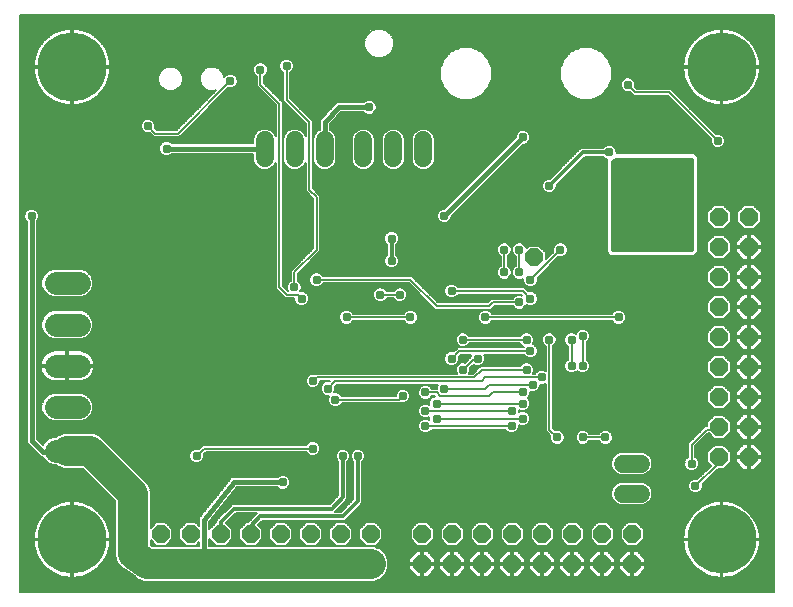
<source format=gbl>
G75*
G70*
%OFA0B0*%
%FSLAX24Y24*%
%IPPOS*%
%LPD*%
%AMOC8*
5,1,8,0,0,1.08239X$1,22.5*
%
%ADD10OC8,0.0600*%
%ADD11C,0.0600*%
%ADD12C,0.2300*%
%ADD13C,0.0768*%
%ADD14C,0.0310*%
%ADD15C,0.0120*%
%ADD16C,0.0060*%
%ADD17C,0.0160*%
%ADD18C,0.1000*%
D10*
X005060Y001281D03*
X005060Y002281D03*
X006060Y002281D03*
X007060Y002281D03*
X008060Y002281D03*
X009060Y002281D03*
X010060Y002281D03*
X011060Y002281D03*
X012060Y002281D03*
X012060Y001281D03*
X011060Y001281D03*
X010060Y001281D03*
X009060Y001281D03*
X008060Y001281D03*
X007060Y001281D03*
X006060Y001281D03*
X013777Y001281D03*
X013777Y002281D03*
X014777Y002281D03*
X015777Y002281D03*
X016777Y002281D03*
X017777Y002281D03*
X018777Y002281D03*
X019777Y002281D03*
X020777Y002281D03*
X020777Y001281D03*
X019777Y001281D03*
X018777Y001281D03*
X017777Y001281D03*
X016777Y001281D03*
X015777Y001281D03*
X014777Y001281D03*
X023663Y004848D03*
X024663Y004848D03*
X024663Y005848D03*
X024663Y006848D03*
X023663Y006848D03*
X023663Y005848D03*
X023663Y007848D03*
X024663Y007848D03*
X024663Y008848D03*
X023663Y008848D03*
X023663Y009848D03*
X024663Y009848D03*
X024663Y010848D03*
X024663Y011848D03*
X023663Y011848D03*
X023663Y010848D03*
X023663Y012848D03*
X024663Y012848D03*
X017506Y011506D03*
D11*
X013814Y014800D02*
X013814Y015400D01*
X012814Y015400D02*
X012814Y014800D01*
X011814Y014800D02*
X011814Y015400D01*
X010526Y015405D02*
X010526Y014805D01*
X009526Y014805D02*
X009526Y015405D01*
X008526Y015405D02*
X008526Y014805D01*
X020456Y004631D02*
X021056Y004631D01*
X021056Y003631D02*
X020456Y003631D01*
D12*
X023753Y002100D03*
X023753Y017848D03*
X002100Y017848D03*
X002100Y002100D03*
D13*
X002326Y005048D02*
X001558Y005048D01*
X001558Y006509D02*
X002326Y006509D01*
X002326Y007887D02*
X001558Y007887D01*
X001558Y009265D02*
X002326Y009265D01*
X002326Y010643D02*
X001558Y010643D01*
D14*
X000756Y012881D03*
X003256Y013881D03*
X004381Y012194D03*
X004381Y010819D03*
X007631Y013506D03*
X007631Y014756D03*
X008631Y016381D03*
X007381Y017381D03*
X008381Y017756D03*
X009256Y017881D03*
X010631Y017131D03*
X012006Y016506D03*
X013631Y018006D03*
X017131Y015506D03*
X018006Y013881D03*
X017506Y013256D03*
X017006Y011756D03*
X016506Y011756D03*
X016506Y011006D03*
X017006Y011006D03*
X017381Y010756D03*
X017381Y010131D03*
X017006Y010006D03*
X015881Y009506D03*
X015381Y010131D03*
X014756Y010381D03*
X014506Y011256D03*
X014344Y012006D03*
X014506Y012881D03*
X014131Y014006D03*
X012756Y012131D03*
X012756Y011381D03*
X013031Y010256D03*
X012381Y010256D03*
X013381Y009506D03*
X012969Y008881D03*
X013969Y008881D03*
X014756Y008131D03*
X015131Y007756D03*
X015619Y008131D03*
X015131Y008756D03*
X014506Y007131D03*
X014256Y006631D03*
X013881Y006381D03*
X014256Y006131D03*
X013881Y005881D03*
X013881Y007006D03*
X013131Y006881D03*
X010881Y006756D03*
X010631Y007131D03*
X010131Y007381D03*
X009631Y007381D03*
X010506Y006006D03*
X010131Y005131D03*
X011131Y004881D03*
X011631Y004881D03*
X009131Y004006D03*
X008469Y004331D03*
X007131Y004756D03*
X006256Y004881D03*
X004256Y006881D03*
X007169Y007131D03*
X008131Y010006D03*
X009506Y010506D03*
X009756Y010131D03*
X010506Y010131D03*
X010256Y010756D03*
X010881Y011256D03*
X011756Y012844D03*
X009881Y013506D03*
X008506Y011631D03*
X011256Y009506D03*
X016756Y006381D03*
X017131Y006131D03*
X016756Y005881D03*
X017131Y006631D03*
X017131Y007006D03*
X017469Y007256D03*
X017756Y007506D03*
X017256Y007756D03*
X017381Y008381D03*
X017256Y008756D03*
X018006Y008756D03*
X018381Y008881D03*
X018756Y008756D03*
X019131Y008881D03*
X019131Y007881D03*
X018756Y007881D03*
X019756Y007131D03*
X019881Y005506D03*
X019131Y005506D03*
X018756Y005506D03*
X018273Y005502D03*
X019631Y004131D03*
X020006Y003256D03*
X022756Y004631D03*
X022881Y003881D03*
X021756Y005756D03*
X021756Y006881D03*
X021756Y008381D03*
X021756Y009506D03*
X020319Y009506D03*
X021756Y010881D03*
X021756Y012381D03*
X022256Y012381D03*
X022256Y012881D03*
X021756Y012881D03*
X021756Y013381D03*
X022256Y013381D03*
X022256Y013881D03*
X021756Y013881D03*
X021131Y013881D03*
X021131Y013381D03*
X020631Y013381D03*
X020631Y013881D03*
X020631Y012881D03*
X020631Y012381D03*
X021131Y012381D03*
X021131Y012881D03*
X019006Y011756D03*
X018381Y011756D03*
X020006Y015006D03*
X021381Y016656D03*
X020631Y017256D03*
X018631Y019006D03*
X022881Y015756D03*
X023631Y015381D03*
X024881Y015631D03*
X015194Y004994D03*
X005256Y015131D03*
X005381Y015881D03*
X004631Y015881D03*
X000756Y015131D03*
D15*
X012756Y012131D02*
X012756Y011381D01*
X018006Y013881D02*
X019131Y015006D01*
X020006Y015006D01*
X020131Y014695D02*
X020196Y014722D01*
X020230Y014756D01*
X022756Y014756D01*
X022756Y011756D01*
X020131Y011756D01*
X020131Y014695D01*
X020171Y014712D02*
X022756Y014712D01*
X022756Y014593D02*
X020131Y014593D01*
X020131Y014475D02*
X022756Y014475D01*
X022756Y014356D02*
X020131Y014356D01*
X020131Y014238D02*
X022756Y014238D01*
X022756Y014119D02*
X020131Y014119D01*
X020131Y014001D02*
X022756Y014001D01*
X022756Y013882D02*
X020131Y013882D01*
X020131Y013764D02*
X022756Y013764D01*
X022756Y013645D02*
X020131Y013645D01*
X020131Y013526D02*
X022756Y013526D01*
X022756Y013408D02*
X020131Y013408D01*
X020131Y013289D02*
X022756Y013289D01*
X022756Y013171D02*
X020131Y013171D01*
X020131Y013052D02*
X022756Y013052D01*
X022756Y012934D02*
X020131Y012934D01*
X020131Y012815D02*
X022756Y012815D01*
X022756Y012697D02*
X020131Y012697D01*
X020131Y012578D02*
X022756Y012578D01*
X022756Y012460D02*
X020131Y012460D01*
X020131Y012341D02*
X022756Y012341D01*
X022756Y012222D02*
X020131Y012222D01*
X020131Y012104D02*
X022756Y012104D01*
X022756Y011985D02*
X020131Y011985D01*
X020131Y011867D02*
X022756Y011867D01*
X011631Y004881D02*
X011631Y003381D01*
X011131Y002881D01*
X008381Y002881D01*
X008060Y002560D01*
X008060Y002281D01*
X007060Y002281D02*
X007060Y002685D01*
X007506Y003131D01*
X010756Y003131D01*
X011131Y003506D01*
X011131Y004881D01*
D16*
X000361Y000361D02*
X000361Y019586D01*
X025492Y019586D01*
X025492Y000361D01*
X000361Y000361D01*
X000361Y000365D02*
X025492Y000365D01*
X025492Y000424D02*
X000361Y000424D01*
X000361Y000482D02*
X025492Y000482D01*
X025492Y000541D02*
X000361Y000541D01*
X000361Y000599D02*
X025492Y000599D01*
X025492Y000658D02*
X000361Y000658D01*
X000361Y000716D02*
X004427Y000716D01*
X004422Y000719D02*
X004489Y000691D01*
X004535Y000691D01*
X004579Y000680D01*
X004651Y000691D01*
X005178Y000691D01*
X006178Y000691D01*
X006514Y000691D01*
X007178Y000691D01*
X008178Y000691D01*
X009178Y000691D01*
X010178Y000691D01*
X011178Y000691D01*
X012178Y000691D01*
X012394Y000780D01*
X012560Y000946D01*
X012650Y001163D01*
X012650Y001398D01*
X012560Y001615D01*
X012394Y001781D01*
X012178Y001871D01*
X011178Y001871D01*
X010178Y001871D01*
X009178Y001871D01*
X008178Y001871D01*
X007178Y001871D01*
X006676Y001871D01*
X006676Y002113D01*
X006899Y001891D01*
X007222Y001891D01*
X007450Y002119D01*
X007450Y002442D01*
X007240Y002653D01*
X007568Y002981D01*
X008269Y002981D01*
X008231Y002943D01*
X007958Y002671D01*
X007899Y002671D01*
X007670Y002442D01*
X007670Y002119D01*
X007899Y001891D01*
X008222Y001891D01*
X008450Y002119D01*
X008450Y002442D01*
X008302Y002590D01*
X008443Y002731D01*
X011069Y002731D01*
X011193Y002731D01*
X011693Y003231D01*
X011781Y003319D01*
X011781Y004685D01*
X011839Y004742D01*
X011876Y004832D01*
X011876Y004930D01*
X011839Y005020D01*
X011770Y005089D01*
X011680Y005126D01*
X011582Y005126D01*
X011492Y005089D01*
X011423Y005020D01*
X011386Y004930D01*
X011386Y004832D01*
X011423Y004742D01*
X011481Y004685D01*
X011481Y003443D01*
X011069Y003031D01*
X010868Y003031D01*
X011193Y003356D01*
X011281Y003444D01*
X011281Y004685D01*
X011339Y004742D01*
X011376Y004832D01*
X011376Y004930D01*
X011339Y005020D01*
X011270Y005089D01*
X011180Y005126D01*
X011082Y005126D01*
X010992Y005089D01*
X010923Y005020D01*
X010886Y004930D01*
X010886Y004832D01*
X010923Y004742D01*
X010981Y004685D01*
X010981Y003568D01*
X010694Y003281D01*
X007444Y003281D01*
X007356Y003193D01*
X006910Y002747D01*
X006910Y002671D01*
X006899Y002671D01*
X006676Y002448D01*
X006676Y002696D01*
X007588Y003836D01*
X008955Y003836D01*
X008992Y003798D01*
X009082Y003761D01*
X009180Y003761D01*
X009270Y003798D01*
X009339Y003867D01*
X009376Y003957D01*
X009376Y004055D01*
X009339Y004145D01*
X009270Y004214D01*
X009180Y004251D01*
X009082Y004251D01*
X008992Y004214D01*
X008955Y004176D01*
X007566Y004176D01*
X007557Y004183D01*
X007497Y004176D01*
X007436Y004176D01*
X007428Y004168D01*
X007417Y004167D01*
X007379Y004120D01*
X007336Y004076D01*
X007336Y004066D01*
X006379Y002870D01*
X006336Y002826D01*
X006336Y002816D01*
X006329Y002807D01*
X006336Y002747D01*
X006336Y002556D01*
X006222Y002671D01*
X005899Y002671D01*
X005670Y002442D01*
X005670Y002119D01*
X005899Y001891D01*
X006222Y001891D01*
X006336Y002005D01*
X006336Y001871D01*
X006178Y001871D01*
X005178Y001871D01*
X004800Y001871D01*
X004721Y001929D01*
X004721Y002068D01*
X004899Y001891D01*
X005222Y001891D01*
X005450Y002119D01*
X005450Y002442D01*
X005222Y002671D01*
X004899Y002671D01*
X004721Y002493D01*
X004721Y003514D01*
X004721Y003748D01*
X004631Y003965D01*
X003048Y005549D01*
X002831Y005638D01*
X002596Y005638D01*
X001825Y005638D01*
X001608Y005549D01*
X001581Y005522D01*
X001464Y005522D01*
X001290Y005450D01*
X001156Y005317D01*
X001128Y005249D01*
X000926Y005451D01*
X000926Y012705D01*
X000964Y012742D01*
X001001Y012832D01*
X001001Y012930D01*
X000964Y013020D01*
X000895Y013089D01*
X000805Y013126D01*
X000707Y013126D01*
X000617Y013089D01*
X000548Y013020D01*
X000511Y012930D01*
X000511Y012832D01*
X000548Y012742D01*
X000586Y012705D01*
X000586Y005451D01*
X000586Y005311D01*
X000961Y004936D01*
X001061Y004836D01*
X001133Y004836D01*
X001156Y004780D01*
X001290Y004647D01*
X001464Y004574D01*
X001581Y004574D01*
X001608Y004548D01*
X001825Y004458D01*
X002469Y004458D01*
X003541Y003387D01*
X003541Y001703D01*
X003530Y001659D01*
X003541Y001587D01*
X003541Y001514D01*
X003558Y001472D01*
X003565Y001427D01*
X003603Y001364D01*
X003631Y001297D01*
X003663Y001265D01*
X003686Y001226D01*
X003745Y001182D01*
X003797Y001131D01*
X003839Y001113D01*
X004221Y000832D01*
X004272Y000780D01*
X004314Y000763D01*
X004351Y000736D01*
X004422Y000719D01*
X004285Y000775D02*
X000361Y000775D01*
X000361Y000834D02*
X001903Y000834D01*
X001911Y000832D02*
X002037Y000820D01*
X002070Y000819D01*
X002070Y002069D01*
X002129Y002069D01*
X002129Y000820D01*
X002162Y000820D01*
X002288Y000832D01*
X002411Y000856D01*
X002531Y000893D01*
X002647Y000941D01*
X002758Y001000D01*
X002863Y001070D01*
X002960Y001150D01*
X003049Y001239D01*
X003129Y001336D01*
X003199Y001441D01*
X003258Y001552D01*
X003306Y001668D01*
X003343Y001788D01*
X003367Y001911D01*
X003379Y002037D01*
X003379Y002070D01*
X002130Y002070D01*
X002130Y002129D01*
X003379Y002129D01*
X003379Y002162D01*
X003367Y002288D01*
X003343Y002411D01*
X003306Y002531D01*
X003258Y002647D01*
X003199Y002758D01*
X003129Y002863D01*
X003049Y002960D01*
X002960Y003049D01*
X002863Y003129D01*
X002758Y003199D01*
X002647Y003258D01*
X002531Y003306D01*
X002411Y003343D01*
X002288Y003367D01*
X002162Y003379D01*
X002129Y003379D01*
X002129Y002130D01*
X002070Y002130D01*
X002070Y003379D01*
X002037Y003379D01*
X001911Y003367D01*
X001788Y003343D01*
X001668Y003306D01*
X001552Y003258D01*
X001441Y003199D01*
X001336Y003129D01*
X001239Y003049D01*
X001150Y002960D01*
X001070Y002863D01*
X001000Y002758D01*
X000941Y002647D01*
X000893Y002531D01*
X000856Y002411D01*
X000832Y002288D01*
X000820Y002162D01*
X000820Y002129D01*
X002069Y002129D01*
X002069Y002070D01*
X000820Y002070D01*
X000820Y002037D01*
X000832Y001911D01*
X000856Y001788D01*
X000893Y001668D01*
X000941Y001552D01*
X001000Y001441D01*
X001070Y001336D01*
X001150Y001239D01*
X001239Y001150D01*
X001336Y001070D01*
X001441Y001000D01*
X001552Y000941D01*
X001668Y000893D01*
X001788Y000856D01*
X001911Y000832D01*
X002070Y000834D02*
X002129Y000834D01*
X002129Y000892D02*
X002070Y000892D01*
X002070Y000951D02*
X002129Y000951D01*
X002129Y001009D02*
X002070Y001009D01*
X002070Y001068D02*
X002129Y001068D01*
X002129Y001126D02*
X002070Y001126D01*
X002070Y001185D02*
X002129Y001185D01*
X002129Y001243D02*
X002070Y001243D01*
X002070Y001302D02*
X002129Y001302D01*
X002129Y001360D02*
X002070Y001360D01*
X002070Y001419D02*
X002129Y001419D01*
X002129Y001478D02*
X002070Y001478D01*
X002070Y001536D02*
X002129Y001536D01*
X002129Y001595D02*
X002070Y001595D01*
X002070Y001653D02*
X002129Y001653D01*
X002129Y001712D02*
X002070Y001712D01*
X002070Y001770D02*
X002129Y001770D01*
X002129Y001829D02*
X002070Y001829D01*
X002070Y001887D02*
X002129Y001887D01*
X002129Y001946D02*
X002070Y001946D01*
X002070Y002004D02*
X002129Y002004D01*
X002129Y002063D02*
X002070Y002063D01*
X002069Y002121D02*
X000361Y002121D01*
X000361Y002063D02*
X000820Y002063D01*
X000823Y002004D02*
X000361Y002004D01*
X000361Y001946D02*
X000828Y001946D01*
X000837Y001887D02*
X000361Y001887D01*
X000361Y001829D02*
X000848Y001829D01*
X000862Y001770D02*
X000361Y001770D01*
X000361Y001712D02*
X000880Y001712D01*
X000899Y001653D02*
X000361Y001653D01*
X000361Y001595D02*
X000923Y001595D01*
X000949Y001536D02*
X000361Y001536D01*
X000361Y001478D02*
X000981Y001478D01*
X001015Y001419D02*
X000361Y001419D01*
X000361Y001360D02*
X001054Y001360D01*
X001098Y001302D02*
X000361Y001302D01*
X000361Y001243D02*
X001146Y001243D01*
X001204Y001185D02*
X000361Y001185D01*
X000361Y001126D02*
X001268Y001126D01*
X001340Y001068D02*
X000361Y001068D01*
X000361Y001009D02*
X001427Y001009D01*
X001534Y000951D02*
X000361Y000951D01*
X000361Y000892D02*
X001670Y000892D01*
X002296Y000834D02*
X004219Y000834D01*
X004139Y000892D02*
X002529Y000892D01*
X002665Y000951D02*
X004060Y000951D01*
X003980Y001009D02*
X002772Y001009D01*
X002859Y001068D02*
X003901Y001068D01*
X003808Y001126D02*
X002931Y001126D01*
X002995Y001185D02*
X003742Y001185D01*
X003676Y001243D02*
X003053Y001243D01*
X003101Y001302D02*
X003629Y001302D01*
X003604Y001360D02*
X003145Y001360D01*
X003184Y001419D02*
X003570Y001419D01*
X003556Y001478D02*
X003218Y001478D01*
X003250Y001536D02*
X003541Y001536D01*
X003540Y001595D02*
X003276Y001595D01*
X003300Y001653D02*
X003531Y001653D01*
X003541Y001712D02*
X003319Y001712D01*
X003337Y001770D02*
X003541Y001770D01*
X003541Y001829D02*
X003351Y001829D01*
X003362Y001887D02*
X003541Y001887D01*
X003541Y001946D02*
X003371Y001946D01*
X003376Y002004D02*
X003541Y002004D01*
X003541Y002063D02*
X003379Y002063D01*
X003378Y002180D02*
X003541Y002180D01*
X003541Y002121D02*
X002130Y002121D01*
X002129Y002180D02*
X002070Y002180D01*
X002070Y002239D02*
X002129Y002239D01*
X002129Y002297D02*
X002070Y002297D01*
X002070Y002356D02*
X002129Y002356D01*
X002129Y002414D02*
X002070Y002414D01*
X002070Y002473D02*
X002129Y002473D01*
X002129Y002531D02*
X002070Y002531D01*
X002070Y002590D02*
X002129Y002590D01*
X002129Y002648D02*
X002070Y002648D01*
X002070Y002707D02*
X002129Y002707D01*
X002129Y002765D02*
X002070Y002765D01*
X002070Y002824D02*
X002129Y002824D01*
X002129Y002883D02*
X002070Y002883D01*
X002070Y002941D02*
X002129Y002941D01*
X002129Y003000D02*
X002070Y003000D01*
X002070Y003058D02*
X002129Y003058D01*
X002129Y003117D02*
X002070Y003117D01*
X002070Y003175D02*
X002129Y003175D01*
X002129Y003234D02*
X002070Y003234D01*
X002070Y003292D02*
X002129Y003292D01*
X002129Y003351D02*
X002070Y003351D01*
X001830Y003351D02*
X000361Y003351D01*
X000361Y003409D02*
X003518Y003409D01*
X003541Y003351D02*
X002369Y003351D01*
X002564Y003292D02*
X003541Y003292D01*
X003541Y003234D02*
X002693Y003234D01*
X002793Y003175D02*
X003541Y003175D01*
X003541Y003117D02*
X002878Y003117D01*
X002949Y003058D02*
X003541Y003058D01*
X003541Y003000D02*
X003010Y003000D01*
X003065Y002941D02*
X003541Y002941D01*
X003541Y002883D02*
X003113Y002883D01*
X003155Y002824D02*
X003541Y002824D01*
X003541Y002765D02*
X003194Y002765D01*
X003226Y002707D02*
X003541Y002707D01*
X003541Y002648D02*
X003258Y002648D01*
X003282Y002590D02*
X003541Y002590D01*
X003541Y002531D02*
X003306Y002531D01*
X003324Y002473D02*
X003541Y002473D01*
X003541Y002414D02*
X003342Y002414D01*
X003354Y002356D02*
X003541Y002356D01*
X003541Y002297D02*
X003365Y002297D01*
X003372Y002239D02*
X003541Y002239D01*
X004721Y002063D02*
X004726Y002063D01*
X004721Y002004D02*
X004785Y002004D01*
X004843Y001946D02*
X004721Y001946D01*
X004778Y001887D02*
X006336Y001887D01*
X006336Y001946D02*
X006277Y001946D01*
X006335Y002004D02*
X006336Y002004D01*
X006676Y002004D02*
X006785Y002004D01*
X006843Y001946D02*
X006676Y001946D01*
X006676Y001887D02*
X022490Y001887D01*
X022485Y001911D02*
X022510Y001788D01*
X022546Y001668D01*
X022595Y001552D01*
X022654Y001441D01*
X022724Y001336D01*
X022804Y001239D01*
X022892Y001150D01*
X022990Y001070D01*
X023094Y001000D01*
X023205Y000941D01*
X023321Y000893D01*
X023442Y000856D01*
X023565Y000832D01*
X023690Y000820D01*
X023723Y000819D01*
X023723Y002069D01*
X023783Y002069D01*
X023783Y000820D01*
X023816Y000820D01*
X023941Y000832D01*
X024064Y000856D01*
X024185Y000893D01*
X024301Y000941D01*
X024412Y001000D01*
X024516Y001070D01*
X024614Y001150D01*
X024703Y001239D01*
X024782Y001336D01*
X024852Y001441D01*
X024912Y001552D01*
X024960Y001668D01*
X024996Y001788D01*
X025021Y001911D01*
X025033Y002037D01*
X025033Y002070D01*
X023783Y002070D01*
X023783Y002129D01*
X025033Y002129D01*
X025033Y002162D01*
X025021Y002288D01*
X024996Y002411D01*
X024960Y002531D01*
X024912Y002647D01*
X024852Y002758D01*
X024782Y002863D01*
X024703Y002960D01*
X024614Y003049D01*
X024516Y003129D01*
X024412Y003199D01*
X024301Y003258D01*
X024185Y003306D01*
X024064Y003343D01*
X023941Y003367D01*
X023816Y003379D01*
X023783Y003379D01*
X023783Y002130D01*
X023723Y002130D01*
X023723Y003379D01*
X023690Y003379D01*
X023565Y003367D01*
X023442Y003343D01*
X023321Y003306D01*
X023205Y003258D01*
X023094Y003199D01*
X022990Y003129D01*
X022892Y003049D01*
X022804Y002960D01*
X022724Y002863D01*
X022654Y002758D01*
X022595Y002647D01*
X022546Y002531D01*
X022510Y002411D01*
X022485Y002288D01*
X022473Y002162D01*
X022473Y002129D01*
X023723Y002129D01*
X023723Y002070D01*
X022473Y002070D01*
X022473Y002037D01*
X022485Y001911D01*
X022482Y001946D02*
X020993Y001946D01*
X020938Y001891D02*
X021167Y002119D01*
X021167Y002442D01*
X020938Y002671D01*
X020615Y002671D01*
X020387Y002442D01*
X020387Y002119D01*
X020615Y001891D01*
X020938Y001891D01*
X021052Y002004D02*
X022476Y002004D01*
X022473Y002063D02*
X021111Y002063D01*
X021167Y002121D02*
X023723Y002121D01*
X023723Y002063D02*
X023783Y002063D01*
X023783Y002121D02*
X025492Y002121D01*
X025492Y002063D02*
X025033Y002063D01*
X025030Y002004D02*
X025492Y002004D01*
X025492Y001946D02*
X025024Y001946D01*
X025016Y001887D02*
X025492Y001887D01*
X025492Y001829D02*
X025004Y001829D01*
X024991Y001770D02*
X025492Y001770D01*
X025492Y001712D02*
X024973Y001712D01*
X024954Y001653D02*
X025492Y001653D01*
X025492Y001595D02*
X024929Y001595D01*
X024903Y001536D02*
X025492Y001536D01*
X025492Y001478D02*
X024872Y001478D01*
X024838Y001419D02*
X025492Y001419D01*
X025492Y001360D02*
X024799Y001360D01*
X024754Y001302D02*
X025492Y001302D01*
X025492Y001243D02*
X024706Y001243D01*
X024649Y001185D02*
X025492Y001185D01*
X025492Y001126D02*
X024585Y001126D01*
X024513Y001068D02*
X025492Y001068D01*
X025492Y001009D02*
X024425Y001009D01*
X024319Y000951D02*
X025492Y000951D01*
X025492Y000892D02*
X024182Y000892D01*
X023950Y000834D02*
X025492Y000834D01*
X025492Y000775D02*
X012381Y000775D01*
X012447Y000834D02*
X023556Y000834D01*
X023723Y000834D02*
X023783Y000834D01*
X023783Y000892D02*
X023723Y000892D01*
X023723Y000951D02*
X023783Y000951D01*
X023783Y001009D02*
X023723Y001009D01*
X023723Y001068D02*
X023783Y001068D01*
X023783Y001126D02*
X023723Y001126D01*
X023723Y001185D02*
X023783Y001185D01*
X023783Y001243D02*
X023723Y001243D01*
X023723Y001302D02*
X023783Y001302D01*
X023783Y001360D02*
X023723Y001360D01*
X023723Y001419D02*
X023783Y001419D01*
X023783Y001478D02*
X023723Y001478D01*
X023723Y001536D02*
X023783Y001536D01*
X023783Y001595D02*
X023723Y001595D01*
X023723Y001653D02*
X023783Y001653D01*
X023783Y001712D02*
X023723Y001712D01*
X023723Y001770D02*
X023783Y001770D01*
X023783Y001829D02*
X023723Y001829D01*
X023723Y001887D02*
X023783Y001887D01*
X023783Y001946D02*
X023723Y001946D01*
X023723Y002004D02*
X023783Y002004D01*
X023783Y002180D02*
X023723Y002180D01*
X023723Y002239D02*
X023783Y002239D01*
X023783Y002297D02*
X023723Y002297D01*
X023723Y002356D02*
X023783Y002356D01*
X023783Y002414D02*
X023723Y002414D01*
X023723Y002473D02*
X023783Y002473D01*
X023783Y002531D02*
X023723Y002531D01*
X023723Y002590D02*
X023783Y002590D01*
X023783Y002648D02*
X023723Y002648D01*
X023723Y002707D02*
X023783Y002707D01*
X023783Y002765D02*
X023723Y002765D01*
X023723Y002824D02*
X023783Y002824D01*
X023783Y002883D02*
X023723Y002883D01*
X023723Y002941D02*
X023783Y002941D01*
X023783Y003000D02*
X023723Y003000D01*
X023723Y003058D02*
X023783Y003058D01*
X023783Y003117D02*
X023723Y003117D01*
X023723Y003175D02*
X023783Y003175D01*
X023783Y003234D02*
X023723Y003234D01*
X023723Y003292D02*
X023783Y003292D01*
X023783Y003351D02*
X023723Y003351D01*
X023483Y003351D02*
X021327Y003351D01*
X021277Y003300D02*
X021387Y003410D01*
X021446Y003553D01*
X021446Y003709D01*
X021387Y003852D01*
X021277Y003962D01*
X021134Y004021D01*
X020378Y004021D01*
X020235Y003962D01*
X020125Y003852D01*
X020066Y003709D01*
X020066Y003553D01*
X020125Y003410D01*
X020235Y003300D01*
X020378Y003241D01*
X021134Y003241D01*
X021277Y003300D01*
X021258Y003292D02*
X023288Y003292D01*
X023160Y003234D02*
X011696Y003234D01*
X011754Y003292D02*
X020254Y003292D01*
X020185Y003351D02*
X011781Y003351D01*
X011781Y003409D02*
X020126Y003409D01*
X020101Y003468D02*
X011781Y003468D01*
X011781Y003527D02*
X020077Y003527D01*
X020066Y003585D02*
X011781Y003585D01*
X011781Y003644D02*
X020066Y003644D01*
X020066Y003702D02*
X011781Y003702D01*
X011781Y003761D02*
X020088Y003761D01*
X020112Y003819D02*
X011781Y003819D01*
X011781Y003878D02*
X020151Y003878D01*
X020210Y003936D02*
X011781Y003936D01*
X011781Y003995D02*
X020315Y003995D01*
X020378Y004241D02*
X020235Y004300D01*
X020125Y004410D01*
X020066Y004553D01*
X020066Y004709D01*
X020125Y004852D01*
X020235Y004962D01*
X020378Y005021D01*
X021134Y005021D01*
X021277Y004962D01*
X021387Y004852D01*
X021446Y004709D01*
X021446Y004553D01*
X021387Y004410D01*
X021277Y004300D01*
X021134Y004241D01*
X020378Y004241D01*
X020266Y004288D02*
X011781Y004288D01*
X011781Y004346D02*
X020189Y004346D01*
X020131Y004405D02*
X011781Y004405D01*
X011781Y004463D02*
X020103Y004463D01*
X020079Y004522D02*
X011781Y004522D01*
X011781Y004580D02*
X020066Y004580D01*
X020066Y004639D02*
X011781Y004639D01*
X011794Y004697D02*
X020066Y004697D01*
X020086Y004756D02*
X011844Y004756D01*
X011869Y004814D02*
X020110Y004814D01*
X020146Y004873D02*
X011876Y004873D01*
X011875Y004932D02*
X020205Y004932D01*
X020304Y004990D02*
X011851Y004990D01*
X011810Y005049D02*
X022636Y005049D01*
X022636Y005107D02*
X011725Y005107D01*
X011537Y005107D02*
X011225Y005107D01*
X011310Y005049D02*
X011452Y005049D01*
X011411Y004990D02*
X011351Y004990D01*
X011375Y004932D02*
X011387Y004932D01*
X011386Y004873D02*
X011376Y004873D01*
X011369Y004814D02*
X011393Y004814D01*
X011418Y004756D02*
X011344Y004756D01*
X011294Y004697D02*
X011468Y004697D01*
X011481Y004639D02*
X011281Y004639D01*
X011281Y004580D02*
X011481Y004580D01*
X011481Y004522D02*
X011281Y004522D01*
X011281Y004463D02*
X011481Y004463D01*
X011481Y004405D02*
X011281Y004405D01*
X011281Y004346D02*
X011481Y004346D01*
X011481Y004288D02*
X011281Y004288D01*
X011281Y004229D02*
X011481Y004229D01*
X011481Y004171D02*
X011281Y004171D01*
X011281Y004112D02*
X011481Y004112D01*
X011481Y004053D02*
X011281Y004053D01*
X011281Y003995D02*
X011481Y003995D01*
X011481Y003936D02*
X011281Y003936D01*
X011281Y003878D02*
X011481Y003878D01*
X011481Y003819D02*
X011281Y003819D01*
X011281Y003761D02*
X011481Y003761D01*
X011481Y003702D02*
X011281Y003702D01*
X011281Y003644D02*
X011481Y003644D01*
X011481Y003585D02*
X011281Y003585D01*
X011281Y003527D02*
X011481Y003527D01*
X011481Y003468D02*
X011281Y003468D01*
X011247Y003409D02*
X011447Y003409D01*
X011389Y003351D02*
X011188Y003351D01*
X011129Y003292D02*
X011330Y003292D01*
X011272Y003234D02*
X011071Y003234D01*
X011012Y003175D02*
X011213Y003175D01*
X011155Y003117D02*
X010954Y003117D01*
X010895Y003058D02*
X011096Y003058D01*
X011286Y002824D02*
X022698Y002824D01*
X022659Y002765D02*
X011228Y002765D01*
X011222Y002671D02*
X010899Y002671D01*
X010670Y002442D01*
X010670Y002119D01*
X010899Y001891D01*
X011222Y001891D01*
X011450Y002119D01*
X011450Y002442D01*
X011222Y002671D01*
X011244Y002648D02*
X011876Y002648D01*
X011899Y002671D02*
X011670Y002442D01*
X011670Y002119D01*
X011899Y001891D01*
X012222Y001891D01*
X012450Y002119D01*
X012450Y002442D01*
X012222Y002671D01*
X011899Y002671D01*
X011818Y002590D02*
X011302Y002590D01*
X011361Y002531D02*
X011759Y002531D01*
X011701Y002473D02*
X011419Y002473D01*
X011450Y002414D02*
X011670Y002414D01*
X011670Y002356D02*
X011450Y002356D01*
X011450Y002297D02*
X011670Y002297D01*
X011670Y002239D02*
X011450Y002239D01*
X011450Y002180D02*
X011670Y002180D01*
X011670Y002121D02*
X011450Y002121D01*
X011394Y002063D02*
X011726Y002063D01*
X011785Y002004D02*
X011335Y002004D01*
X011277Y001946D02*
X011843Y001946D01*
X012277Y001946D02*
X013560Y001946D01*
X013615Y001891D02*
X013938Y001891D01*
X014167Y002119D01*
X014167Y002442D01*
X013938Y002671D01*
X013615Y002671D01*
X013387Y002442D01*
X013387Y002119D01*
X013615Y001891D01*
X013501Y002004D02*
X012335Y002004D01*
X012394Y002063D02*
X013443Y002063D01*
X013387Y002121D02*
X012450Y002121D01*
X012450Y002180D02*
X013387Y002180D01*
X013387Y002239D02*
X012450Y002239D01*
X012450Y002297D02*
X013387Y002297D01*
X013387Y002356D02*
X012450Y002356D01*
X012450Y002414D02*
X013387Y002414D01*
X013417Y002473D02*
X012419Y002473D01*
X012361Y002531D02*
X013476Y002531D01*
X013534Y002590D02*
X012302Y002590D01*
X012244Y002648D02*
X013593Y002648D01*
X013960Y002648D02*
X014593Y002648D01*
X014615Y002671D02*
X014387Y002442D01*
X014387Y002119D01*
X014615Y001891D01*
X014938Y001891D01*
X015167Y002119D01*
X015167Y002442D01*
X014938Y002671D01*
X014615Y002671D01*
X014534Y002590D02*
X014019Y002590D01*
X014077Y002531D02*
X014476Y002531D01*
X014417Y002473D02*
X014136Y002473D01*
X014167Y002414D02*
X014387Y002414D01*
X014387Y002356D02*
X014167Y002356D01*
X014167Y002297D02*
X014387Y002297D01*
X014387Y002239D02*
X014167Y002239D01*
X014167Y002180D02*
X014387Y002180D01*
X014387Y002121D02*
X014167Y002121D01*
X014111Y002063D02*
X014443Y002063D01*
X014501Y002004D02*
X014052Y002004D01*
X013993Y001946D02*
X014560Y001946D01*
X014599Y001711D02*
X014347Y001459D01*
X014347Y001311D01*
X014746Y001311D01*
X014746Y001251D01*
X014347Y001251D01*
X014347Y001103D01*
X014599Y000851D01*
X014747Y000851D01*
X014747Y001250D01*
X014807Y001250D01*
X014807Y000851D01*
X014955Y000851D01*
X015207Y001103D01*
X015207Y001251D01*
X014807Y001251D01*
X014807Y001311D01*
X015207Y001311D01*
X015207Y001459D01*
X014955Y001711D01*
X014807Y001711D01*
X014807Y001311D01*
X014747Y001311D01*
X014747Y001711D01*
X014599Y001711D01*
X014541Y001653D02*
X014012Y001653D01*
X013955Y001711D02*
X014207Y001459D01*
X014207Y001311D01*
X013807Y001311D01*
X013807Y001251D01*
X014207Y001251D01*
X014207Y001103D01*
X013955Y000851D01*
X013807Y000851D01*
X013807Y001250D01*
X013747Y001250D01*
X013747Y000851D01*
X013599Y000851D01*
X013347Y001103D01*
X013347Y001251D01*
X013746Y001251D01*
X013746Y001311D01*
X013347Y001311D01*
X013347Y001459D01*
X013599Y001711D01*
X013747Y001711D01*
X013747Y001311D01*
X013807Y001311D01*
X013807Y001711D01*
X013955Y001711D01*
X013807Y001653D02*
X013747Y001653D01*
X013747Y001595D02*
X013807Y001595D01*
X013807Y001536D02*
X013747Y001536D01*
X013747Y001478D02*
X013807Y001478D01*
X013807Y001419D02*
X013747Y001419D01*
X013747Y001360D02*
X013807Y001360D01*
X013807Y001302D02*
X014746Y001302D01*
X014747Y001360D02*
X014807Y001360D01*
X014807Y001302D02*
X015746Y001302D01*
X015746Y001311D02*
X015746Y001251D01*
X015347Y001251D01*
X015347Y001103D01*
X015599Y000851D01*
X015747Y000851D01*
X015747Y001250D01*
X015807Y001250D01*
X015807Y000851D01*
X015955Y000851D01*
X016207Y001103D01*
X016207Y001251D01*
X015807Y001251D01*
X015807Y001311D01*
X016207Y001311D01*
X016207Y001459D01*
X015955Y001711D01*
X015807Y001711D01*
X015807Y001311D01*
X015747Y001311D01*
X015747Y001711D01*
X015599Y001711D01*
X015347Y001459D01*
X015347Y001311D01*
X015746Y001311D01*
X015747Y001360D02*
X015807Y001360D01*
X015807Y001302D02*
X016746Y001302D01*
X016746Y001311D02*
X016746Y001251D01*
X016347Y001251D01*
X016347Y001103D01*
X016599Y000851D01*
X016747Y000851D01*
X016747Y001250D01*
X016807Y001250D01*
X016807Y000851D01*
X016955Y000851D01*
X017207Y001103D01*
X017207Y001251D01*
X016807Y001251D01*
X016807Y001311D01*
X017207Y001311D01*
X017207Y001459D01*
X016955Y001711D01*
X016807Y001711D01*
X016807Y001311D01*
X016747Y001311D01*
X016747Y001711D01*
X016599Y001711D01*
X016347Y001459D01*
X016347Y001311D01*
X016746Y001311D01*
X016747Y001360D02*
X016807Y001360D01*
X016807Y001302D02*
X017746Y001302D01*
X017746Y001311D02*
X017746Y001251D01*
X017347Y001251D01*
X017347Y001103D01*
X017599Y000851D01*
X017747Y000851D01*
X017747Y001250D01*
X017807Y001250D01*
X017807Y000851D01*
X017955Y000851D01*
X018207Y001103D01*
X018207Y001251D01*
X017807Y001251D01*
X017807Y001311D01*
X018207Y001311D01*
X018207Y001459D01*
X017955Y001711D01*
X017807Y001711D01*
X017807Y001311D01*
X017747Y001311D01*
X017747Y001711D01*
X017599Y001711D01*
X017347Y001459D01*
X017347Y001311D01*
X017746Y001311D01*
X017747Y001360D02*
X017807Y001360D01*
X017807Y001302D02*
X018746Y001302D01*
X018746Y001311D02*
X018746Y001251D01*
X018347Y001251D01*
X018347Y001103D01*
X018599Y000851D01*
X018747Y000851D01*
X018747Y001250D01*
X018807Y001250D01*
X018807Y000851D01*
X018955Y000851D01*
X019207Y001103D01*
X019207Y001251D01*
X018807Y001251D01*
X018807Y001311D01*
X019207Y001311D01*
X019207Y001459D01*
X018955Y001711D01*
X018807Y001711D01*
X018807Y001311D01*
X018747Y001311D01*
X018747Y001711D01*
X018599Y001711D01*
X018347Y001459D01*
X018347Y001311D01*
X018746Y001311D01*
X018747Y001360D02*
X018807Y001360D01*
X018807Y001302D02*
X019746Y001302D01*
X019746Y001311D02*
X019746Y001251D01*
X019347Y001251D01*
X019347Y001103D01*
X019599Y000851D01*
X019747Y000851D01*
X019747Y001250D01*
X019807Y001250D01*
X019807Y000851D01*
X019955Y000851D01*
X020207Y001103D01*
X020207Y001251D01*
X019807Y001251D01*
X019807Y001311D01*
X020207Y001311D01*
X020207Y001459D01*
X019955Y001711D01*
X019807Y001711D01*
X019807Y001311D01*
X019747Y001311D01*
X019747Y001711D01*
X019599Y001711D01*
X019347Y001459D01*
X019347Y001311D01*
X019746Y001311D01*
X019747Y001360D02*
X019807Y001360D01*
X019807Y001302D02*
X020746Y001302D01*
X020746Y001311D02*
X020746Y001251D01*
X020347Y001251D01*
X020347Y001103D01*
X020599Y000851D01*
X020747Y000851D01*
X020747Y001250D01*
X020807Y001250D01*
X020807Y000851D01*
X020955Y000851D01*
X021207Y001103D01*
X021207Y001251D01*
X020807Y001251D01*
X020807Y001311D01*
X021207Y001311D01*
X021207Y001459D01*
X020955Y001711D01*
X020807Y001711D01*
X020807Y001311D01*
X020747Y001311D01*
X020747Y001711D01*
X020599Y001711D01*
X020347Y001459D01*
X020347Y001311D01*
X020746Y001311D01*
X020747Y001360D02*
X020807Y001360D01*
X020807Y001302D02*
X022752Y001302D01*
X022707Y001360D02*
X021207Y001360D01*
X021207Y001419D02*
X022668Y001419D01*
X022634Y001478D02*
X021188Y001478D01*
X021129Y001536D02*
X022603Y001536D01*
X022577Y001595D02*
X021071Y001595D01*
X021012Y001653D02*
X022552Y001653D01*
X022533Y001712D02*
X012463Y001712D01*
X012405Y001770D02*
X022515Y001770D01*
X022502Y001829D02*
X012278Y001829D01*
X012522Y001653D02*
X013541Y001653D01*
X013483Y001595D02*
X012569Y001595D01*
X012593Y001536D02*
X013424Y001536D01*
X013366Y001478D02*
X012617Y001478D01*
X012641Y001419D02*
X013347Y001419D01*
X013347Y001360D02*
X012650Y001360D01*
X012650Y001302D02*
X013746Y001302D01*
X013747Y001243D02*
X013807Y001243D01*
X013807Y001185D02*
X013747Y001185D01*
X013747Y001126D02*
X013807Y001126D01*
X013807Y001068D02*
X013747Y001068D01*
X013747Y001009D02*
X013807Y001009D01*
X013807Y000951D02*
X013747Y000951D01*
X013747Y000892D02*
X013807Y000892D01*
X013996Y000892D02*
X014557Y000892D01*
X014499Y000951D02*
X014055Y000951D01*
X014113Y001009D02*
X014440Y001009D01*
X014381Y001068D02*
X014172Y001068D01*
X014207Y001126D02*
X014347Y001126D01*
X014347Y001185D02*
X014207Y001185D01*
X014207Y001243D02*
X014347Y001243D01*
X014347Y001360D02*
X014207Y001360D01*
X014207Y001419D02*
X014347Y001419D01*
X014366Y001478D02*
X014188Y001478D01*
X014129Y001536D02*
X014424Y001536D01*
X014483Y001595D02*
X014071Y001595D01*
X014747Y001595D02*
X014807Y001595D01*
X014807Y001653D02*
X014747Y001653D01*
X014747Y001536D02*
X014807Y001536D01*
X014807Y001478D02*
X014747Y001478D01*
X014747Y001419D02*
X014807Y001419D01*
X014807Y001243D02*
X014747Y001243D01*
X014747Y001185D02*
X014807Y001185D01*
X014807Y001126D02*
X014747Y001126D01*
X014747Y001068D02*
X014807Y001068D01*
X014807Y001009D02*
X014747Y001009D01*
X014747Y000951D02*
X014807Y000951D01*
X014807Y000892D02*
X014747Y000892D01*
X014996Y000892D02*
X015557Y000892D01*
X015499Y000951D02*
X015055Y000951D01*
X015113Y001009D02*
X015440Y001009D01*
X015381Y001068D02*
X015172Y001068D01*
X015207Y001126D02*
X015347Y001126D01*
X015347Y001185D02*
X015207Y001185D01*
X015207Y001243D02*
X015347Y001243D01*
X015347Y001360D02*
X015207Y001360D01*
X015207Y001419D02*
X015347Y001419D01*
X015366Y001478D02*
X015188Y001478D01*
X015129Y001536D02*
X015424Y001536D01*
X015483Y001595D02*
X015071Y001595D01*
X015012Y001653D02*
X015541Y001653D01*
X015747Y001653D02*
X015807Y001653D01*
X015807Y001595D02*
X015747Y001595D01*
X015747Y001536D02*
X015807Y001536D01*
X015807Y001478D02*
X015747Y001478D01*
X015747Y001419D02*
X015807Y001419D01*
X015807Y001243D02*
X015747Y001243D01*
X015747Y001185D02*
X015807Y001185D01*
X015807Y001126D02*
X015747Y001126D01*
X015747Y001068D02*
X015807Y001068D01*
X015807Y001009D02*
X015747Y001009D01*
X015747Y000951D02*
X015807Y000951D01*
X015807Y000892D02*
X015747Y000892D01*
X015996Y000892D02*
X016557Y000892D01*
X016499Y000951D02*
X016055Y000951D01*
X016113Y001009D02*
X016440Y001009D01*
X016381Y001068D02*
X016172Y001068D01*
X016207Y001126D02*
X016347Y001126D01*
X016347Y001185D02*
X016207Y001185D01*
X016207Y001243D02*
X016347Y001243D01*
X016347Y001360D02*
X016207Y001360D01*
X016207Y001419D02*
X016347Y001419D01*
X016366Y001478D02*
X016188Y001478D01*
X016129Y001536D02*
X016424Y001536D01*
X016483Y001595D02*
X016071Y001595D01*
X016012Y001653D02*
X016541Y001653D01*
X016747Y001653D02*
X016807Y001653D01*
X016807Y001595D02*
X016747Y001595D01*
X016747Y001536D02*
X016807Y001536D01*
X016807Y001478D02*
X016747Y001478D01*
X016747Y001419D02*
X016807Y001419D01*
X016807Y001243D02*
X016747Y001243D01*
X016747Y001185D02*
X016807Y001185D01*
X016807Y001126D02*
X016747Y001126D01*
X016747Y001068D02*
X016807Y001068D01*
X016807Y001009D02*
X016747Y001009D01*
X016747Y000951D02*
X016807Y000951D01*
X016807Y000892D02*
X016747Y000892D01*
X016996Y000892D02*
X017557Y000892D01*
X017499Y000951D02*
X017055Y000951D01*
X017113Y001009D02*
X017440Y001009D01*
X017381Y001068D02*
X017172Y001068D01*
X017207Y001126D02*
X017347Y001126D01*
X017347Y001185D02*
X017207Y001185D01*
X017207Y001243D02*
X017347Y001243D01*
X017347Y001360D02*
X017207Y001360D01*
X017207Y001419D02*
X017347Y001419D01*
X017366Y001478D02*
X017188Y001478D01*
X017129Y001536D02*
X017424Y001536D01*
X017483Y001595D02*
X017071Y001595D01*
X017012Y001653D02*
X017541Y001653D01*
X017747Y001653D02*
X017807Y001653D01*
X017807Y001595D02*
X017747Y001595D01*
X017747Y001536D02*
X017807Y001536D01*
X017807Y001478D02*
X017747Y001478D01*
X017747Y001419D02*
X017807Y001419D01*
X017807Y001243D02*
X017747Y001243D01*
X017747Y001185D02*
X017807Y001185D01*
X017807Y001126D02*
X017747Y001126D01*
X017747Y001068D02*
X017807Y001068D01*
X017807Y001009D02*
X017747Y001009D01*
X017747Y000951D02*
X017807Y000951D01*
X017807Y000892D02*
X017747Y000892D01*
X017996Y000892D02*
X018557Y000892D01*
X018499Y000951D02*
X018055Y000951D01*
X018113Y001009D02*
X018440Y001009D01*
X018381Y001068D02*
X018172Y001068D01*
X018207Y001126D02*
X018347Y001126D01*
X018347Y001185D02*
X018207Y001185D01*
X018207Y001243D02*
X018347Y001243D01*
X018347Y001360D02*
X018207Y001360D01*
X018207Y001419D02*
X018347Y001419D01*
X018366Y001478D02*
X018188Y001478D01*
X018129Y001536D02*
X018424Y001536D01*
X018483Y001595D02*
X018071Y001595D01*
X018012Y001653D02*
X018541Y001653D01*
X018747Y001653D02*
X018807Y001653D01*
X018807Y001595D02*
X018747Y001595D01*
X018747Y001536D02*
X018807Y001536D01*
X018807Y001478D02*
X018747Y001478D01*
X018747Y001419D02*
X018807Y001419D01*
X018807Y001243D02*
X018747Y001243D01*
X018747Y001185D02*
X018807Y001185D01*
X018807Y001126D02*
X018747Y001126D01*
X018747Y001068D02*
X018807Y001068D01*
X018807Y001009D02*
X018747Y001009D01*
X018747Y000951D02*
X018807Y000951D01*
X018807Y000892D02*
X018747Y000892D01*
X018996Y000892D02*
X019557Y000892D01*
X019499Y000951D02*
X019055Y000951D01*
X019113Y001009D02*
X019440Y001009D01*
X019381Y001068D02*
X019172Y001068D01*
X019207Y001126D02*
X019347Y001126D01*
X019347Y001185D02*
X019207Y001185D01*
X019207Y001243D02*
X019347Y001243D01*
X019347Y001360D02*
X019207Y001360D01*
X019207Y001419D02*
X019347Y001419D01*
X019366Y001478D02*
X019188Y001478D01*
X019129Y001536D02*
X019424Y001536D01*
X019483Y001595D02*
X019071Y001595D01*
X019012Y001653D02*
X019541Y001653D01*
X019747Y001653D02*
X019807Y001653D01*
X019807Y001595D02*
X019747Y001595D01*
X019747Y001536D02*
X019807Y001536D01*
X019807Y001478D02*
X019747Y001478D01*
X019747Y001419D02*
X019807Y001419D01*
X019807Y001243D02*
X019747Y001243D01*
X019747Y001185D02*
X019807Y001185D01*
X019807Y001126D02*
X019747Y001126D01*
X019747Y001068D02*
X019807Y001068D01*
X019807Y001009D02*
X019747Y001009D01*
X019747Y000951D02*
X019807Y000951D01*
X019807Y000892D02*
X019747Y000892D01*
X019996Y000892D02*
X020557Y000892D01*
X020499Y000951D02*
X020055Y000951D01*
X020113Y001009D02*
X020440Y001009D01*
X020381Y001068D02*
X020172Y001068D01*
X020207Y001126D02*
X020347Y001126D01*
X020347Y001185D02*
X020207Y001185D01*
X020207Y001243D02*
X020347Y001243D01*
X020347Y001360D02*
X020207Y001360D01*
X020207Y001419D02*
X020347Y001419D01*
X020366Y001478D02*
X020188Y001478D01*
X020129Y001536D02*
X020424Y001536D01*
X020483Y001595D02*
X020071Y001595D01*
X020012Y001653D02*
X020541Y001653D01*
X020747Y001653D02*
X020807Y001653D01*
X020807Y001595D02*
X020747Y001595D01*
X020747Y001536D02*
X020807Y001536D01*
X020807Y001478D02*
X020747Y001478D01*
X020747Y001419D02*
X020807Y001419D01*
X020807Y001243D02*
X020747Y001243D01*
X020747Y001185D02*
X020807Y001185D01*
X020807Y001126D02*
X020747Y001126D01*
X020747Y001068D02*
X020807Y001068D01*
X020807Y001009D02*
X020747Y001009D01*
X020747Y000951D02*
X020807Y000951D01*
X020807Y000892D02*
X020747Y000892D01*
X020996Y000892D02*
X023324Y000892D01*
X023187Y000951D02*
X021055Y000951D01*
X021113Y001009D02*
X023081Y001009D01*
X022993Y001068D02*
X021172Y001068D01*
X021207Y001126D02*
X022921Y001126D01*
X022858Y001185D02*
X021207Y001185D01*
X021207Y001243D02*
X022800Y001243D01*
X022475Y002180D02*
X021167Y002180D01*
X021167Y002239D02*
X022481Y002239D01*
X022487Y002297D02*
X021167Y002297D01*
X021167Y002356D02*
X022499Y002356D01*
X022511Y002414D02*
X021167Y002414D01*
X021136Y002473D02*
X022529Y002473D01*
X022546Y002531D02*
X021077Y002531D01*
X021019Y002590D02*
X022571Y002590D01*
X022595Y002648D02*
X020960Y002648D01*
X020593Y002648D02*
X019960Y002648D01*
X019938Y002671D02*
X019615Y002671D01*
X019387Y002442D01*
X019387Y002119D01*
X019615Y001891D01*
X019938Y001891D01*
X020167Y002119D01*
X020167Y002442D01*
X019938Y002671D01*
X020019Y002590D02*
X020534Y002590D01*
X020476Y002531D02*
X020077Y002531D01*
X020136Y002473D02*
X020417Y002473D01*
X020387Y002414D02*
X020167Y002414D01*
X020167Y002356D02*
X020387Y002356D01*
X020387Y002297D02*
X020167Y002297D01*
X020167Y002239D02*
X020387Y002239D01*
X020387Y002180D02*
X020167Y002180D01*
X020167Y002121D02*
X020387Y002121D01*
X020443Y002063D02*
X020111Y002063D01*
X020052Y002004D02*
X020501Y002004D01*
X020560Y001946D02*
X019993Y001946D01*
X019560Y001946D02*
X018993Y001946D01*
X018938Y001891D02*
X019167Y002119D01*
X019167Y002442D01*
X018938Y002671D01*
X018615Y002671D01*
X018387Y002442D01*
X018387Y002119D01*
X018615Y001891D01*
X018938Y001891D01*
X019052Y002004D02*
X019501Y002004D01*
X019443Y002063D02*
X019111Y002063D01*
X019167Y002121D02*
X019387Y002121D01*
X019387Y002180D02*
X019167Y002180D01*
X019167Y002239D02*
X019387Y002239D01*
X019387Y002297D02*
X019167Y002297D01*
X019167Y002356D02*
X019387Y002356D01*
X019387Y002414D02*
X019167Y002414D01*
X019136Y002473D02*
X019417Y002473D01*
X019476Y002531D02*
X019077Y002531D01*
X019019Y002590D02*
X019534Y002590D01*
X019593Y002648D02*
X018960Y002648D01*
X018593Y002648D02*
X017960Y002648D01*
X017938Y002671D02*
X017615Y002671D01*
X017387Y002442D01*
X017387Y002119D01*
X017615Y001891D01*
X017938Y001891D01*
X018167Y002119D01*
X018167Y002442D01*
X017938Y002671D01*
X018019Y002590D02*
X018534Y002590D01*
X018476Y002531D02*
X018077Y002531D01*
X018136Y002473D02*
X018417Y002473D01*
X018387Y002414D02*
X018167Y002414D01*
X018167Y002356D02*
X018387Y002356D01*
X018387Y002297D02*
X018167Y002297D01*
X018167Y002239D02*
X018387Y002239D01*
X018387Y002180D02*
X018167Y002180D01*
X018167Y002121D02*
X018387Y002121D01*
X018443Y002063D02*
X018111Y002063D01*
X018052Y002004D02*
X018501Y002004D01*
X018560Y001946D02*
X017993Y001946D01*
X017560Y001946D02*
X016993Y001946D01*
X016938Y001891D02*
X017167Y002119D01*
X017167Y002442D01*
X016938Y002671D01*
X016615Y002671D01*
X016387Y002442D01*
X016387Y002119D01*
X016615Y001891D01*
X016938Y001891D01*
X017052Y002004D02*
X017501Y002004D01*
X017443Y002063D02*
X017111Y002063D01*
X017167Y002121D02*
X017387Y002121D01*
X017387Y002180D02*
X017167Y002180D01*
X017167Y002239D02*
X017387Y002239D01*
X017387Y002297D02*
X017167Y002297D01*
X017167Y002356D02*
X017387Y002356D01*
X017387Y002414D02*
X017167Y002414D01*
X017136Y002473D02*
X017417Y002473D01*
X017476Y002531D02*
X017077Y002531D01*
X017019Y002590D02*
X017534Y002590D01*
X017593Y002648D02*
X016960Y002648D01*
X016593Y002648D02*
X015960Y002648D01*
X015938Y002671D02*
X015615Y002671D01*
X015387Y002442D01*
X015387Y002119D01*
X015615Y001891D01*
X015938Y001891D01*
X016167Y002119D01*
X016167Y002442D01*
X015938Y002671D01*
X016019Y002590D02*
X016534Y002590D01*
X016476Y002531D02*
X016077Y002531D01*
X016136Y002473D02*
X016417Y002473D01*
X016387Y002414D02*
X016167Y002414D01*
X016167Y002356D02*
X016387Y002356D01*
X016387Y002297D02*
X016167Y002297D01*
X016167Y002239D02*
X016387Y002239D01*
X016387Y002180D02*
X016167Y002180D01*
X016167Y002121D02*
X016387Y002121D01*
X016443Y002063D02*
X016111Y002063D01*
X016052Y002004D02*
X016501Y002004D01*
X016560Y001946D02*
X015993Y001946D01*
X015560Y001946D02*
X014993Y001946D01*
X015052Y002004D02*
X015501Y002004D01*
X015443Y002063D02*
X015111Y002063D01*
X015167Y002121D02*
X015387Y002121D01*
X015387Y002180D02*
X015167Y002180D01*
X015167Y002239D02*
X015387Y002239D01*
X015387Y002297D02*
X015167Y002297D01*
X015167Y002356D02*
X015387Y002356D01*
X015387Y002414D02*
X015167Y002414D01*
X015136Y002473D02*
X015417Y002473D01*
X015476Y002531D02*
X015077Y002531D01*
X015019Y002590D02*
X015534Y002590D01*
X015593Y002648D02*
X014960Y002648D01*
X013347Y001243D02*
X012650Y001243D01*
X012650Y001185D02*
X013347Y001185D01*
X013347Y001126D02*
X012635Y001126D01*
X012611Y001068D02*
X013381Y001068D01*
X013440Y001009D02*
X012586Y001009D01*
X012562Y000951D02*
X013499Y000951D01*
X013557Y000892D02*
X012506Y000892D01*
X012240Y000716D02*
X025492Y000716D01*
X025492Y002180D02*
X025031Y002180D01*
X025026Y002239D02*
X025492Y002239D01*
X025492Y002297D02*
X025019Y002297D01*
X025007Y002356D02*
X025492Y002356D01*
X025492Y002414D02*
X024995Y002414D01*
X024977Y002473D02*
X025492Y002473D01*
X025492Y002531D02*
X024960Y002531D01*
X024935Y002590D02*
X025492Y002590D01*
X025492Y002648D02*
X024911Y002648D01*
X024880Y002707D02*
X025492Y002707D01*
X025492Y002765D02*
X024848Y002765D01*
X024808Y002824D02*
X025492Y002824D01*
X025492Y002883D02*
X024766Y002883D01*
X024718Y002941D02*
X025492Y002941D01*
X025492Y003000D02*
X024663Y003000D01*
X024603Y003058D02*
X025492Y003058D01*
X025492Y003117D02*
X024531Y003117D01*
X024447Y003175D02*
X025492Y003175D01*
X025492Y003234D02*
X024346Y003234D01*
X024218Y003292D02*
X025492Y003292D01*
X025492Y003351D02*
X024023Y003351D01*
X023059Y003175D02*
X011637Y003175D01*
X011579Y003117D02*
X022975Y003117D01*
X022904Y003058D02*
X011520Y003058D01*
X011462Y003000D02*
X022843Y003000D01*
X022788Y002941D02*
X011403Y002941D01*
X011345Y002883D02*
X022740Y002883D01*
X022626Y002707D02*
X008419Y002707D01*
X008361Y002648D02*
X008876Y002648D01*
X008899Y002671D02*
X008670Y002442D01*
X008670Y002119D01*
X008899Y001891D01*
X009222Y001891D01*
X009450Y002119D01*
X009450Y002442D01*
X009222Y002671D01*
X008899Y002671D01*
X008818Y002590D02*
X008302Y002590D01*
X008361Y002531D02*
X008759Y002531D01*
X008701Y002473D02*
X008419Y002473D01*
X008450Y002414D02*
X008670Y002414D01*
X008670Y002356D02*
X008450Y002356D01*
X008450Y002297D02*
X008670Y002297D01*
X008670Y002239D02*
X008450Y002239D01*
X008450Y002180D02*
X008670Y002180D01*
X008670Y002121D02*
X008450Y002121D01*
X008394Y002063D02*
X008726Y002063D01*
X008785Y002004D02*
X008335Y002004D01*
X008277Y001946D02*
X008843Y001946D01*
X009277Y001946D02*
X009843Y001946D01*
X009899Y001891D02*
X010222Y001891D01*
X010450Y002119D01*
X010450Y002442D01*
X010222Y002671D01*
X009899Y002671D01*
X009670Y002442D01*
X009670Y002119D01*
X009899Y001891D01*
X009785Y002004D02*
X009335Y002004D01*
X009394Y002063D02*
X009726Y002063D01*
X009670Y002121D02*
X009450Y002121D01*
X009450Y002180D02*
X009670Y002180D01*
X009670Y002239D02*
X009450Y002239D01*
X009450Y002297D02*
X009670Y002297D01*
X009670Y002356D02*
X009450Y002356D01*
X009450Y002414D02*
X009670Y002414D01*
X009701Y002473D02*
X009419Y002473D01*
X009361Y002531D02*
X009759Y002531D01*
X009818Y002590D02*
X009302Y002590D01*
X009244Y002648D02*
X009876Y002648D01*
X010244Y002648D02*
X010876Y002648D01*
X010818Y002590D02*
X010302Y002590D01*
X010361Y002531D02*
X010759Y002531D01*
X010701Y002473D02*
X010419Y002473D01*
X010450Y002414D02*
X010670Y002414D01*
X010670Y002356D02*
X010450Y002356D01*
X010450Y002297D02*
X010670Y002297D01*
X010670Y002239D02*
X010450Y002239D01*
X010450Y002180D02*
X010670Y002180D01*
X010670Y002121D02*
X010450Y002121D01*
X010394Y002063D02*
X010726Y002063D01*
X010785Y002004D02*
X010335Y002004D01*
X010277Y001946D02*
X010843Y001946D01*
X010705Y003292D02*
X007153Y003292D01*
X007106Y003234D02*
X007397Y003234D01*
X007338Y003175D02*
X007059Y003175D01*
X007012Y003117D02*
X007280Y003117D01*
X007221Y003058D02*
X006965Y003058D01*
X006919Y003000D02*
X007163Y003000D01*
X007104Y002941D02*
X006872Y002941D01*
X006825Y002883D02*
X007045Y002883D01*
X006987Y002824D02*
X006778Y002824D01*
X006731Y002765D02*
X006928Y002765D01*
X006910Y002707D02*
X006684Y002707D01*
X006676Y002648D02*
X006876Y002648D01*
X006818Y002590D02*
X006676Y002590D01*
X006676Y002531D02*
X006759Y002531D01*
X006701Y002473D02*
X006676Y002473D01*
X006336Y002590D02*
X006302Y002590D01*
X006336Y002648D02*
X006244Y002648D01*
X006336Y002707D02*
X004721Y002707D01*
X004721Y002765D02*
X006334Y002765D01*
X006336Y002824D02*
X004721Y002824D01*
X004721Y002883D02*
X006390Y002883D01*
X006436Y002941D02*
X004721Y002941D01*
X004721Y003000D02*
X006483Y003000D01*
X006530Y003058D02*
X004721Y003058D01*
X004721Y003117D02*
X006577Y003117D01*
X006624Y003175D02*
X004721Y003175D01*
X004721Y003234D02*
X006671Y003234D01*
X006717Y003292D02*
X004721Y003292D01*
X004721Y003351D02*
X006764Y003351D01*
X006811Y003409D02*
X004721Y003409D01*
X004721Y003468D02*
X006858Y003468D01*
X006905Y003527D02*
X004721Y003527D01*
X004721Y003585D02*
X006952Y003585D01*
X006998Y003644D02*
X004721Y003644D01*
X004721Y003702D02*
X007045Y003702D01*
X007092Y003761D02*
X004716Y003761D01*
X004692Y003819D02*
X007139Y003819D01*
X007186Y003878D02*
X004667Y003878D01*
X004643Y003936D02*
X007233Y003936D01*
X007279Y003995D02*
X004601Y003995D01*
X004543Y004053D02*
X007326Y004053D01*
X007372Y004112D02*
X004484Y004112D01*
X004426Y004171D02*
X007430Y004171D01*
X007574Y003819D02*
X008971Y003819D01*
X009291Y003819D02*
X010981Y003819D01*
X010981Y003761D02*
X007527Y003761D01*
X007481Y003702D02*
X010981Y003702D01*
X010981Y003644D02*
X007434Y003644D01*
X007387Y003585D02*
X010981Y003585D01*
X010939Y003527D02*
X007340Y003527D01*
X007293Y003468D02*
X010881Y003468D01*
X010822Y003409D02*
X007246Y003409D01*
X007200Y003351D02*
X010764Y003351D01*
X010981Y003878D02*
X009343Y003878D01*
X009367Y003936D02*
X010981Y003936D01*
X010981Y003995D02*
X009376Y003995D01*
X009376Y004053D02*
X010981Y004053D01*
X010981Y004112D02*
X009352Y004112D01*
X009313Y004171D02*
X010981Y004171D01*
X010981Y004229D02*
X009233Y004229D01*
X009029Y004229D02*
X004367Y004229D01*
X004309Y004288D02*
X010981Y004288D01*
X010981Y004346D02*
X004250Y004346D01*
X004192Y004405D02*
X010981Y004405D01*
X010981Y004463D02*
X004133Y004463D01*
X004075Y004522D02*
X010981Y004522D01*
X010981Y004580D02*
X004016Y004580D01*
X003958Y004639D02*
X006200Y004639D01*
X006207Y004636D02*
X006305Y004636D01*
X006395Y004673D01*
X006464Y004742D01*
X006501Y004832D01*
X006501Y004930D01*
X006493Y004949D01*
X006556Y005011D01*
X009916Y005011D01*
X009923Y004992D01*
X009992Y004923D01*
X010082Y004886D01*
X010180Y004886D01*
X010270Y004923D01*
X010339Y004992D01*
X010376Y005082D01*
X010376Y005180D01*
X010339Y005270D01*
X010270Y005339D01*
X010180Y005376D01*
X010082Y005376D01*
X009992Y005339D01*
X009923Y005270D01*
X009916Y005251D01*
X006456Y005251D01*
X006386Y005181D01*
X006324Y005118D01*
X006305Y005126D01*
X006207Y005126D01*
X006117Y005089D01*
X006048Y005020D01*
X006011Y004930D01*
X006011Y004832D01*
X006048Y004742D01*
X006117Y004673D01*
X006207Y004636D01*
X006312Y004639D02*
X010981Y004639D01*
X010968Y004697D02*
X006419Y004697D01*
X006469Y004756D02*
X010918Y004756D01*
X010893Y004814D02*
X006494Y004814D01*
X006501Y004873D02*
X010886Y004873D01*
X010887Y004932D02*
X010278Y004932D01*
X010337Y004990D02*
X010911Y004990D01*
X010952Y005049D02*
X010362Y005049D01*
X010376Y005107D02*
X011037Y005107D01*
X010376Y005166D02*
X022636Y005166D01*
X022636Y005206D02*
X022636Y004846D01*
X022617Y004839D01*
X022548Y004770D01*
X022511Y004680D01*
X022511Y004582D01*
X022548Y004492D01*
X022617Y004423D01*
X022707Y004386D01*
X022805Y004386D01*
X022895Y004423D01*
X022964Y004492D01*
X023001Y004582D01*
X023001Y004680D01*
X022964Y004770D01*
X022895Y004839D01*
X022876Y004846D01*
X022876Y005206D01*
X023306Y005636D01*
X023323Y005636D01*
X023501Y005458D01*
X023824Y005458D01*
X024052Y005686D01*
X024052Y006009D01*
X023824Y006238D01*
X023501Y006238D01*
X023273Y006009D01*
X023273Y005876D01*
X023206Y005876D01*
X023136Y005806D01*
X022636Y005306D01*
X022636Y005206D01*
X022636Y005224D02*
X010358Y005224D01*
X010326Y005283D02*
X018161Y005283D01*
X018134Y005294D02*
X018224Y005257D01*
X018321Y005257D01*
X018411Y005294D01*
X018480Y005363D01*
X018518Y005453D01*
X018518Y005551D01*
X018480Y005641D01*
X018411Y005710D01*
X018321Y005747D01*
X018224Y005747D01*
X018200Y005737D01*
X018126Y005807D01*
X018126Y008541D01*
X018145Y008548D01*
X018214Y008617D01*
X018251Y008707D01*
X018251Y008805D01*
X018214Y008895D01*
X018145Y008964D01*
X018055Y009001D01*
X017957Y009001D01*
X017867Y008964D01*
X017798Y008895D01*
X017761Y008805D01*
X017761Y008707D01*
X017798Y008617D01*
X017867Y008548D01*
X017886Y008541D01*
X017886Y007717D01*
X017805Y007751D01*
X017707Y007751D01*
X017617Y007714D01*
X017548Y007645D01*
X017541Y007626D01*
X017467Y007626D01*
X017501Y007707D01*
X017501Y007805D01*
X017464Y007895D01*
X017395Y007964D01*
X017305Y008001D01*
X017207Y008001D01*
X017117Y007964D01*
X017048Y007895D01*
X017041Y007876D01*
X015806Y007876D01*
X015706Y007876D01*
X015456Y007626D01*
X015342Y007626D01*
X015376Y007707D01*
X015376Y007805D01*
X015368Y007824D01*
X015474Y007929D01*
X015480Y007923D01*
X015570Y007886D01*
X015667Y007886D01*
X015757Y007923D01*
X015826Y007992D01*
X015864Y008082D01*
X015864Y008180D01*
X015830Y008261D01*
X017166Y008261D01*
X017173Y008242D01*
X017242Y008173D01*
X017332Y008136D01*
X017430Y008136D01*
X017520Y008173D01*
X017589Y008242D01*
X017626Y008332D01*
X017626Y008430D01*
X017589Y008520D01*
X017520Y008589D01*
X017460Y008613D01*
X017464Y008617D01*
X017501Y008707D01*
X017501Y008805D01*
X017464Y008895D01*
X017395Y008964D01*
X017305Y009001D01*
X017207Y009001D01*
X017117Y008964D01*
X017048Y008895D01*
X017041Y008876D01*
X015346Y008876D01*
X015339Y008895D01*
X015270Y008964D01*
X015180Y009001D01*
X015082Y009001D01*
X014992Y008964D01*
X014923Y008895D01*
X014886Y008805D01*
X014886Y008707D01*
X014923Y008617D01*
X014992Y008548D01*
X015082Y008511D01*
X015180Y008511D01*
X015270Y008548D01*
X015339Y008617D01*
X015346Y008636D01*
X017041Y008636D01*
X017048Y008617D01*
X017117Y008548D01*
X017177Y008524D01*
X017173Y008520D01*
X017166Y008501D01*
X014956Y008501D01*
X014886Y008431D01*
X014824Y008368D01*
X014805Y008376D01*
X014707Y008376D01*
X014617Y008339D01*
X014548Y008270D01*
X014511Y008180D01*
X014511Y008082D01*
X014548Y007992D01*
X014617Y007923D01*
X014707Y007886D01*
X014805Y007886D01*
X014895Y007923D01*
X014964Y007992D01*
X015001Y008082D01*
X015001Y008180D01*
X014993Y008199D01*
X015056Y008261D01*
X015407Y008261D01*
X015374Y008180D01*
X015374Y008168D01*
X015199Y007993D01*
X015180Y008001D01*
X015082Y008001D01*
X014992Y007964D01*
X014923Y007895D01*
X014886Y007805D01*
X014886Y007707D01*
X014920Y007626D01*
X010306Y007626D01*
X010206Y007626D01*
X010199Y007618D01*
X010180Y007626D01*
X010082Y007626D01*
X009992Y007589D01*
X009923Y007520D01*
X009886Y007430D01*
X009886Y007332D01*
X000926Y007332D01*
X000926Y007390D02*
X001423Y007390D01*
X001438Y007386D02*
X001518Y007373D01*
X001912Y007373D01*
X001912Y007857D01*
X001044Y007857D01*
X001044Y007846D01*
X001057Y007767D01*
X001082Y007690D01*
X001119Y007618D01*
X001166Y007552D01*
X001223Y007495D01*
X001289Y007447D01*
X001361Y007411D01*
X001438Y007386D01*
X001287Y007449D02*
X000926Y007449D01*
X000926Y007507D02*
X001211Y007507D01*
X001156Y007566D02*
X000926Y007566D01*
X000926Y007625D02*
X001115Y007625D01*
X001085Y007683D02*
X000926Y007683D01*
X000926Y007742D02*
X001065Y007742D01*
X001052Y007800D02*
X000926Y007800D01*
X000926Y007859D02*
X001912Y007859D01*
X001912Y007857D02*
X001912Y007917D01*
X001912Y008401D01*
X001518Y008401D01*
X001438Y008388D01*
X001361Y008363D01*
X001289Y008326D01*
X001223Y008279D01*
X001166Y008222D01*
X001119Y008156D01*
X001082Y008084D01*
X001057Y008007D01*
X001044Y007927D01*
X001044Y007917D01*
X001912Y007917D01*
X001972Y007917D01*
X001972Y008401D01*
X002366Y008401D01*
X002446Y008388D01*
X002523Y008363D01*
X002595Y008326D01*
X002661Y008279D01*
X002718Y008222D01*
X002765Y008156D01*
X002802Y008084D01*
X002827Y008007D01*
X002840Y007927D01*
X002840Y007917D01*
X001972Y007917D01*
X001972Y007857D01*
X002840Y007857D01*
X002840Y007846D01*
X002827Y007767D01*
X002802Y007690D01*
X002765Y007618D01*
X002718Y007552D01*
X002661Y007495D01*
X002595Y007447D01*
X002523Y007411D01*
X002446Y007386D01*
X002366Y007373D01*
X001972Y007373D01*
X001972Y007857D01*
X001912Y007857D01*
X001912Y007800D02*
X001972Y007800D01*
X001972Y007742D02*
X001912Y007742D01*
X001912Y007683D02*
X001972Y007683D01*
X001972Y007625D02*
X001912Y007625D01*
X001912Y007566D02*
X001972Y007566D01*
X001972Y007507D02*
X001912Y007507D01*
X001912Y007449D02*
X001972Y007449D01*
X001972Y007390D02*
X001912Y007390D01*
X001972Y007859D02*
X014908Y007859D01*
X014886Y007800D02*
X002832Y007800D01*
X002819Y007742D02*
X014886Y007742D01*
X014896Y007683D02*
X002799Y007683D01*
X002769Y007625D02*
X010079Y007625D01*
X010183Y007625D02*
X010205Y007625D01*
X010256Y007506D02*
X010131Y007381D01*
X010256Y007506D02*
X015506Y007506D01*
X015756Y007756D01*
X017256Y007756D01*
X017479Y007859D02*
X017886Y007859D01*
X017886Y007917D02*
X017441Y007917D01*
X017366Y007976D02*
X017886Y007976D01*
X017886Y008034D02*
X015844Y008034D01*
X015864Y008093D02*
X017886Y008093D01*
X017886Y008151D02*
X017467Y008151D01*
X017556Y008210D02*
X017886Y008210D01*
X017886Y008269D02*
X017600Y008269D01*
X017624Y008327D02*
X017886Y008327D01*
X017886Y008386D02*
X017626Y008386D01*
X017620Y008444D02*
X017886Y008444D01*
X017886Y008503D02*
X017596Y008503D01*
X017547Y008561D02*
X017854Y008561D01*
X017797Y008620D02*
X017465Y008620D01*
X017489Y008678D02*
X017773Y008678D01*
X017761Y008737D02*
X017501Y008737D01*
X017501Y008795D02*
X017761Y008795D01*
X017781Y008854D02*
X017481Y008854D01*
X017446Y008913D02*
X017816Y008913D01*
X017885Y008971D02*
X017377Y008971D01*
X017135Y008971D02*
X015252Y008971D01*
X015321Y008913D02*
X017066Y008913D01*
X017256Y008756D02*
X015131Y008756D01*
X014906Y008854D02*
X002572Y008854D01*
X002594Y008863D02*
X002420Y008791D01*
X001464Y008791D01*
X001290Y008863D01*
X001156Y008996D01*
X001084Y009171D01*
X001084Y009359D01*
X001156Y009533D01*
X001290Y009667D01*
X001464Y009739D01*
X002420Y009739D01*
X002594Y009667D01*
X002728Y009533D01*
X002800Y009359D01*
X002800Y009171D01*
X002728Y008996D01*
X002594Y008863D01*
X002644Y008913D02*
X014941Y008913D01*
X015010Y008971D02*
X002702Y008971D01*
X002741Y009030D02*
X018933Y009030D01*
X018923Y009020D02*
X018899Y008960D01*
X018895Y008964D01*
X018805Y009001D01*
X018707Y009001D01*
X018617Y008964D01*
X018548Y008895D01*
X018511Y008805D01*
X018511Y008707D01*
X018548Y008617D01*
X018617Y008548D01*
X018636Y008541D01*
X018636Y008096D01*
X018617Y008089D01*
X018548Y008020D01*
X018511Y007930D01*
X018511Y007832D01*
X018548Y007742D01*
X018617Y007673D01*
X018707Y007636D01*
X018805Y007636D01*
X018895Y007673D01*
X018944Y007722D01*
X018992Y007673D01*
X019082Y007636D01*
X019180Y007636D01*
X019270Y007673D01*
X019339Y007742D01*
X019376Y007832D01*
X019376Y007930D01*
X019339Y008020D01*
X019270Y008089D01*
X019251Y008096D01*
X019251Y008666D01*
X019270Y008673D01*
X019339Y008742D01*
X019376Y008832D01*
X019376Y008930D01*
X019339Y009020D01*
X019270Y009089D01*
X019180Y009126D01*
X019082Y009126D01*
X018992Y009089D01*
X018923Y009020D01*
X018903Y008971D02*
X018877Y008971D01*
X018992Y009088D02*
X002766Y009088D01*
X002790Y009147D02*
X023410Y009147D01*
X023469Y009205D02*
X002800Y009205D01*
X002800Y009264D02*
X011201Y009264D01*
X011207Y009261D02*
X011305Y009261D01*
X011395Y009298D01*
X011464Y009367D01*
X011471Y009386D01*
X013166Y009386D01*
X013173Y009367D01*
X013242Y009298D01*
X013332Y009261D01*
X013430Y009261D01*
X013520Y009298D01*
X013589Y009367D01*
X013626Y009457D01*
X013626Y009555D01*
X013589Y009645D01*
X013520Y009714D01*
X013430Y009751D01*
X013332Y009751D01*
X013242Y009714D01*
X013173Y009645D01*
X013166Y009626D01*
X011471Y009626D01*
X011464Y009645D01*
X011395Y009714D01*
X011305Y009751D01*
X011207Y009751D01*
X011117Y009714D01*
X011048Y009645D01*
X011011Y009555D01*
X011011Y009457D01*
X011048Y009367D01*
X011117Y009298D01*
X011207Y009261D01*
X011311Y009264D02*
X013326Y009264D01*
X013436Y009264D02*
X015826Y009264D01*
X015832Y009261D02*
X015930Y009261D01*
X016020Y009298D01*
X016089Y009367D01*
X016096Y009386D01*
X020103Y009386D01*
X020111Y009367D01*
X020180Y009298D01*
X020270Y009261D01*
X020367Y009261D01*
X020457Y009298D01*
X020526Y009367D01*
X020563Y009457D01*
X020563Y009555D01*
X020526Y009645D01*
X020457Y009714D01*
X020367Y009751D01*
X020270Y009751D01*
X020180Y009714D01*
X020111Y009645D01*
X020103Y009626D01*
X016096Y009626D01*
X016089Y009645D01*
X016020Y009714D01*
X015930Y009751D01*
X015832Y009751D01*
X015742Y009714D01*
X015673Y009645D01*
X015636Y009555D01*
X015636Y009457D01*
X015673Y009367D01*
X015742Y009298D01*
X015832Y009261D01*
X015936Y009264D02*
X020263Y009264D01*
X020374Y009264D02*
X024471Y009264D01*
X024484Y009278D02*
X024233Y009026D01*
X024233Y008877D01*
X024632Y008877D01*
X024632Y008818D01*
X024233Y008818D01*
X024233Y008669D01*
X024484Y008418D01*
X024633Y008418D01*
X024633Y008817D01*
X024692Y008817D01*
X024692Y008418D01*
X024841Y008418D01*
X025092Y008669D01*
X025092Y008818D01*
X024693Y008818D01*
X024693Y008877D01*
X025092Y008877D01*
X025092Y009026D01*
X024841Y009278D01*
X024692Y009278D01*
X024692Y008878D01*
X024633Y008878D01*
X024633Y009278D01*
X024484Y009278D01*
X024412Y009205D02*
X023856Y009205D01*
X023824Y009238D02*
X023501Y009238D01*
X023273Y009009D01*
X023273Y008686D01*
X023501Y008458D01*
X023824Y008458D01*
X024052Y008686D01*
X024052Y009009D01*
X023824Y009238D01*
X023915Y009147D02*
X024354Y009147D01*
X024295Y009088D02*
X023973Y009088D01*
X024032Y009030D02*
X024236Y009030D01*
X024233Y008971D02*
X024052Y008971D01*
X024052Y008913D02*
X024233Y008913D01*
X024233Y008795D02*
X024052Y008795D01*
X024052Y008737D02*
X024233Y008737D01*
X024233Y008678D02*
X024045Y008678D01*
X023986Y008620D02*
X024282Y008620D01*
X024341Y008561D02*
X023928Y008561D01*
X023869Y008503D02*
X024399Y008503D01*
X024458Y008444D02*
X019251Y008444D01*
X019251Y008386D02*
X025492Y008386D01*
X025492Y008444D02*
X024867Y008444D01*
X024926Y008503D02*
X025492Y008503D01*
X025492Y008561D02*
X024984Y008561D01*
X025043Y008620D02*
X025492Y008620D01*
X025492Y008678D02*
X025092Y008678D01*
X025092Y008737D02*
X025492Y008737D01*
X025492Y008795D02*
X025092Y008795D01*
X025092Y008913D02*
X025492Y008913D01*
X025492Y008971D02*
X025092Y008971D01*
X025089Y009030D02*
X025492Y009030D01*
X025492Y009088D02*
X025030Y009088D01*
X024971Y009147D02*
X025492Y009147D01*
X025492Y009205D02*
X024913Y009205D01*
X024854Y009264D02*
X025492Y009264D01*
X025492Y009322D02*
X020481Y009322D01*
X020532Y009381D02*
X025492Y009381D01*
X025492Y009439D02*
X024862Y009439D01*
X024841Y009418D02*
X025092Y009669D01*
X025092Y009818D01*
X024693Y009818D01*
X024693Y009877D01*
X025092Y009877D01*
X025092Y010026D01*
X024841Y010278D01*
X024692Y010278D01*
X024692Y009878D01*
X024633Y009878D01*
X024633Y010278D01*
X024484Y010278D01*
X024233Y010026D01*
X024233Y009877D01*
X024632Y009877D01*
X024632Y009818D01*
X024233Y009818D01*
X024233Y009669D01*
X024484Y009418D01*
X024633Y009418D01*
X024633Y009817D01*
X024692Y009817D01*
X024692Y009418D01*
X024841Y009418D01*
X024921Y009498D02*
X025492Y009498D01*
X025492Y009556D02*
X024980Y009556D01*
X025038Y009615D02*
X025492Y009615D01*
X025492Y009674D02*
X025092Y009674D01*
X025092Y009732D02*
X025492Y009732D01*
X025492Y009791D02*
X025092Y009791D01*
X025092Y009908D02*
X025492Y009908D01*
X025492Y009966D02*
X025092Y009966D01*
X025092Y010025D02*
X025492Y010025D01*
X025492Y010083D02*
X025035Y010083D01*
X024976Y010142D02*
X025492Y010142D01*
X025492Y010200D02*
X024918Y010200D01*
X024859Y010259D02*
X025492Y010259D01*
X025492Y010318D02*
X017541Y010318D01*
X017520Y010339D02*
X017430Y010376D01*
X017332Y010376D01*
X017313Y010368D01*
X017251Y010431D01*
X017181Y010501D01*
X014971Y010501D01*
X014964Y010520D01*
X014895Y010589D01*
X014805Y010626D01*
X014707Y010626D01*
X014617Y010589D01*
X014548Y010520D01*
X014511Y010430D01*
X014511Y010332D01*
X014548Y010242D01*
X014617Y010173D01*
X014707Y010136D01*
X014805Y010136D01*
X014895Y010173D01*
X014964Y010242D01*
X014971Y010261D01*
X017081Y010261D01*
X017117Y010225D01*
X017055Y010251D01*
X016957Y010251D01*
X016867Y010214D01*
X016798Y010145D01*
X016791Y010126D01*
X016181Y010126D01*
X016081Y010126D01*
X015956Y010001D01*
X014306Y010001D01*
X013501Y010806D01*
X013431Y010876D01*
X010471Y010876D01*
X010464Y010895D01*
X010395Y010964D01*
X010305Y011001D01*
X010207Y011001D01*
X010117Y010964D01*
X010048Y010895D01*
X010011Y010805D01*
X010011Y010707D01*
X010048Y010617D01*
X010117Y010548D01*
X010207Y010511D01*
X010305Y010511D01*
X010395Y010548D01*
X010464Y010617D01*
X010471Y010636D01*
X013331Y010636D01*
X014206Y009761D01*
X014306Y009761D01*
X016056Y009761D01*
X016126Y009831D01*
X016181Y009886D01*
X016791Y009886D01*
X016798Y009867D01*
X016867Y009798D01*
X016957Y009761D01*
X017055Y009761D01*
X017145Y009798D01*
X017214Y009867D01*
X017238Y009927D01*
X017242Y009923D01*
X017332Y009886D01*
X017430Y009886D01*
X017520Y009923D01*
X017589Y009992D01*
X017626Y010082D01*
X017626Y010180D01*
X017589Y010270D01*
X017520Y010339D01*
X017593Y010259D02*
X024466Y010259D01*
X024407Y010200D02*
X023861Y010200D01*
X023824Y010238D02*
X024052Y010009D01*
X024052Y009686D01*
X023824Y009458D01*
X023501Y009458D01*
X023273Y009686D01*
X023273Y010009D01*
X023501Y010238D01*
X023824Y010238D01*
X023920Y010142D02*
X024349Y010142D01*
X024290Y010083D02*
X023978Y010083D01*
X024037Y010025D02*
X024233Y010025D01*
X024233Y009966D02*
X024052Y009966D01*
X024052Y009908D02*
X024233Y009908D01*
X024233Y009791D02*
X024052Y009791D01*
X024052Y009849D02*
X024632Y009849D01*
X024633Y009791D02*
X024692Y009791D01*
X024693Y009849D02*
X025492Y009849D01*
X025492Y010376D02*
X017306Y010376D01*
X017247Y010435D02*
X024467Y010435D01*
X024484Y010418D02*
X024233Y010669D01*
X024035Y010669D01*
X024052Y010686D02*
X023824Y010458D01*
X023501Y010458D01*
X023273Y010686D01*
X023273Y011009D01*
X023501Y011238D01*
X023824Y011238D01*
X024052Y011009D01*
X024052Y010686D01*
X024052Y010727D02*
X024233Y010727D01*
X024233Y010669D02*
X024233Y010818D01*
X024632Y010818D01*
X024632Y010877D01*
X024233Y010877D01*
X024233Y011026D01*
X024484Y011278D01*
X024633Y011278D01*
X024633Y010878D01*
X024692Y010878D01*
X024692Y011278D01*
X024841Y011278D01*
X025092Y011026D01*
X025092Y010877D01*
X024693Y010877D01*
X024693Y010818D01*
X025092Y010818D01*
X025092Y010669D01*
X025492Y010669D01*
X025492Y010727D02*
X025092Y010727D01*
X025092Y010669D02*
X024841Y010418D01*
X024692Y010418D01*
X024692Y010817D01*
X024633Y010817D01*
X024633Y010418D01*
X024484Y010418D01*
X024409Y010493D02*
X023860Y010493D01*
X023918Y010552D02*
X024350Y010552D01*
X024292Y010610D02*
X023977Y010610D01*
X024052Y010786D02*
X024233Y010786D01*
X024233Y010903D02*
X024052Y010903D01*
X024052Y010962D02*
X024233Y010962D01*
X024233Y011020D02*
X024041Y011020D01*
X023983Y011079D02*
X024286Y011079D01*
X024344Y011137D02*
X023924Y011137D01*
X023866Y011196D02*
X024403Y011196D01*
X024461Y011254D02*
X018049Y011254D01*
X017990Y011196D02*
X023459Y011196D01*
X023401Y011137D02*
X017932Y011137D01*
X017873Y011079D02*
X023342Y011079D01*
X023284Y011020D02*
X017815Y011020D01*
X017756Y010962D02*
X023273Y010962D01*
X023273Y010903D02*
X017698Y010903D01*
X017639Y010844D02*
X023273Y010844D01*
X023273Y010786D02*
X017626Y010786D01*
X017626Y010805D02*
X017618Y010824D01*
X018313Y011519D01*
X018332Y011511D01*
X018430Y011511D01*
X018520Y011548D01*
X018589Y011617D01*
X018626Y011707D01*
X018626Y011805D01*
X018589Y011895D01*
X018520Y011964D01*
X018430Y012001D01*
X018332Y012001D01*
X018242Y011964D01*
X018173Y011895D01*
X018136Y011805D01*
X018136Y011707D01*
X018144Y011688D01*
X017896Y011441D01*
X017896Y011668D01*
X017668Y011896D01*
X017344Y011896D01*
X017251Y011802D01*
X017251Y011805D01*
X017214Y011895D01*
X017145Y011964D01*
X017055Y012001D01*
X016957Y012001D01*
X016867Y011964D01*
X016798Y011895D01*
X016761Y011805D01*
X016761Y011707D01*
X016798Y011617D01*
X016867Y011548D01*
X016886Y011541D01*
X016886Y011221D01*
X016867Y011214D01*
X016798Y011145D01*
X016761Y011055D01*
X016761Y010957D01*
X016798Y010867D01*
X016867Y010798D01*
X016957Y010761D01*
X017055Y010761D01*
X017136Y010795D01*
X017136Y010707D01*
X017173Y010617D01*
X017242Y010548D01*
X017332Y010511D01*
X017430Y010511D01*
X017520Y010548D01*
X017589Y010617D01*
X017626Y010707D01*
X017626Y010805D01*
X017626Y010727D02*
X023273Y010727D01*
X023290Y010669D02*
X017610Y010669D01*
X017582Y010610D02*
X023348Y010610D01*
X023407Y010552D02*
X017523Y010552D01*
X017381Y010756D02*
X018381Y011756D01*
X018608Y011664D02*
X019926Y011664D01*
X019921Y011669D02*
X020044Y011546D01*
X020218Y011546D01*
X022843Y011546D01*
X022966Y011669D01*
X022966Y011843D01*
X022966Y014843D01*
X022843Y014966D01*
X022669Y014966D01*
X020251Y014966D01*
X020251Y015055D01*
X020214Y015145D01*
X020145Y015214D01*
X020055Y015251D01*
X019957Y015251D01*
X019867Y015214D01*
X019810Y015156D01*
X019069Y015156D01*
X018981Y015068D01*
X018039Y014126D01*
X017957Y014126D01*
X017867Y014089D01*
X017798Y014020D01*
X017761Y013930D01*
X017761Y013832D01*
X017798Y013742D01*
X017867Y013673D01*
X017957Y013636D01*
X018055Y013636D01*
X018145Y013673D01*
X018214Y013742D01*
X018251Y013832D01*
X018251Y013914D01*
X019193Y014856D01*
X019810Y014856D01*
X019867Y014798D01*
X019921Y014776D01*
X019921Y011669D01*
X019921Y011723D02*
X018626Y011723D01*
X018626Y011781D02*
X019921Y011781D01*
X019921Y011840D02*
X018612Y011840D01*
X018585Y011898D02*
X019921Y011898D01*
X019921Y011957D02*
X018527Y011957D01*
X018235Y011957D02*
X017152Y011957D01*
X017210Y011898D02*
X018177Y011898D01*
X018151Y011840D02*
X017724Y011840D01*
X017782Y011781D02*
X018136Y011781D01*
X018136Y011723D02*
X017841Y011723D01*
X017896Y011664D02*
X018119Y011664D01*
X018061Y011606D02*
X017896Y011606D01*
X017896Y011547D02*
X018002Y011547D01*
X017944Y011488D02*
X017896Y011488D01*
X018107Y011313D02*
X025492Y011313D01*
X025492Y011371D02*
X018166Y011371D01*
X018225Y011430D02*
X024472Y011430D01*
X024484Y011418D02*
X024233Y011669D01*
X024233Y011818D01*
X024632Y011818D01*
X024632Y011877D01*
X024233Y011877D01*
X024233Y012026D01*
X024484Y012278D01*
X024633Y012278D01*
X024633Y011878D01*
X024692Y011878D01*
X024692Y012278D01*
X024841Y012278D01*
X025092Y012026D01*
X025092Y011877D01*
X024693Y011877D01*
X024693Y011818D01*
X025092Y011818D01*
X025092Y011669D01*
X024841Y011418D01*
X024692Y011418D01*
X024692Y011817D01*
X024633Y011817D01*
X024633Y011418D01*
X024484Y011418D01*
X024414Y011488D02*
X023855Y011488D01*
X023824Y011458D02*
X024052Y011686D01*
X024052Y012009D01*
X023824Y012238D01*
X023501Y012238D01*
X023273Y012009D01*
X023273Y011686D01*
X023501Y011458D01*
X023824Y011458D01*
X023913Y011547D02*
X024355Y011547D01*
X024296Y011606D02*
X023972Y011606D01*
X024031Y011664D02*
X024238Y011664D01*
X024233Y011723D02*
X024052Y011723D01*
X024052Y011781D02*
X024233Y011781D01*
X024233Y011898D02*
X024052Y011898D01*
X024052Y011840D02*
X024632Y011840D01*
X024633Y011898D02*
X024692Y011898D01*
X024693Y011840D02*
X025492Y011840D01*
X025492Y011898D02*
X025092Y011898D01*
X025092Y011957D02*
X025492Y011957D01*
X025492Y012015D02*
X025092Y012015D01*
X025044Y012074D02*
X025492Y012074D01*
X025492Y012132D02*
X024986Y012132D01*
X024927Y012191D02*
X025492Y012191D01*
X025492Y012249D02*
X024869Y012249D01*
X024692Y012249D02*
X024633Y012249D01*
X024633Y012191D02*
X024692Y012191D01*
X024692Y012132D02*
X024633Y012132D01*
X024633Y012074D02*
X024692Y012074D01*
X024692Y012015D02*
X024633Y012015D01*
X024633Y011957D02*
X024692Y011957D01*
X024692Y011781D02*
X024633Y011781D01*
X024633Y011723D02*
X024692Y011723D01*
X024692Y011664D02*
X024633Y011664D01*
X024633Y011606D02*
X024692Y011606D01*
X024692Y011547D02*
X024633Y011547D01*
X024633Y011488D02*
X024692Y011488D01*
X024692Y011430D02*
X024633Y011430D01*
X024633Y011254D02*
X024692Y011254D01*
X024692Y011196D02*
X024633Y011196D01*
X024633Y011137D02*
X024692Y011137D01*
X024692Y011079D02*
X024633Y011079D01*
X024633Y011020D02*
X024692Y011020D01*
X024692Y010962D02*
X024633Y010962D01*
X024633Y010903D02*
X024692Y010903D01*
X024693Y010844D02*
X025492Y010844D01*
X025492Y010786D02*
X025092Y010786D01*
X025092Y010903D02*
X025492Y010903D01*
X025492Y010962D02*
X025092Y010962D01*
X025092Y011020D02*
X025492Y011020D01*
X025492Y011079D02*
X025039Y011079D01*
X024981Y011137D02*
X025492Y011137D01*
X025492Y011196D02*
X024922Y011196D01*
X024864Y011254D02*
X025492Y011254D01*
X025492Y011430D02*
X024853Y011430D01*
X024911Y011488D02*
X025492Y011488D01*
X025492Y011547D02*
X024970Y011547D01*
X025029Y011606D02*
X025492Y011606D01*
X025492Y011664D02*
X025087Y011664D01*
X025092Y011723D02*
X025492Y011723D01*
X025492Y011781D02*
X025092Y011781D01*
X024456Y012249D02*
X022966Y012249D01*
X022966Y012191D02*
X023454Y012191D01*
X023396Y012132D02*
X022966Y012132D01*
X022966Y012074D02*
X023337Y012074D01*
X023279Y012015D02*
X022966Y012015D01*
X022966Y011957D02*
X023273Y011957D01*
X023273Y011898D02*
X022966Y011898D01*
X022966Y011840D02*
X023273Y011840D01*
X023273Y011781D02*
X022966Y011781D01*
X022966Y011723D02*
X023273Y011723D01*
X023294Y011664D02*
X022961Y011664D01*
X022902Y011606D02*
X023353Y011606D01*
X023412Y011547D02*
X022844Y011547D01*
X023470Y011488D02*
X018283Y011488D01*
X018516Y011547D02*
X020043Y011547D01*
X019985Y011606D02*
X018577Y011606D01*
X017288Y011840D02*
X017237Y011840D01*
X017006Y011756D02*
X017006Y011006D01*
X016783Y010903D02*
X016729Y010903D01*
X016714Y010867D02*
X016751Y010957D01*
X016751Y011055D01*
X016714Y011145D01*
X016645Y011214D01*
X016626Y011221D01*
X016626Y011541D01*
X016645Y011548D01*
X016714Y011617D01*
X016751Y011707D01*
X016751Y011805D01*
X016714Y011895D01*
X016645Y011964D01*
X016555Y012001D01*
X016457Y012001D01*
X016367Y011964D01*
X016298Y011895D01*
X016261Y011805D01*
X016261Y011707D01*
X016298Y011617D01*
X016367Y011548D01*
X016386Y011541D01*
X016386Y011221D01*
X016367Y011214D01*
X016298Y011145D01*
X016261Y011055D01*
X016261Y010957D01*
X016298Y010867D01*
X016367Y010798D01*
X016457Y010761D01*
X016555Y010761D01*
X016645Y010798D01*
X016714Y010867D01*
X016691Y010844D02*
X016821Y010844D01*
X016897Y010786D02*
X016615Y010786D01*
X016397Y010786D02*
X013521Y010786D01*
X013579Y010727D02*
X017136Y010727D01*
X017136Y010786D02*
X017115Y010786D01*
X017152Y010669D02*
X013638Y010669D01*
X013696Y010610D02*
X014669Y010610D01*
X014580Y010552D02*
X013755Y010552D01*
X013814Y010493D02*
X014537Y010493D01*
X014513Y010435D02*
X013872Y010435D01*
X013931Y010376D02*
X014511Y010376D01*
X014517Y010318D02*
X013989Y010318D01*
X014048Y010259D02*
X014541Y010259D01*
X014590Y010200D02*
X014106Y010200D01*
X014165Y010142D02*
X014693Y010142D01*
X014819Y010142D02*
X016797Y010142D01*
X016854Y010200D02*
X014922Y010200D01*
X014971Y010259D02*
X017083Y010259D01*
X017131Y010381D02*
X014756Y010381D01*
X014932Y010552D02*
X017239Y010552D01*
X017189Y010493D02*
X023465Y010493D01*
X023464Y010200D02*
X017617Y010200D01*
X017626Y010142D02*
X023405Y010142D01*
X023347Y010083D02*
X017626Y010083D01*
X017602Y010025D02*
X023288Y010025D01*
X023273Y009966D02*
X017563Y009966D01*
X017482Y009908D02*
X023273Y009908D01*
X023273Y009849D02*
X017196Y009849D01*
X017230Y009908D02*
X017280Y009908D01*
X017126Y009791D02*
X023273Y009791D01*
X023273Y009732D02*
X020413Y009732D01*
X020497Y009674D02*
X023285Y009674D01*
X023344Y009615D02*
X020539Y009615D01*
X020563Y009556D02*
X023402Y009556D01*
X023461Y009498D02*
X020563Y009498D01*
X020556Y009439D02*
X024463Y009439D01*
X024404Y009498D02*
X023864Y009498D01*
X023923Y009556D02*
X024345Y009556D01*
X024287Y009615D02*
X023981Y009615D01*
X024040Y009674D02*
X024233Y009674D01*
X024233Y009732D02*
X024052Y009732D01*
X024633Y009732D02*
X024692Y009732D01*
X024692Y009674D02*
X024633Y009674D01*
X024633Y009615D02*
X024692Y009615D01*
X024692Y009556D02*
X024633Y009556D01*
X024633Y009498D02*
X024692Y009498D01*
X024692Y009439D02*
X024633Y009439D01*
X024633Y009264D02*
X024692Y009264D01*
X024692Y009205D02*
X024633Y009205D01*
X024633Y009147D02*
X024692Y009147D01*
X024692Y009088D02*
X024633Y009088D01*
X024633Y009030D02*
X024692Y009030D01*
X024692Y008971D02*
X024633Y008971D01*
X024633Y008913D02*
X024692Y008913D01*
X024693Y008854D02*
X025492Y008854D01*
X025492Y008327D02*
X019251Y008327D01*
X019251Y008269D02*
X024475Y008269D01*
X024484Y008278D02*
X024233Y008026D01*
X024233Y007877D01*
X024632Y007877D01*
X024632Y007818D01*
X024233Y007818D01*
X024233Y007669D01*
X024484Y007418D01*
X024633Y007418D01*
X024633Y007817D01*
X024692Y007817D01*
X024692Y007418D01*
X024841Y007418D01*
X025092Y007669D01*
X025092Y007818D01*
X024693Y007818D01*
X024693Y007877D01*
X025092Y007877D01*
X025092Y008026D01*
X024841Y008278D01*
X024692Y008278D01*
X024692Y007878D01*
X024633Y007878D01*
X024633Y008278D01*
X024484Y008278D01*
X024417Y008210D02*
X023852Y008210D01*
X023824Y008238D02*
X023501Y008238D01*
X023273Y008009D01*
X023273Y007686D01*
X023501Y007458D01*
X023824Y007458D01*
X024052Y007686D01*
X024052Y008009D01*
X023824Y008238D01*
X023910Y008151D02*
X024358Y008151D01*
X024300Y008093D02*
X023969Y008093D01*
X024027Y008034D02*
X024241Y008034D01*
X024233Y007976D02*
X024052Y007976D01*
X024052Y007917D02*
X024233Y007917D01*
X024233Y007800D02*
X024052Y007800D01*
X024052Y007742D02*
X024233Y007742D01*
X024233Y007683D02*
X024050Y007683D01*
X023991Y007625D02*
X024277Y007625D01*
X024336Y007566D02*
X023932Y007566D01*
X023874Y007507D02*
X024394Y007507D01*
X024453Y007449D02*
X018126Y007449D01*
X018126Y007507D02*
X023451Y007507D01*
X023393Y007566D02*
X018126Y007566D01*
X018126Y007625D02*
X023334Y007625D01*
X023275Y007683D02*
X019280Y007683D01*
X019338Y007742D02*
X023273Y007742D01*
X023273Y007800D02*
X019363Y007800D01*
X019376Y007859D02*
X023273Y007859D01*
X023273Y007917D02*
X019376Y007917D01*
X019357Y007976D02*
X023273Y007976D01*
X023298Y008034D02*
X019324Y008034D01*
X019260Y008093D02*
X023356Y008093D01*
X023415Y008151D02*
X019251Y008151D01*
X019251Y008210D02*
X023473Y008210D01*
X023456Y008503D02*
X019251Y008503D01*
X019251Y008561D02*
X023397Y008561D01*
X023339Y008620D02*
X019251Y008620D01*
X019275Y008678D02*
X023280Y008678D01*
X023273Y008737D02*
X019333Y008737D01*
X019361Y008795D02*
X023273Y008795D01*
X023273Y008854D02*
X019376Y008854D01*
X019376Y008913D02*
X023273Y008913D01*
X023273Y008971D02*
X019359Y008971D01*
X019329Y009030D02*
X023293Y009030D01*
X023352Y009088D02*
X019270Y009088D01*
X019131Y008881D02*
X019131Y007881D01*
X018982Y007683D02*
X018905Y007683D01*
X018756Y007881D02*
X018756Y008756D01*
X018531Y008854D02*
X018231Y008854D01*
X018251Y008795D02*
X018511Y008795D01*
X018511Y008737D02*
X018251Y008737D01*
X018239Y008678D02*
X018523Y008678D01*
X018547Y008620D02*
X018215Y008620D01*
X018158Y008561D02*
X018604Y008561D01*
X018636Y008503D02*
X018126Y008503D01*
X018126Y008444D02*
X018636Y008444D01*
X018636Y008386D02*
X018126Y008386D01*
X018126Y008327D02*
X018636Y008327D01*
X018636Y008269D02*
X018126Y008269D01*
X018126Y008210D02*
X018636Y008210D01*
X018636Y008151D02*
X018126Y008151D01*
X018126Y008093D02*
X018627Y008093D01*
X018563Y008034D02*
X018126Y008034D01*
X018126Y007976D02*
X018530Y007976D01*
X018511Y007917D02*
X018126Y007917D01*
X018126Y007859D02*
X018511Y007859D01*
X018524Y007800D02*
X018126Y007800D01*
X018126Y007742D02*
X018549Y007742D01*
X018607Y007683D02*
X018126Y007683D01*
X017886Y007742D02*
X017827Y007742D01*
X017886Y007800D02*
X017501Y007800D01*
X017501Y007742D02*
X017685Y007742D01*
X017587Y007683D02*
X017491Y007683D01*
X017756Y007506D02*
X015881Y007506D01*
X015756Y007381D01*
X010881Y007381D01*
X010631Y007131D01*
X010404Y007039D02*
X000926Y007039D01*
X000926Y006981D02*
X001459Y006981D01*
X001464Y006983D02*
X001290Y006911D01*
X001156Y006777D01*
X001084Y006603D01*
X001084Y006415D01*
X001156Y006241D01*
X001290Y006107D01*
X001464Y006035D01*
X002420Y006035D01*
X002594Y006107D01*
X002728Y006241D01*
X002800Y006415D01*
X002800Y006603D01*
X002728Y006777D01*
X002594Y006911D01*
X002420Y006983D01*
X001464Y006983D01*
X001317Y006922D02*
X000926Y006922D01*
X000926Y006864D02*
X001243Y006864D01*
X001184Y006805D02*
X000926Y006805D01*
X000926Y006746D02*
X001144Y006746D01*
X001119Y006688D02*
X000926Y006688D01*
X000926Y006629D02*
X001095Y006629D01*
X001084Y006571D02*
X000926Y006571D01*
X000926Y006512D02*
X001084Y006512D01*
X001084Y006454D02*
X000926Y006454D01*
X000926Y006395D02*
X001092Y006395D01*
X001117Y006337D02*
X000926Y006337D01*
X000926Y006278D02*
X001141Y006278D01*
X001177Y006220D02*
X000926Y006220D01*
X000926Y006161D02*
X001236Y006161D01*
X001301Y006102D02*
X000926Y006102D01*
X000926Y006044D02*
X001443Y006044D01*
X000926Y005985D02*
X013659Y005985D01*
X013673Y006020D02*
X013636Y005930D01*
X013636Y005832D01*
X013673Y005742D01*
X013742Y005673D01*
X013832Y005636D01*
X013930Y005636D01*
X014020Y005673D01*
X014089Y005742D01*
X014096Y005761D01*
X016541Y005761D01*
X016548Y005742D01*
X016617Y005673D01*
X016707Y005636D01*
X016805Y005636D01*
X016895Y005673D01*
X016964Y005742D01*
X017001Y005832D01*
X017001Y005920D01*
X017082Y005886D01*
X017180Y005886D01*
X017270Y005923D01*
X017339Y005992D01*
X017376Y006082D01*
X017376Y006180D01*
X017339Y006270D01*
X017270Y006339D01*
X017180Y006376D01*
X017082Y006376D01*
X017001Y006342D01*
X017001Y006420D01*
X017082Y006386D01*
X017180Y006386D01*
X017270Y006423D01*
X017339Y006492D01*
X017376Y006582D01*
X017376Y006680D01*
X017339Y006770D01*
X017290Y006819D01*
X017339Y006867D01*
X017376Y006957D01*
X017376Y007029D01*
X017420Y007011D01*
X017517Y007011D01*
X017607Y007048D01*
X017676Y007117D01*
X017714Y007207D01*
X017714Y007261D01*
X017805Y007261D01*
X017886Y007295D01*
X017886Y005804D01*
X017885Y005803D01*
X017886Y005755D01*
X017886Y005706D01*
X017887Y005705D01*
X017887Y005703D01*
X017923Y005670D01*
X017956Y005636D01*
X017958Y005636D01*
X018033Y005564D01*
X018028Y005551D01*
X018028Y005453D01*
X018065Y005363D01*
X018134Y005294D01*
X018087Y005341D02*
X010263Y005341D01*
X010131Y005131D02*
X006506Y005131D01*
X006256Y004881D01*
X006162Y005107D02*
X003489Y005107D01*
X003548Y005049D02*
X006077Y005049D01*
X006036Y004990D02*
X003606Y004990D01*
X003665Y004932D02*
X006012Y004932D01*
X006011Y004873D02*
X003723Y004873D01*
X003782Y004814D02*
X006018Y004814D01*
X006043Y004756D02*
X003840Y004756D01*
X003899Y004697D02*
X006093Y004697D01*
X006500Y004932D02*
X009984Y004932D01*
X009925Y004990D02*
X006535Y004990D01*
X006371Y005166D02*
X003431Y005166D01*
X003372Y005224D02*
X006430Y005224D01*
X007528Y002941D02*
X008229Y002941D01*
X008170Y002883D02*
X007470Y002883D01*
X007411Y002824D02*
X008112Y002824D01*
X008053Y002765D02*
X007353Y002765D01*
X007294Y002707D02*
X007995Y002707D01*
X007876Y002648D02*
X007244Y002648D01*
X007302Y002590D02*
X007818Y002590D01*
X007759Y002531D02*
X007361Y002531D01*
X007419Y002473D02*
X007701Y002473D01*
X007670Y002414D02*
X007450Y002414D01*
X007450Y002356D02*
X007670Y002356D01*
X007670Y002297D02*
X007450Y002297D01*
X007450Y002239D02*
X007670Y002239D01*
X007670Y002180D02*
X007450Y002180D01*
X007450Y002121D02*
X007670Y002121D01*
X007726Y002063D02*
X007394Y002063D01*
X007335Y002004D02*
X007785Y002004D01*
X007843Y001946D02*
X007277Y001946D01*
X006726Y002063D02*
X006676Y002063D01*
X005843Y001946D02*
X005277Y001946D01*
X005335Y002004D02*
X005785Y002004D01*
X005726Y002063D02*
X005394Y002063D01*
X005450Y002121D02*
X005670Y002121D01*
X005670Y002180D02*
X005450Y002180D01*
X005450Y002239D02*
X005670Y002239D01*
X005670Y002297D02*
X005450Y002297D01*
X005450Y002356D02*
X005670Y002356D01*
X005670Y002414D02*
X005450Y002414D01*
X005419Y002473D02*
X005701Y002473D01*
X005759Y002531D02*
X005361Y002531D01*
X005302Y002590D02*
X005818Y002590D01*
X005876Y002648D02*
X005244Y002648D01*
X004876Y002648D02*
X004721Y002648D01*
X004721Y002590D02*
X004818Y002590D01*
X004759Y002531D02*
X004721Y002531D01*
X003460Y003468D02*
X000361Y003468D01*
X000361Y003527D02*
X003401Y003527D01*
X003343Y003585D02*
X000361Y003585D01*
X000361Y003644D02*
X003284Y003644D01*
X003225Y003702D02*
X000361Y003702D01*
X000361Y003761D02*
X003167Y003761D01*
X003108Y003819D02*
X000361Y003819D01*
X000361Y003878D02*
X003050Y003878D01*
X002991Y003936D02*
X000361Y003936D01*
X000361Y003995D02*
X002933Y003995D01*
X002874Y004053D02*
X000361Y004053D01*
X000361Y004112D02*
X002816Y004112D01*
X002757Y004171D02*
X000361Y004171D01*
X000361Y004229D02*
X002699Y004229D01*
X002640Y004288D02*
X000361Y004288D01*
X000361Y004346D02*
X002581Y004346D01*
X002523Y004405D02*
X000361Y004405D01*
X000361Y004463D02*
X001813Y004463D01*
X001671Y004522D02*
X000361Y004522D01*
X000361Y004580D02*
X001450Y004580D01*
X001308Y004639D02*
X000361Y004639D01*
X000361Y004697D02*
X001239Y004697D01*
X001180Y004756D02*
X000361Y004756D01*
X000361Y004814D02*
X001142Y004814D01*
X001024Y004873D02*
X000361Y004873D01*
X000361Y004932D02*
X000965Y004932D01*
X000906Y004990D02*
X000361Y004990D01*
X000361Y005049D02*
X000848Y005049D01*
X000789Y005107D02*
X000361Y005107D01*
X000361Y005166D02*
X000731Y005166D01*
X000672Y005224D02*
X000361Y005224D01*
X000361Y005283D02*
X000614Y005283D01*
X000586Y005341D02*
X000361Y005341D01*
X000361Y005400D02*
X000586Y005400D01*
X000586Y005458D02*
X000361Y005458D01*
X000361Y005517D02*
X000586Y005517D01*
X000586Y005576D02*
X000361Y005576D01*
X000361Y005634D02*
X000586Y005634D01*
X000586Y005693D02*
X000361Y005693D01*
X000361Y005751D02*
X000586Y005751D01*
X000586Y005810D02*
X000361Y005810D01*
X000361Y005868D02*
X000586Y005868D01*
X000586Y005927D02*
X000361Y005927D01*
X000361Y005985D02*
X000586Y005985D01*
X000586Y006044D02*
X000361Y006044D01*
X000361Y006102D02*
X000586Y006102D01*
X000586Y006161D02*
X000361Y006161D01*
X000361Y006220D02*
X000586Y006220D01*
X000586Y006278D02*
X000361Y006278D01*
X000361Y006337D02*
X000586Y006337D01*
X000586Y006395D02*
X000361Y006395D01*
X000361Y006454D02*
X000586Y006454D01*
X000586Y006512D02*
X000361Y006512D01*
X000361Y006571D02*
X000586Y006571D01*
X000586Y006629D02*
X000361Y006629D01*
X000361Y006688D02*
X000586Y006688D01*
X000586Y006746D02*
X000361Y006746D01*
X000361Y006805D02*
X000586Y006805D01*
X000586Y006864D02*
X000361Y006864D01*
X000361Y006922D02*
X000586Y006922D01*
X000586Y006981D02*
X000361Y006981D01*
X000361Y007039D02*
X000586Y007039D01*
X000586Y007098D02*
X000361Y007098D01*
X000361Y007156D02*
X000586Y007156D01*
X000586Y007215D02*
X000361Y007215D01*
X000361Y007273D02*
X000586Y007273D01*
X000586Y007332D02*
X000361Y007332D01*
X000361Y007390D02*
X000586Y007390D01*
X000586Y007449D02*
X000361Y007449D01*
X000361Y007507D02*
X000586Y007507D01*
X000586Y007566D02*
X000361Y007566D01*
X000361Y007625D02*
X000586Y007625D01*
X000586Y007683D02*
X000361Y007683D01*
X000361Y007742D02*
X000586Y007742D01*
X000586Y007800D02*
X000361Y007800D01*
X000361Y007859D02*
X000586Y007859D01*
X000586Y007917D02*
X000361Y007917D01*
X000361Y007976D02*
X000586Y007976D01*
X000586Y008034D02*
X000361Y008034D01*
X000361Y008093D02*
X000586Y008093D01*
X000586Y008151D02*
X000361Y008151D01*
X000361Y008210D02*
X000586Y008210D01*
X000586Y008269D02*
X000361Y008269D01*
X000361Y008327D02*
X000586Y008327D01*
X000586Y008386D02*
X000361Y008386D01*
X000361Y008444D02*
X000586Y008444D01*
X000586Y008503D02*
X000361Y008503D01*
X000361Y008561D02*
X000586Y008561D01*
X000586Y008620D02*
X000361Y008620D01*
X000361Y008678D02*
X000586Y008678D01*
X000586Y008737D02*
X000361Y008737D01*
X000361Y008795D02*
X000586Y008795D01*
X000586Y008854D02*
X000361Y008854D01*
X000361Y008913D02*
X000586Y008913D01*
X000586Y008971D02*
X000361Y008971D01*
X000361Y009030D02*
X000586Y009030D01*
X000586Y009088D02*
X000361Y009088D01*
X000361Y009147D02*
X000586Y009147D01*
X000586Y009205D02*
X000361Y009205D01*
X000361Y009264D02*
X000586Y009264D01*
X000586Y009322D02*
X000361Y009322D01*
X000361Y009381D02*
X000586Y009381D01*
X000586Y009439D02*
X000361Y009439D01*
X000361Y009498D02*
X000586Y009498D01*
X000586Y009556D02*
X000361Y009556D01*
X000361Y009615D02*
X000586Y009615D01*
X000586Y009674D02*
X000361Y009674D01*
X000361Y009732D02*
X000586Y009732D01*
X000586Y009791D02*
X000361Y009791D01*
X000361Y009849D02*
X000586Y009849D01*
X000586Y009908D02*
X000361Y009908D01*
X000361Y009966D02*
X000586Y009966D01*
X000586Y010025D02*
X000361Y010025D01*
X000361Y010083D02*
X000586Y010083D01*
X000586Y010142D02*
X000361Y010142D01*
X000361Y010200D02*
X000586Y010200D01*
X000586Y010259D02*
X000361Y010259D01*
X000361Y010318D02*
X000586Y010318D01*
X000586Y010376D02*
X000361Y010376D01*
X000361Y010435D02*
X000586Y010435D01*
X000586Y010493D02*
X000361Y010493D01*
X000361Y010552D02*
X000586Y010552D01*
X000586Y010610D02*
X000361Y010610D01*
X000361Y010669D02*
X000586Y010669D01*
X000586Y010727D02*
X000361Y010727D01*
X000361Y010786D02*
X000586Y010786D01*
X000586Y010844D02*
X000361Y010844D01*
X000361Y010903D02*
X000586Y010903D01*
X000586Y010962D02*
X000361Y010962D01*
X000361Y011020D02*
X000586Y011020D01*
X000586Y011079D02*
X000361Y011079D01*
X000361Y011137D02*
X000586Y011137D01*
X000586Y011196D02*
X000361Y011196D01*
X000361Y011254D02*
X000586Y011254D01*
X000586Y011313D02*
X000361Y011313D01*
X000361Y011371D02*
X000586Y011371D01*
X000586Y011430D02*
X000361Y011430D01*
X000361Y011488D02*
X000586Y011488D01*
X000586Y011547D02*
X000361Y011547D01*
X000361Y011606D02*
X000586Y011606D01*
X000586Y011664D02*
X000361Y011664D01*
X000361Y011723D02*
X000586Y011723D01*
X000586Y011781D02*
X000361Y011781D01*
X000361Y011840D02*
X000586Y011840D01*
X000586Y011898D02*
X000361Y011898D01*
X000361Y011957D02*
X000586Y011957D01*
X000586Y012015D02*
X000361Y012015D01*
X000361Y012074D02*
X000586Y012074D01*
X000586Y012132D02*
X000361Y012132D01*
X000361Y012191D02*
X000586Y012191D01*
X000586Y012249D02*
X000361Y012249D01*
X000361Y012308D02*
X000586Y012308D01*
X000586Y012367D02*
X000361Y012367D01*
X000361Y012425D02*
X000586Y012425D01*
X000586Y012484D02*
X000361Y012484D01*
X000361Y012542D02*
X000586Y012542D01*
X000586Y012601D02*
X000361Y012601D01*
X000361Y012659D02*
X000586Y012659D01*
X000573Y012718D02*
X000361Y012718D01*
X000361Y012776D02*
X000534Y012776D01*
X000511Y012835D02*
X000361Y012835D01*
X000361Y012893D02*
X000511Y012893D01*
X000520Y012952D02*
X000361Y012952D01*
X000361Y013011D02*
X000545Y013011D01*
X000598Y013069D02*
X000361Y013069D01*
X000361Y013128D02*
X008886Y013128D01*
X008886Y013186D02*
X000361Y013186D01*
X000361Y013245D02*
X008886Y013245D01*
X008886Y013303D02*
X000361Y013303D01*
X000361Y013362D02*
X008886Y013362D01*
X008886Y013420D02*
X000361Y013420D01*
X000361Y013479D02*
X008886Y013479D01*
X008886Y013537D02*
X000361Y013537D01*
X000361Y013596D02*
X008886Y013596D01*
X008886Y013655D02*
X000361Y013655D01*
X000361Y013713D02*
X008886Y013713D01*
X008886Y013772D02*
X000361Y013772D01*
X000361Y013830D02*
X008886Y013830D01*
X008886Y013889D02*
X000361Y013889D01*
X000361Y013947D02*
X008886Y013947D01*
X008886Y014006D02*
X000361Y014006D01*
X000361Y014064D02*
X008886Y014064D01*
X008886Y014123D02*
X000361Y014123D01*
X000361Y014181D02*
X008886Y014181D01*
X008886Y014240D02*
X000361Y014240D01*
X000361Y014299D02*
X008886Y014299D01*
X008886Y014357D02*
X000361Y014357D01*
X000361Y014416D02*
X008448Y014416D01*
X008448Y014415D02*
X008603Y014415D01*
X008747Y014475D01*
X008856Y014584D01*
X008886Y014656D01*
X008886Y010556D01*
X008886Y010456D01*
X009136Y010206D01*
X009206Y010136D01*
X009511Y010136D01*
X009511Y010082D01*
X009548Y009992D01*
X009617Y009923D01*
X009707Y009886D01*
X009805Y009886D01*
X009895Y009923D01*
X009964Y009992D01*
X010001Y010082D01*
X010001Y010180D01*
X009964Y010270D01*
X009895Y010339D01*
X009805Y010376D01*
X009717Y010376D01*
X009751Y010457D01*
X009751Y010555D01*
X009714Y010645D01*
X009645Y010714D01*
X009626Y010721D01*
X009626Y010956D01*
X010376Y011706D01*
X010376Y011806D01*
X010376Y013556D01*
X010306Y013626D01*
X010126Y013806D01*
X010126Y016056D01*
X010056Y016126D01*
X009376Y016806D01*
X009376Y017666D01*
X009395Y017673D01*
X009464Y017742D01*
X009501Y017832D01*
X009501Y017930D01*
X009464Y018020D01*
X009395Y018089D01*
X009305Y018126D01*
X009207Y018126D01*
X009117Y018089D01*
X009048Y018020D01*
X009011Y017930D01*
X009011Y017832D01*
X009048Y017742D01*
X009117Y017673D01*
X009136Y017666D01*
X009136Y016806D01*
X009136Y016706D01*
X009886Y015956D01*
X009886Y015554D01*
X009856Y015626D01*
X009747Y015736D01*
X009603Y015795D01*
X009448Y015795D01*
X009305Y015736D01*
X009195Y015626D01*
X009136Y015483D01*
X009136Y014728D01*
X009195Y014584D01*
X009305Y014475D01*
X009448Y014415D01*
X009603Y014415D01*
X009747Y014475D01*
X009856Y014584D01*
X009886Y014656D01*
X009886Y013806D01*
X009886Y013706D01*
X010136Y013456D01*
X010136Y011806D01*
X009386Y011056D01*
X009386Y010956D01*
X009386Y010721D01*
X009367Y010714D01*
X009298Y010645D01*
X009261Y010555D01*
X009261Y010457D01*
X009287Y010395D01*
X009126Y010556D01*
X009126Y016681D01*
X009056Y016751D01*
X008501Y017306D01*
X008501Y017541D01*
X008520Y017548D01*
X008589Y017617D01*
X008626Y017707D01*
X008626Y017805D01*
X008589Y017895D01*
X008520Y017964D01*
X008430Y018001D01*
X008332Y018001D01*
X008242Y017964D01*
X008173Y017895D01*
X008136Y017805D01*
X008136Y017707D01*
X008173Y017617D01*
X008242Y017548D01*
X008261Y017541D01*
X008261Y017306D01*
X008261Y017206D01*
X008886Y016581D01*
X008886Y015554D01*
X008856Y015626D01*
X008747Y015736D01*
X008603Y015795D01*
X008448Y015795D01*
X008305Y015736D01*
X008195Y015626D01*
X008136Y015483D01*
X008136Y015301D01*
X005432Y015301D01*
X005395Y015339D01*
X005305Y015376D01*
X005207Y015376D01*
X005117Y015339D01*
X005048Y015270D01*
X005011Y015180D01*
X005011Y015082D01*
X005048Y014992D01*
X005117Y014923D01*
X005207Y014886D01*
X005305Y014886D01*
X005395Y014923D01*
X005432Y014961D01*
X008136Y014961D01*
X008136Y014728D01*
X008195Y014584D01*
X008305Y014475D01*
X008448Y014415D01*
X008306Y014474D02*
X000361Y014474D01*
X000361Y014533D02*
X008247Y014533D01*
X008192Y014591D02*
X000361Y014591D01*
X000361Y014650D02*
X008168Y014650D01*
X008144Y014708D02*
X000361Y014708D01*
X000361Y014767D02*
X008136Y014767D01*
X008136Y014825D02*
X000361Y014825D01*
X000361Y014884D02*
X008136Y014884D01*
X008136Y014942D02*
X005414Y014942D01*
X005098Y014942D02*
X000361Y014942D01*
X000361Y015001D02*
X005045Y015001D01*
X005020Y015060D02*
X000361Y015060D01*
X000361Y015118D02*
X005011Y015118D01*
X005011Y015177D02*
X000361Y015177D01*
X000361Y015235D02*
X005034Y015235D01*
X005072Y015294D02*
X000361Y015294D01*
X000361Y015352D02*
X005150Y015352D01*
X005362Y015352D02*
X008136Y015352D01*
X008136Y015411D02*
X000361Y015411D01*
X000361Y015469D02*
X008136Y015469D01*
X008154Y015528D02*
X005698Y015528D01*
X005681Y015511D02*
X005751Y015581D01*
X007313Y017144D01*
X007332Y017136D01*
X007430Y017136D01*
X007520Y017173D01*
X007589Y017242D01*
X007626Y017332D01*
X007626Y017430D01*
X007589Y017520D01*
X007520Y017589D01*
X007430Y017626D01*
X007332Y017626D01*
X007242Y017589D01*
X007173Y017520D01*
X007170Y017512D01*
X007170Y017535D01*
X007108Y017684D01*
X006994Y017799D01*
X006844Y017861D01*
X006682Y017861D01*
X006532Y017799D01*
X006418Y017684D01*
X006356Y017535D01*
X006356Y017373D01*
X006418Y017223D01*
X006532Y017109D01*
X006682Y017047D01*
X006844Y017047D01*
X006901Y017070D01*
X005581Y015751D01*
X004931Y015751D01*
X004868Y015813D01*
X004876Y015832D01*
X004876Y015930D01*
X004839Y016020D01*
X004770Y016089D01*
X004680Y016126D01*
X004582Y016126D01*
X004492Y016089D01*
X004423Y016020D01*
X004386Y015930D01*
X004386Y015832D01*
X004423Y015742D01*
X004492Y015673D01*
X004582Y015636D01*
X004680Y015636D01*
X004699Y015644D01*
X004831Y015511D01*
X004931Y015511D01*
X005681Y015511D01*
X005756Y015586D02*
X008179Y015586D01*
X008214Y015645D02*
X005815Y015645D01*
X005873Y015704D02*
X008272Y015704D01*
X008368Y015762D02*
X005932Y015762D01*
X005990Y015821D02*
X008886Y015821D01*
X008886Y015879D02*
X006049Y015879D01*
X006107Y015938D02*
X008886Y015938D01*
X008886Y015996D02*
X006166Y015996D01*
X006224Y016055D02*
X008886Y016055D01*
X008886Y016113D02*
X006283Y016113D01*
X006342Y016172D02*
X008886Y016172D01*
X008886Y016230D02*
X006400Y016230D01*
X006459Y016289D02*
X008886Y016289D01*
X008886Y016348D02*
X006517Y016348D01*
X006576Y016406D02*
X008886Y016406D01*
X008886Y016465D02*
X006634Y016465D01*
X006693Y016523D02*
X008886Y016523D01*
X008886Y016582D02*
X006751Y016582D01*
X006810Y016640D02*
X008827Y016640D01*
X008769Y016699D02*
X006868Y016699D01*
X006927Y016757D02*
X008710Y016757D01*
X008651Y016816D02*
X006986Y016816D01*
X007044Y016874D02*
X008593Y016874D01*
X008534Y016933D02*
X007103Y016933D01*
X007161Y016991D02*
X008476Y016991D01*
X008417Y017050D02*
X007220Y017050D01*
X007278Y017109D02*
X008359Y017109D01*
X008300Y017167D02*
X007505Y017167D01*
X007572Y017226D02*
X008261Y017226D01*
X008261Y017284D02*
X007606Y017284D01*
X007626Y017343D02*
X008261Y017343D01*
X008261Y017401D02*
X007626Y017401D01*
X007614Y017460D02*
X008261Y017460D01*
X008261Y017518D02*
X007589Y017518D01*
X007532Y017577D02*
X008214Y017577D01*
X008166Y017635D02*
X007128Y017635D01*
X007153Y017577D02*
X007230Y017577D01*
X007173Y017518D02*
X007170Y017518D01*
X007099Y017694D02*
X008141Y017694D01*
X008136Y017753D02*
X007040Y017753D01*
X006964Y017811D02*
X008139Y017811D01*
X008163Y017870D02*
X002130Y017870D01*
X002130Y017877D02*
X003379Y017877D01*
X003379Y017910D01*
X003367Y018036D01*
X003343Y018159D01*
X003306Y018279D01*
X003258Y018395D01*
X003199Y018506D01*
X003129Y018611D01*
X003049Y018708D01*
X002960Y018797D01*
X002863Y018877D01*
X002758Y018947D01*
X002647Y019006D01*
X002531Y019054D01*
X002411Y019091D01*
X002288Y019115D01*
X002162Y019128D01*
X002129Y019128D01*
X002129Y017878D01*
X002070Y017878D01*
X002070Y019128D01*
X002037Y019128D01*
X001911Y019115D01*
X001788Y019091D01*
X001668Y019054D01*
X001552Y019006D01*
X001441Y018947D01*
X001336Y018877D01*
X001239Y018797D01*
X001150Y018708D01*
X001070Y018611D01*
X001000Y018506D01*
X000941Y018395D01*
X000893Y018279D01*
X000856Y018159D01*
X000832Y018036D01*
X000820Y017910D01*
X000820Y017877D01*
X002069Y017877D01*
X002069Y017818D01*
X000820Y017818D01*
X000820Y017785D01*
X000832Y017659D01*
X000856Y017536D01*
X000893Y017416D01*
X000941Y017300D01*
X001000Y017189D01*
X001070Y017084D01*
X001150Y016987D01*
X001239Y016898D01*
X001336Y016818D01*
X001441Y016748D01*
X001552Y016689D01*
X001668Y016641D01*
X001788Y016604D01*
X001911Y016580D01*
X002037Y016568D01*
X002070Y016568D01*
X002070Y017817D01*
X002129Y017817D01*
X002129Y016568D01*
X002162Y016568D01*
X002288Y016580D01*
X002411Y016604D01*
X002531Y016641D01*
X002647Y016689D01*
X002758Y016748D01*
X002863Y016818D01*
X002960Y016898D01*
X003049Y016987D01*
X003129Y017084D01*
X003199Y017189D01*
X003258Y017300D01*
X003306Y017416D01*
X003343Y017536D01*
X003367Y017659D01*
X003379Y017785D01*
X003379Y017818D01*
X002130Y017818D01*
X002130Y017877D01*
X002129Y017928D02*
X002070Y017928D01*
X002069Y017870D02*
X000361Y017870D01*
X000361Y017928D02*
X000821Y017928D01*
X000827Y017987D02*
X000361Y017987D01*
X000361Y018045D02*
X000834Y018045D01*
X000845Y018104D02*
X000361Y018104D01*
X000361Y018162D02*
X000857Y018162D01*
X000875Y018221D02*
X000361Y018221D01*
X000361Y018279D02*
X000893Y018279D01*
X000917Y018338D02*
X000361Y018338D01*
X000361Y018397D02*
X000942Y018397D01*
X000973Y018455D02*
X000361Y018455D01*
X000361Y018514D02*
X001005Y018514D01*
X001044Y018572D02*
X000361Y018572D01*
X000361Y018631D02*
X001086Y018631D01*
X001134Y018689D02*
X000361Y018689D01*
X000361Y018748D02*
X001190Y018748D01*
X001250Y018806D02*
X000361Y018806D01*
X000361Y018865D02*
X001321Y018865D01*
X001406Y018923D02*
X000361Y018923D01*
X000361Y018982D02*
X001507Y018982D01*
X001635Y019041D02*
X000361Y019041D01*
X000361Y019099D02*
X001830Y019099D01*
X002070Y019099D02*
X002129Y019099D01*
X002129Y019041D02*
X002070Y019041D01*
X002070Y018982D02*
X002129Y018982D01*
X002129Y018923D02*
X002070Y018923D01*
X002070Y018865D02*
X002129Y018865D01*
X002129Y018806D02*
X002070Y018806D01*
X002070Y018748D02*
X002129Y018748D01*
X002129Y018689D02*
X002070Y018689D01*
X002070Y018631D02*
X002129Y018631D01*
X002129Y018572D02*
X002070Y018572D01*
X002070Y018514D02*
X002129Y018514D01*
X002129Y018455D02*
X002070Y018455D01*
X002070Y018397D02*
X002129Y018397D01*
X002129Y018338D02*
X002070Y018338D01*
X002070Y018279D02*
X002129Y018279D01*
X002129Y018221D02*
X002070Y018221D01*
X002070Y018162D02*
X002129Y018162D01*
X002129Y018104D02*
X002070Y018104D01*
X002070Y018045D02*
X002129Y018045D01*
X002129Y017987D02*
X002070Y017987D01*
X002070Y017811D02*
X002129Y017811D01*
X002129Y017753D02*
X002070Y017753D01*
X002070Y017694D02*
X002129Y017694D01*
X002129Y017635D02*
X002070Y017635D01*
X002070Y017577D02*
X002129Y017577D01*
X002129Y017518D02*
X002070Y017518D01*
X002070Y017460D02*
X002129Y017460D01*
X002129Y017401D02*
X002070Y017401D01*
X002070Y017343D02*
X002129Y017343D01*
X002129Y017284D02*
X002070Y017284D01*
X002070Y017226D02*
X002129Y017226D01*
X002129Y017167D02*
X002070Y017167D01*
X002070Y017109D02*
X002129Y017109D01*
X002129Y017050D02*
X002070Y017050D01*
X002070Y016991D02*
X002129Y016991D01*
X002129Y016933D02*
X002070Y016933D01*
X002070Y016874D02*
X002129Y016874D01*
X002129Y016816D02*
X002070Y016816D01*
X002070Y016757D02*
X002129Y016757D01*
X002129Y016699D02*
X002070Y016699D01*
X002070Y016640D02*
X002129Y016640D01*
X002129Y016582D02*
X002070Y016582D01*
X001902Y016582D02*
X000361Y016582D01*
X000361Y016640D02*
X001670Y016640D01*
X001533Y016699D02*
X000361Y016699D01*
X000361Y016757D02*
X001427Y016757D01*
X001340Y016816D02*
X000361Y016816D01*
X000361Y016874D02*
X001268Y016874D01*
X001204Y016933D02*
X000361Y016933D01*
X000361Y016991D02*
X001146Y016991D01*
X001098Y017050D02*
X000361Y017050D01*
X000361Y017109D02*
X001054Y017109D01*
X001015Y017167D02*
X000361Y017167D01*
X000361Y017226D02*
X000981Y017226D01*
X000949Y017284D02*
X000361Y017284D01*
X000361Y017343D02*
X000923Y017343D01*
X000899Y017401D02*
X000361Y017401D01*
X000361Y017460D02*
X000880Y017460D01*
X000862Y017518D02*
X000361Y017518D01*
X000361Y017577D02*
X000848Y017577D01*
X000837Y017635D02*
X000361Y017635D01*
X000361Y017694D02*
X000828Y017694D01*
X000823Y017753D02*
X000361Y017753D01*
X000361Y017811D02*
X000820Y017811D01*
X000361Y016523D02*
X006354Y016523D01*
X006412Y016582D02*
X002297Y016582D01*
X002529Y016640D02*
X006471Y016640D01*
X006529Y016699D02*
X002666Y016699D01*
X002772Y016757D02*
X006588Y016757D01*
X006646Y016816D02*
X002859Y016816D01*
X002931Y016874D02*
X006705Y016874D01*
X006763Y016933D02*
X002995Y016933D01*
X003053Y016991D02*
X006822Y016991D01*
X006852Y017050D02*
X006880Y017050D01*
X006674Y017050D02*
X005474Y017050D01*
X005466Y017047D02*
X005616Y017109D01*
X005730Y017223D01*
X005792Y017373D01*
X005792Y017535D01*
X005730Y017684D01*
X005616Y017799D01*
X005466Y017861D01*
X005304Y017861D01*
X005154Y017799D01*
X005040Y017684D01*
X004978Y017535D01*
X004978Y017373D01*
X005040Y017223D01*
X005154Y017109D01*
X005304Y017047D01*
X005466Y017047D01*
X005615Y017109D02*
X006532Y017109D01*
X006474Y017167D02*
X005674Y017167D01*
X005731Y017226D02*
X006417Y017226D01*
X006392Y017284D02*
X005755Y017284D01*
X005780Y017343D02*
X006368Y017343D01*
X006356Y017401D02*
X005792Y017401D01*
X005792Y017460D02*
X006356Y017460D01*
X006356Y017518D02*
X005792Y017518D01*
X005775Y017577D02*
X006373Y017577D01*
X006397Y017635D02*
X005750Y017635D01*
X005721Y017694D02*
X006427Y017694D01*
X006486Y017753D02*
X005662Y017753D01*
X005586Y017811D02*
X006561Y017811D01*
X007381Y017381D02*
X005631Y015631D01*
X004881Y015631D01*
X004631Y015881D01*
X004458Y016055D02*
X000361Y016055D01*
X000361Y016113D02*
X004552Y016113D01*
X004710Y016113D02*
X005944Y016113D01*
X005885Y016055D02*
X004804Y016055D01*
X004848Y015996D02*
X005827Y015996D01*
X005768Y015938D02*
X004873Y015938D01*
X004876Y015879D02*
X005710Y015879D01*
X005651Y015821D02*
X004871Y015821D01*
X004920Y015762D02*
X005592Y015762D01*
X006002Y016172D02*
X000361Y016172D01*
X000361Y016230D02*
X006061Y016230D01*
X006119Y016289D02*
X000361Y016289D01*
X000361Y016348D02*
X006178Y016348D01*
X006236Y016406D02*
X000361Y016406D01*
X000361Y016465D02*
X006295Y016465D01*
X005296Y017050D02*
X003101Y017050D01*
X003145Y017109D02*
X005154Y017109D01*
X005096Y017167D02*
X003184Y017167D01*
X003218Y017226D02*
X005039Y017226D01*
X005014Y017284D02*
X003250Y017284D01*
X003276Y017343D02*
X004990Y017343D01*
X004978Y017401D02*
X003300Y017401D01*
X003319Y017460D02*
X004978Y017460D01*
X004978Y017518D02*
X003337Y017518D01*
X003351Y017577D02*
X004995Y017577D01*
X005019Y017635D02*
X003362Y017635D01*
X003371Y017694D02*
X005049Y017694D01*
X005108Y017753D02*
X003376Y017753D01*
X003379Y017811D02*
X005184Y017811D01*
X003378Y017928D02*
X008207Y017928D01*
X008298Y017987D02*
X003372Y017987D01*
X003365Y018045D02*
X009074Y018045D01*
X009035Y017987D02*
X008464Y017987D01*
X008555Y017928D02*
X009011Y017928D01*
X009011Y017870D02*
X008599Y017870D01*
X008623Y017811D02*
X009020Y017811D01*
X009044Y017753D02*
X008626Y017753D01*
X008620Y017694D02*
X009097Y017694D01*
X009136Y017635D02*
X008596Y017635D01*
X008548Y017577D02*
X009136Y017577D01*
X009136Y017518D02*
X008501Y017518D01*
X008501Y017460D02*
X009136Y017460D01*
X009136Y017401D02*
X008501Y017401D01*
X008501Y017343D02*
X009136Y017343D01*
X009136Y017284D02*
X008522Y017284D01*
X008581Y017226D02*
X009136Y017226D01*
X009136Y017167D02*
X008640Y017167D01*
X008698Y017109D02*
X009136Y017109D01*
X009136Y017050D02*
X008757Y017050D01*
X008815Y016991D02*
X009136Y016991D01*
X009136Y016933D02*
X008874Y016933D01*
X008932Y016874D02*
X009136Y016874D01*
X009136Y016816D02*
X008991Y016816D01*
X009049Y016757D02*
X009136Y016757D01*
X009144Y016699D02*
X009108Y016699D01*
X009126Y016640D02*
X009202Y016640D01*
X009261Y016582D02*
X009126Y016582D01*
X009126Y016523D02*
X009319Y016523D01*
X009378Y016465D02*
X009126Y016465D01*
X009126Y016406D02*
X009436Y016406D01*
X009495Y016348D02*
X009126Y016348D01*
X009126Y016289D02*
X009553Y016289D01*
X009612Y016230D02*
X009126Y016230D01*
X009126Y016172D02*
X009670Y016172D01*
X009729Y016113D02*
X009126Y016113D01*
X009126Y016055D02*
X009788Y016055D01*
X009846Y015996D02*
X009126Y015996D01*
X009126Y015938D02*
X009886Y015938D01*
X009886Y015879D02*
X009126Y015879D01*
X009126Y015821D02*
X009886Y015821D01*
X009886Y015762D02*
X009684Y015762D01*
X009779Y015704D02*
X009886Y015704D01*
X009886Y015645D02*
X009838Y015645D01*
X009873Y015586D02*
X009886Y015586D01*
X010126Y015586D02*
X010179Y015586D01*
X010195Y015626D02*
X010136Y015483D01*
X010136Y014728D01*
X010195Y014584D01*
X010305Y014475D01*
X010448Y014415D01*
X010603Y014415D01*
X010747Y014475D01*
X010856Y014584D01*
X010916Y014728D01*
X010916Y015483D01*
X010856Y015626D01*
X010747Y015736D01*
X010696Y015757D01*
X010696Y015955D01*
X011076Y016336D01*
X011830Y016336D01*
X011867Y016298D01*
X011957Y016261D01*
X012055Y016261D01*
X012145Y016298D01*
X012214Y016367D01*
X012251Y016457D01*
X012251Y016555D01*
X012214Y016645D01*
X012145Y016714D01*
X012055Y016751D01*
X011957Y016751D01*
X011867Y016714D01*
X011830Y016676D01*
X010936Y016676D01*
X010836Y016576D01*
X010356Y016096D01*
X010356Y015955D01*
X010356Y015757D01*
X010305Y015736D01*
X010195Y015626D01*
X010214Y015645D02*
X010126Y015645D01*
X010126Y015704D02*
X010272Y015704D01*
X010356Y015762D02*
X010126Y015762D01*
X010126Y015821D02*
X010356Y015821D01*
X010356Y015879D02*
X010126Y015879D01*
X010126Y015938D02*
X010356Y015938D01*
X010356Y015996D02*
X010126Y015996D01*
X010126Y016055D02*
X010356Y016055D01*
X010373Y016113D02*
X010068Y016113D01*
X010010Y016172D02*
X010431Y016172D01*
X010490Y016230D02*
X009951Y016230D01*
X009893Y016289D02*
X010549Y016289D01*
X010607Y016348D02*
X009834Y016348D01*
X009776Y016406D02*
X010666Y016406D01*
X010724Y016465D02*
X009717Y016465D01*
X009659Y016523D02*
X010783Y016523D01*
X010841Y016582D02*
X009600Y016582D01*
X009541Y016640D02*
X010900Y016640D01*
X011029Y016289D02*
X011890Y016289D01*
X012122Y016289D02*
X022553Y016289D01*
X022495Y016348D02*
X012194Y016348D01*
X012230Y016406D02*
X022436Y016406D01*
X022378Y016465D02*
X012251Y016465D01*
X012251Y016523D02*
X022319Y016523D01*
X022261Y016582D02*
X012240Y016582D01*
X012216Y016640D02*
X022202Y016640D01*
X022144Y016699D02*
X012160Y016699D01*
X011852Y016699D02*
X009483Y016699D01*
X009424Y016757D02*
X022085Y016757D01*
X022026Y016816D02*
X019543Y016816D01*
X019410Y016761D02*
X019730Y016893D01*
X019975Y017138D01*
X020107Y017458D01*
X020107Y017804D01*
X019975Y018124D01*
X019730Y018369D01*
X019410Y018501D01*
X019064Y018501D01*
X018744Y018369D01*
X018500Y018124D01*
X018367Y017804D01*
X018367Y017458D01*
X018500Y017138D01*
X018744Y016893D01*
X019064Y016761D01*
X019410Y016761D01*
X018932Y016816D02*
X015543Y016816D01*
X015410Y016761D02*
X015730Y016893D01*
X015975Y017138D01*
X016107Y017458D01*
X016107Y017804D01*
X015975Y018124D01*
X015730Y018369D01*
X015410Y018501D01*
X015064Y018501D01*
X014744Y018369D01*
X014500Y018124D01*
X014367Y017804D01*
X014367Y017458D01*
X014500Y017138D01*
X014744Y016893D01*
X015064Y016761D01*
X015410Y016761D01*
X015684Y016874D02*
X018790Y016874D01*
X018705Y016933D02*
X015770Y016933D01*
X015828Y016991D02*
X018646Y016991D01*
X018588Y017050D02*
X015887Y017050D01*
X015945Y017109D02*
X018529Y017109D01*
X018488Y017167D02*
X015987Y017167D01*
X016011Y017226D02*
X018464Y017226D01*
X018439Y017284D02*
X016035Y017284D01*
X016060Y017343D02*
X018415Y017343D01*
X018391Y017401D02*
X016084Y017401D01*
X016107Y017460D02*
X018367Y017460D01*
X018367Y017518D02*
X016107Y017518D01*
X016107Y017577D02*
X018367Y017577D01*
X018367Y017635D02*
X016107Y017635D01*
X016107Y017694D02*
X018367Y017694D01*
X018367Y017753D02*
X016107Y017753D01*
X016104Y017811D02*
X018370Y017811D01*
X018395Y017870D02*
X016080Y017870D01*
X016056Y017928D02*
X018419Y017928D01*
X018443Y017987D02*
X016032Y017987D01*
X016007Y018045D02*
X018467Y018045D01*
X018491Y018104D02*
X015983Y018104D01*
X015936Y018162D02*
X018538Y018162D01*
X018597Y018221D02*
X015878Y018221D01*
X015819Y018279D02*
X018655Y018279D01*
X018714Y018338D02*
X015761Y018338D01*
X015663Y018397D02*
X018812Y018397D01*
X018953Y018455D02*
X015521Y018455D01*
X014953Y018455D02*
X012792Y018455D01*
X012816Y018514D02*
X022659Y018514D01*
X022654Y018506D02*
X022595Y018395D01*
X022546Y018279D01*
X022510Y018159D01*
X022485Y018036D01*
X022473Y017910D01*
X022473Y017877D01*
X023723Y017877D01*
X023723Y017818D01*
X022473Y017818D01*
X022473Y017785D01*
X022485Y017659D01*
X022510Y017536D01*
X022546Y017416D01*
X022595Y017300D01*
X022654Y017189D01*
X022724Y017084D01*
X022804Y016987D01*
X022892Y016898D01*
X022990Y016818D01*
X023094Y016748D01*
X023205Y016689D01*
X023321Y016641D01*
X023442Y016604D01*
X023565Y016580D01*
X023690Y016568D01*
X023723Y016568D01*
X023723Y017817D01*
X023783Y017817D01*
X023783Y016568D01*
X023816Y016568D01*
X023941Y016580D01*
X024064Y016604D01*
X024185Y016641D01*
X024301Y016689D01*
X024412Y016748D01*
X024516Y016818D01*
X024614Y016898D01*
X024703Y016987D01*
X024782Y017084D01*
X024852Y017189D01*
X024912Y017300D01*
X024960Y017416D01*
X024996Y017536D01*
X025021Y017659D01*
X025033Y017785D01*
X025033Y017818D01*
X023783Y017818D01*
X023783Y017877D01*
X025033Y017877D01*
X025033Y017910D01*
X025021Y018036D01*
X024996Y018159D01*
X024960Y018279D01*
X024912Y018395D01*
X024852Y018506D01*
X024782Y018611D01*
X024703Y018708D01*
X024614Y018797D01*
X024516Y018877D01*
X024412Y018947D01*
X024301Y019006D01*
X024185Y019054D01*
X024064Y019091D01*
X023941Y019115D01*
X023816Y019128D01*
X023783Y019128D01*
X023783Y017878D01*
X023723Y017878D01*
X023723Y019128D01*
X023690Y019128D01*
X023565Y019115D01*
X023442Y019091D01*
X023321Y019054D01*
X023205Y019006D01*
X023094Y018947D01*
X022990Y018877D01*
X022892Y018797D01*
X022804Y018708D01*
X022724Y018611D01*
X022654Y018506D01*
X022626Y018455D02*
X019521Y018455D01*
X019663Y018397D02*
X022595Y018397D01*
X022571Y018338D02*
X019761Y018338D01*
X019819Y018279D02*
X022547Y018279D01*
X022529Y018221D02*
X019878Y018221D01*
X019936Y018162D02*
X022511Y018162D01*
X022499Y018104D02*
X019983Y018104D01*
X020007Y018045D02*
X022487Y018045D01*
X022481Y017987D02*
X020032Y017987D01*
X020056Y017928D02*
X022475Y017928D01*
X022473Y017811D02*
X020104Y017811D01*
X020107Y017753D02*
X022476Y017753D01*
X022482Y017694D02*
X020107Y017694D01*
X020107Y017635D02*
X022490Y017635D01*
X022502Y017577D02*
X020107Y017577D01*
X020107Y017518D02*
X022515Y017518D01*
X022533Y017460D02*
X020774Y017460D01*
X020770Y017464D02*
X020680Y017501D01*
X020582Y017501D01*
X020492Y017464D01*
X020423Y017395D01*
X020386Y017305D01*
X020386Y017207D01*
X020423Y017117D01*
X020492Y017048D01*
X020582Y017011D01*
X020680Y017011D01*
X020699Y017019D01*
X020831Y016886D01*
X020931Y016886D01*
X021956Y016886D01*
X023394Y015449D01*
X023386Y015430D01*
X023386Y015332D01*
X023423Y015242D01*
X023492Y015173D01*
X023582Y015136D01*
X023680Y015136D01*
X023770Y015173D01*
X023839Y015242D01*
X023876Y015332D01*
X023876Y015430D01*
X023839Y015520D01*
X023770Y015589D01*
X023680Y015626D01*
X023582Y015626D01*
X023563Y015618D01*
X022056Y017126D01*
X021956Y017126D01*
X020931Y017126D01*
X020868Y017188D01*
X020876Y017207D01*
X020876Y017305D01*
X020839Y017395D01*
X020770Y017464D01*
X020832Y017401D02*
X022552Y017401D01*
X022577Y017343D02*
X020860Y017343D01*
X020876Y017284D02*
X022603Y017284D01*
X022634Y017226D02*
X020876Y017226D01*
X020890Y017167D02*
X022668Y017167D01*
X022707Y017109D02*
X022073Y017109D01*
X022132Y017050D02*
X022752Y017050D01*
X022800Y016991D02*
X022190Y016991D01*
X022249Y016933D02*
X022857Y016933D01*
X022921Y016874D02*
X022307Y016874D01*
X022366Y016816D02*
X022993Y016816D01*
X023081Y016757D02*
X022424Y016757D01*
X022483Y016699D02*
X023187Y016699D01*
X023324Y016640D02*
X022541Y016640D01*
X022600Y016582D02*
X023556Y016582D01*
X023723Y016582D02*
X023783Y016582D01*
X023783Y016640D02*
X023723Y016640D01*
X023723Y016699D02*
X023783Y016699D01*
X023783Y016757D02*
X023723Y016757D01*
X023723Y016816D02*
X023783Y016816D01*
X023783Y016874D02*
X023723Y016874D01*
X023723Y016933D02*
X023783Y016933D01*
X023783Y016991D02*
X023723Y016991D01*
X023723Y017050D02*
X023783Y017050D01*
X023783Y017109D02*
X023723Y017109D01*
X023723Y017167D02*
X023783Y017167D01*
X023783Y017226D02*
X023723Y017226D01*
X023723Y017284D02*
X023783Y017284D01*
X023783Y017343D02*
X023723Y017343D01*
X023723Y017401D02*
X023783Y017401D01*
X023783Y017460D02*
X023723Y017460D01*
X023723Y017518D02*
X023783Y017518D01*
X023783Y017577D02*
X023723Y017577D01*
X023723Y017635D02*
X023783Y017635D01*
X023783Y017694D02*
X023723Y017694D01*
X023723Y017753D02*
X023783Y017753D01*
X023783Y017811D02*
X023723Y017811D01*
X023723Y017870D02*
X020080Y017870D01*
X020107Y017460D02*
X020488Y017460D01*
X020430Y017401D02*
X020084Y017401D01*
X020060Y017343D02*
X020402Y017343D01*
X020386Y017284D02*
X020035Y017284D01*
X020011Y017226D02*
X020386Y017226D01*
X020403Y017167D02*
X019987Y017167D01*
X019945Y017109D02*
X020432Y017109D01*
X020491Y017050D02*
X019887Y017050D01*
X019828Y016991D02*
X020726Y016991D01*
X020784Y016933D02*
X019770Y016933D01*
X019684Y016874D02*
X021968Y016874D01*
X022006Y017006D02*
X020881Y017006D01*
X020631Y017256D01*
X022006Y017006D02*
X023631Y015381D01*
X023402Y015294D02*
X017259Y015294D01*
X017270Y015298D02*
X017339Y015367D01*
X017376Y015457D01*
X017376Y015555D01*
X017339Y015645D01*
X017270Y015714D01*
X017180Y015751D01*
X017082Y015751D01*
X016992Y015714D01*
X016923Y015645D01*
X016886Y015555D01*
X016886Y015501D01*
X014511Y013126D01*
X014457Y013126D01*
X014367Y013089D01*
X014298Y013020D01*
X014261Y012930D01*
X014261Y012832D01*
X014298Y012742D01*
X014367Y012673D01*
X014457Y012636D01*
X014555Y012636D01*
X014645Y012673D01*
X014714Y012742D01*
X014751Y012832D01*
X014751Y012886D01*
X017126Y015261D01*
X017180Y015261D01*
X017270Y015298D01*
X017324Y015352D02*
X023386Y015352D01*
X023386Y015411D02*
X017357Y015411D01*
X017376Y015469D02*
X023373Y015469D01*
X023314Y015528D02*
X017376Y015528D01*
X017363Y015586D02*
X023256Y015586D01*
X023197Y015645D02*
X017338Y015645D01*
X017280Y015704D02*
X023139Y015704D01*
X023080Y015762D02*
X013958Y015762D01*
X013892Y015789D02*
X013736Y015789D01*
X013593Y015730D01*
X013483Y015620D01*
X013424Y015477D01*
X013424Y014722D01*
X013483Y014579D01*
X013593Y014469D01*
X013736Y014410D01*
X013892Y014410D01*
X014035Y014469D01*
X014145Y014579D01*
X014204Y014722D01*
X014204Y015477D01*
X014145Y015620D01*
X014035Y015730D01*
X013892Y015789D01*
X014062Y015704D02*
X016982Y015704D01*
X016924Y015645D02*
X014120Y015645D01*
X014159Y015586D02*
X016899Y015586D01*
X016886Y015528D02*
X014183Y015528D01*
X014204Y015469D02*
X016854Y015469D01*
X016795Y015411D02*
X014204Y015411D01*
X014204Y015352D02*
X016737Y015352D01*
X016678Y015294D02*
X014204Y015294D01*
X014204Y015235D02*
X016620Y015235D01*
X016561Y015177D02*
X014204Y015177D01*
X014204Y015118D02*
X016503Y015118D01*
X016444Y015060D02*
X014204Y015060D01*
X014204Y015001D02*
X016386Y015001D01*
X016327Y014942D02*
X014204Y014942D01*
X014204Y014884D02*
X016269Y014884D01*
X016210Y014825D02*
X014204Y014825D01*
X014204Y014767D02*
X016151Y014767D01*
X016093Y014708D02*
X014198Y014708D01*
X014174Y014650D02*
X016034Y014650D01*
X015976Y014591D02*
X014150Y014591D01*
X014099Y014533D02*
X015917Y014533D01*
X015859Y014474D02*
X014040Y014474D01*
X013906Y014416D02*
X015800Y014416D01*
X015742Y014357D02*
X010126Y014357D01*
X010126Y014299D02*
X015683Y014299D01*
X015625Y014240D02*
X010126Y014240D01*
X010126Y014181D02*
X015566Y014181D01*
X015507Y014123D02*
X010126Y014123D01*
X010126Y014064D02*
X015449Y014064D01*
X015390Y014006D02*
X010126Y014006D01*
X010126Y013947D02*
X015332Y013947D01*
X015273Y013889D02*
X010126Y013889D01*
X010126Y013830D02*
X015215Y013830D01*
X015156Y013772D02*
X010160Y013772D01*
X010219Y013713D02*
X015098Y013713D01*
X015039Y013655D02*
X010277Y013655D01*
X010336Y013596D02*
X014981Y013596D01*
X014922Y013537D02*
X010376Y013537D01*
X010376Y013479D02*
X014864Y013479D01*
X014805Y013420D02*
X010376Y013420D01*
X010376Y013362D02*
X014746Y013362D01*
X014688Y013303D02*
X010376Y013303D01*
X010376Y013245D02*
X014629Y013245D01*
X014571Y013186D02*
X010376Y013186D01*
X010376Y013128D02*
X014512Y013128D01*
X014348Y013069D02*
X010376Y013069D01*
X010376Y013011D02*
X014295Y013011D01*
X014270Y012952D02*
X010376Y012952D01*
X010376Y012893D02*
X014261Y012893D01*
X014261Y012835D02*
X010376Y012835D01*
X010376Y012776D02*
X014284Y012776D01*
X014323Y012718D02*
X010376Y012718D01*
X010376Y012659D02*
X014401Y012659D01*
X014611Y012659D02*
X019921Y012659D01*
X019921Y012601D02*
X010376Y012601D01*
X010376Y012542D02*
X019921Y012542D01*
X019921Y012484D02*
X010376Y012484D01*
X010376Y012425D02*
X019921Y012425D01*
X019921Y012367D02*
X012827Y012367D01*
X012805Y012376D02*
X012707Y012376D01*
X012617Y012339D01*
X012548Y012270D01*
X012511Y012180D01*
X012511Y012082D01*
X012548Y011992D01*
X012606Y011935D01*
X012606Y011577D01*
X012548Y011520D01*
X012511Y011430D01*
X010100Y011430D01*
X010158Y011488D02*
X012535Y011488D01*
X012511Y011430D02*
X012511Y011332D01*
X012548Y011242D01*
X012617Y011173D01*
X012707Y011136D01*
X012805Y011136D01*
X012895Y011173D01*
X012964Y011242D01*
X013001Y011332D01*
X013001Y011430D01*
X016386Y011430D01*
X016386Y011488D02*
X012977Y011488D01*
X012964Y011520D02*
X012906Y011577D01*
X012906Y011935D01*
X012964Y011992D01*
X013001Y012082D01*
X013001Y012180D01*
X012964Y012270D01*
X012895Y012339D01*
X012805Y012376D01*
X012685Y012367D02*
X010376Y012367D01*
X010376Y012308D02*
X012587Y012308D01*
X012540Y012249D02*
X010376Y012249D01*
X010376Y012191D02*
X012516Y012191D01*
X012511Y012132D02*
X010376Y012132D01*
X010376Y012074D02*
X012514Y012074D01*
X012539Y012015D02*
X010376Y012015D01*
X010376Y011957D02*
X012584Y011957D01*
X012606Y011898D02*
X010376Y011898D01*
X010376Y011840D02*
X012606Y011840D01*
X012606Y011781D02*
X010376Y011781D01*
X010376Y011723D02*
X012606Y011723D01*
X012606Y011664D02*
X010334Y011664D01*
X010275Y011606D02*
X012606Y011606D01*
X012576Y011547D02*
X010217Y011547D01*
X010256Y011756D02*
X009506Y011006D01*
X009506Y010506D01*
X009284Y010610D02*
X009126Y010610D01*
X009130Y010552D02*
X009261Y010552D01*
X009261Y010493D02*
X009189Y010493D01*
X009247Y010435D02*
X009270Y010435D01*
X009256Y010256D02*
X009631Y010256D01*
X009756Y010131D01*
X009655Y009908D02*
X000926Y009908D01*
X000926Y009966D02*
X009574Y009966D01*
X009535Y010025D02*
X000926Y010025D01*
X000926Y010083D02*
X009511Y010083D01*
X009256Y010256D02*
X009006Y010506D01*
X009006Y016631D01*
X008381Y017256D01*
X008381Y017756D01*
X009154Y018104D02*
X003354Y018104D01*
X003342Y018162D02*
X012196Y018162D01*
X012238Y018145D02*
X012433Y018145D01*
X012613Y018220D01*
X012751Y018357D01*
X012826Y018537D01*
X012826Y018732D01*
X012751Y018913D01*
X012613Y019050D01*
X012433Y019125D01*
X012238Y019125D01*
X012058Y019050D01*
X011920Y018913D01*
X011846Y018732D01*
X011846Y018537D01*
X011920Y018357D01*
X012058Y018220D01*
X012238Y018145D01*
X012057Y018221D02*
X003324Y018221D01*
X003306Y018279D02*
X011998Y018279D01*
X011940Y018338D02*
X003282Y018338D01*
X003257Y018397D02*
X011904Y018397D01*
X011880Y018455D02*
X003226Y018455D01*
X003194Y018514D02*
X011856Y018514D01*
X011846Y018572D02*
X003155Y018572D01*
X003113Y018631D02*
X011846Y018631D01*
X011846Y018689D02*
X003065Y018689D01*
X003009Y018748D02*
X011852Y018748D01*
X011876Y018806D02*
X002949Y018806D01*
X002878Y018865D02*
X011901Y018865D01*
X011931Y018923D02*
X002793Y018923D01*
X002692Y018982D02*
X011990Y018982D01*
X012048Y019041D02*
X002564Y019041D01*
X002369Y019099D02*
X012176Y019099D01*
X012496Y019099D02*
X023484Y019099D01*
X023288Y019041D02*
X012623Y019041D01*
X012682Y018982D02*
X023160Y018982D01*
X023059Y018923D02*
X012740Y018923D01*
X012771Y018865D02*
X022975Y018865D01*
X022904Y018806D02*
X012795Y018806D01*
X012819Y018748D02*
X022843Y018748D01*
X022788Y018689D02*
X012826Y018689D01*
X012826Y018631D02*
X022740Y018631D01*
X022698Y018572D02*
X012826Y018572D01*
X012767Y018397D02*
X014812Y018397D01*
X014714Y018338D02*
X012732Y018338D01*
X012673Y018279D02*
X014655Y018279D01*
X014597Y018221D02*
X012615Y018221D01*
X012475Y018162D02*
X014538Y018162D01*
X014491Y018104D02*
X009358Y018104D01*
X009438Y018045D02*
X014467Y018045D01*
X014443Y017987D02*
X009477Y017987D01*
X009501Y017928D02*
X014419Y017928D01*
X014395Y017870D02*
X009501Y017870D01*
X009492Y017811D02*
X014370Y017811D01*
X014367Y017753D02*
X009468Y017753D01*
X009415Y017694D02*
X014367Y017694D01*
X014367Y017635D02*
X009376Y017635D01*
X009376Y017577D02*
X014367Y017577D01*
X014367Y017518D02*
X009376Y017518D01*
X009376Y017460D02*
X014367Y017460D01*
X014391Y017401D02*
X009376Y017401D01*
X009376Y017343D02*
X014415Y017343D01*
X014439Y017284D02*
X009376Y017284D01*
X009376Y017226D02*
X014464Y017226D01*
X014488Y017167D02*
X009376Y017167D01*
X009376Y017109D02*
X014529Y017109D01*
X014588Y017050D02*
X009376Y017050D01*
X009376Y016991D02*
X014646Y016991D01*
X014705Y016933D02*
X009376Y016933D01*
X009376Y016874D02*
X014790Y016874D01*
X014932Y016816D02*
X009376Y016816D01*
X009256Y016756D02*
X010006Y016006D01*
X010006Y013756D01*
X010256Y013506D01*
X010256Y011756D01*
X010136Y011840D02*
X009126Y011840D01*
X009126Y011898D02*
X010136Y011898D01*
X010136Y011957D02*
X009126Y011957D01*
X009126Y012015D02*
X010136Y012015D01*
X010136Y012074D02*
X009126Y012074D01*
X009126Y012132D02*
X010136Y012132D01*
X010136Y012191D02*
X009126Y012191D01*
X009126Y012249D02*
X010136Y012249D01*
X010136Y012308D02*
X009126Y012308D01*
X009126Y012367D02*
X010136Y012367D01*
X010136Y012425D02*
X009126Y012425D01*
X009126Y012484D02*
X010136Y012484D01*
X010136Y012542D02*
X009126Y012542D01*
X009126Y012601D02*
X010136Y012601D01*
X010136Y012659D02*
X009126Y012659D01*
X009126Y012718D02*
X010136Y012718D01*
X010136Y012776D02*
X009126Y012776D01*
X009126Y012835D02*
X010136Y012835D01*
X010136Y012893D02*
X009126Y012893D01*
X009126Y012952D02*
X010136Y012952D01*
X010136Y013011D02*
X009126Y013011D01*
X009126Y013069D02*
X010136Y013069D01*
X010136Y013128D02*
X009126Y013128D01*
X009126Y013186D02*
X010136Y013186D01*
X010136Y013245D02*
X009126Y013245D01*
X009126Y013303D02*
X010136Y013303D01*
X010136Y013362D02*
X009126Y013362D01*
X009126Y013420D02*
X010136Y013420D01*
X010113Y013479D02*
X009126Y013479D01*
X009126Y013537D02*
X010055Y013537D01*
X009996Y013596D02*
X009126Y013596D01*
X009126Y013655D02*
X009938Y013655D01*
X009886Y013713D02*
X009126Y013713D01*
X009126Y013772D02*
X009886Y013772D01*
X009886Y013830D02*
X009126Y013830D01*
X009126Y013889D02*
X009886Y013889D01*
X009886Y013947D02*
X009126Y013947D01*
X009126Y014006D02*
X009886Y014006D01*
X009886Y014064D02*
X009126Y014064D01*
X009126Y014123D02*
X009886Y014123D01*
X009886Y014181D02*
X009126Y014181D01*
X009126Y014240D02*
X009886Y014240D01*
X009886Y014299D02*
X009126Y014299D01*
X009126Y014357D02*
X009886Y014357D01*
X009886Y014416D02*
X009604Y014416D01*
X009745Y014474D02*
X009886Y014474D01*
X009886Y014533D02*
X009804Y014533D01*
X009859Y014591D02*
X009886Y014591D01*
X009883Y014650D02*
X009886Y014650D01*
X010126Y014650D02*
X010168Y014650D01*
X010144Y014708D02*
X010126Y014708D01*
X010126Y014767D02*
X010136Y014767D01*
X010126Y014825D02*
X010136Y014825D01*
X010126Y014884D02*
X010136Y014884D01*
X010126Y014942D02*
X010136Y014942D01*
X010126Y015001D02*
X010136Y015001D01*
X010126Y015060D02*
X010136Y015060D01*
X010126Y015118D02*
X010136Y015118D01*
X010126Y015177D02*
X010136Y015177D01*
X010126Y015235D02*
X010136Y015235D01*
X010126Y015294D02*
X010136Y015294D01*
X010126Y015352D02*
X010136Y015352D01*
X010126Y015411D02*
X010136Y015411D01*
X010126Y015469D02*
X010136Y015469D01*
X010126Y015528D02*
X010154Y015528D01*
X010696Y015762D02*
X011670Y015762D01*
X011736Y015789D02*
X011593Y015730D01*
X011483Y015620D01*
X011424Y015477D01*
X011424Y014722D01*
X011483Y014579D01*
X011593Y014469D01*
X011736Y014410D01*
X011892Y014410D01*
X012035Y014469D01*
X012145Y014579D01*
X012204Y014722D01*
X012204Y015477D01*
X012145Y015620D01*
X012035Y015730D01*
X011892Y015789D01*
X011736Y015789D01*
X011567Y015704D02*
X010779Y015704D01*
X010838Y015645D02*
X011508Y015645D01*
X011469Y015586D02*
X010873Y015586D01*
X010897Y015528D02*
X011445Y015528D01*
X011424Y015469D02*
X010916Y015469D01*
X010916Y015411D02*
X011424Y015411D01*
X011424Y015352D02*
X010916Y015352D01*
X010916Y015294D02*
X011424Y015294D01*
X011424Y015235D02*
X010916Y015235D01*
X010916Y015177D02*
X011424Y015177D01*
X011424Y015118D02*
X010916Y015118D01*
X010916Y015060D02*
X011424Y015060D01*
X011424Y015001D02*
X010916Y015001D01*
X010916Y014942D02*
X011424Y014942D01*
X011424Y014884D02*
X010916Y014884D01*
X010916Y014825D02*
X011424Y014825D01*
X011424Y014767D02*
X010916Y014767D01*
X010908Y014708D02*
X011430Y014708D01*
X011454Y014650D02*
X010883Y014650D01*
X010859Y014591D02*
X011478Y014591D01*
X011529Y014533D02*
X010804Y014533D01*
X010745Y014474D02*
X011588Y014474D01*
X011722Y014416D02*
X010604Y014416D01*
X010448Y014416D02*
X010126Y014416D01*
X010126Y014474D02*
X010306Y014474D01*
X010247Y014533D02*
X010126Y014533D01*
X010126Y014591D02*
X010192Y014591D01*
X009448Y014416D02*
X009126Y014416D01*
X009126Y014474D02*
X009306Y014474D01*
X009247Y014533D02*
X009126Y014533D01*
X009126Y014591D02*
X009192Y014591D01*
X009168Y014650D02*
X009126Y014650D01*
X009126Y014708D02*
X009144Y014708D01*
X009136Y014767D02*
X009126Y014767D01*
X009126Y014825D02*
X009136Y014825D01*
X009126Y014884D02*
X009136Y014884D01*
X009126Y014942D02*
X009136Y014942D01*
X009126Y015001D02*
X009136Y015001D01*
X009126Y015060D02*
X009136Y015060D01*
X009126Y015118D02*
X009136Y015118D01*
X009126Y015177D02*
X009136Y015177D01*
X009126Y015235D02*
X009136Y015235D01*
X009126Y015294D02*
X009136Y015294D01*
X009126Y015352D02*
X009136Y015352D01*
X009126Y015411D02*
X009136Y015411D01*
X009126Y015469D02*
X009136Y015469D01*
X009126Y015528D02*
X009154Y015528D01*
X009179Y015586D02*
X009126Y015586D01*
X009126Y015645D02*
X009214Y015645D01*
X009272Y015704D02*
X009126Y015704D01*
X009126Y015762D02*
X009368Y015762D01*
X008886Y015762D02*
X008684Y015762D01*
X008779Y015704D02*
X008886Y015704D01*
X008886Y015645D02*
X008838Y015645D01*
X008873Y015586D02*
X008886Y015586D01*
X008883Y014650D02*
X008886Y014650D01*
X008886Y014591D02*
X008859Y014591D01*
X008886Y014533D02*
X008804Y014533D01*
X008745Y014474D02*
X008886Y014474D01*
X008886Y014416D02*
X008604Y014416D01*
X008886Y013069D02*
X000914Y013069D01*
X000968Y013011D02*
X008886Y013011D01*
X008886Y012952D02*
X000992Y012952D01*
X001001Y012893D02*
X008886Y012893D01*
X008886Y012835D02*
X001001Y012835D01*
X000978Y012776D02*
X008886Y012776D01*
X008886Y012718D02*
X000939Y012718D01*
X000926Y012659D02*
X008886Y012659D01*
X008886Y012601D02*
X000926Y012601D01*
X000926Y012542D02*
X008886Y012542D01*
X008886Y012484D02*
X000926Y012484D01*
X000926Y012425D02*
X008886Y012425D01*
X008886Y012367D02*
X000926Y012367D01*
X000926Y012308D02*
X008886Y012308D01*
X008886Y012249D02*
X000926Y012249D01*
X000926Y012191D02*
X008886Y012191D01*
X008886Y012132D02*
X000926Y012132D01*
X000926Y012074D02*
X008886Y012074D01*
X008886Y012015D02*
X000926Y012015D01*
X000926Y011957D02*
X008886Y011957D01*
X008886Y011898D02*
X000926Y011898D01*
X000926Y011840D02*
X008886Y011840D01*
X008886Y011781D02*
X000926Y011781D01*
X000926Y011723D02*
X008886Y011723D01*
X008886Y011664D02*
X000926Y011664D01*
X000926Y011606D02*
X008886Y011606D01*
X008886Y011547D02*
X000926Y011547D01*
X000926Y011488D02*
X008886Y011488D01*
X008886Y011430D02*
X000926Y011430D01*
X000926Y011371D02*
X008886Y011371D01*
X008886Y011313D02*
X000926Y011313D01*
X000926Y011254D02*
X008886Y011254D01*
X008886Y011196D02*
X000926Y011196D01*
X000926Y011137D02*
X008886Y011137D01*
X008886Y011079D02*
X002512Y011079D01*
X002594Y011045D02*
X002420Y011117D01*
X001464Y011117D01*
X001290Y011045D01*
X001156Y010911D01*
X001084Y010737D01*
X001084Y010549D01*
X001156Y010374D01*
X001290Y010241D01*
X001464Y010169D01*
X002420Y010169D01*
X002594Y010241D01*
X002728Y010374D01*
X002800Y010549D01*
X002800Y010737D01*
X002728Y010911D01*
X002594Y011045D01*
X002619Y011020D02*
X008886Y011020D01*
X008886Y010962D02*
X002677Y010962D01*
X002731Y010903D02*
X008886Y010903D01*
X008886Y010844D02*
X002755Y010844D01*
X002780Y010786D02*
X008886Y010786D01*
X008886Y010727D02*
X002800Y010727D01*
X002800Y010669D02*
X008886Y010669D01*
X008886Y010610D02*
X002800Y010610D01*
X002800Y010552D02*
X008886Y010552D01*
X008886Y010493D02*
X002777Y010493D01*
X002753Y010435D02*
X008908Y010435D01*
X008966Y010376D02*
X002728Y010376D01*
X002671Y010318D02*
X009025Y010318D01*
X009083Y010259D02*
X002612Y010259D01*
X002496Y010200D02*
X009142Y010200D01*
X009200Y010142D02*
X000926Y010142D01*
X000926Y010200D02*
X001388Y010200D01*
X001272Y010259D02*
X000926Y010259D01*
X000926Y010318D02*
X001213Y010318D01*
X001156Y010376D02*
X000926Y010376D01*
X000926Y010435D02*
X001131Y010435D01*
X001107Y010493D02*
X000926Y010493D01*
X000926Y010552D02*
X001084Y010552D01*
X001084Y010610D02*
X000926Y010610D01*
X000926Y010669D02*
X001084Y010669D01*
X001084Y010727D02*
X000926Y010727D01*
X000926Y010786D02*
X001105Y010786D01*
X001129Y010844D02*
X000926Y010844D01*
X000926Y010903D02*
X001153Y010903D01*
X001207Y010962D02*
X000926Y010962D01*
X000926Y011020D02*
X001265Y011020D01*
X001372Y011079D02*
X000926Y011079D01*
X000926Y009849D02*
X014118Y009849D01*
X014177Y009791D02*
X000926Y009791D01*
X000926Y009732D02*
X001448Y009732D01*
X001307Y009674D02*
X000926Y009674D01*
X000926Y009615D02*
X001238Y009615D01*
X001180Y009556D02*
X000926Y009556D01*
X000926Y009498D02*
X001142Y009498D01*
X001118Y009439D02*
X000926Y009439D01*
X000926Y009381D02*
X001093Y009381D01*
X001084Y009322D02*
X000926Y009322D01*
X000926Y009264D02*
X001084Y009264D01*
X001084Y009205D02*
X000926Y009205D01*
X000926Y009147D02*
X001094Y009147D01*
X001118Y009088D02*
X000926Y009088D01*
X000926Y009030D02*
X001143Y009030D01*
X001182Y008971D02*
X000926Y008971D01*
X000926Y008913D02*
X001240Y008913D01*
X001312Y008854D02*
X000926Y008854D01*
X000926Y008795D02*
X001453Y008795D01*
X001430Y008386D02*
X000926Y008386D01*
X000926Y008444D02*
X014899Y008444D01*
X014841Y008386D02*
X002454Y008386D01*
X002594Y008327D02*
X014606Y008327D01*
X014548Y008269D02*
X002671Y008269D01*
X002726Y008210D02*
X014524Y008210D01*
X014511Y008151D02*
X002768Y008151D01*
X002798Y008093D02*
X014511Y008093D01*
X014531Y008034D02*
X002818Y008034D01*
X002832Y007976D02*
X014565Y007976D01*
X014632Y007917D02*
X002840Y007917D01*
X002728Y007566D02*
X009970Y007566D01*
X009918Y007507D02*
X002673Y007507D01*
X002597Y007449D02*
X009894Y007449D01*
X009886Y007390D02*
X002461Y007390D01*
X002426Y006981D02*
X010435Y006981D01*
X010423Y006992D02*
X010492Y006923D01*
X010582Y006886D01*
X010670Y006886D01*
X010636Y006805D01*
X002700Y006805D01*
X002740Y006746D02*
X010636Y006746D01*
X010636Y006707D02*
X010673Y006617D01*
X010742Y006548D01*
X010832Y006511D01*
X010930Y006511D01*
X011020Y006548D01*
X011089Y006617D01*
X011096Y006636D01*
X012956Y006636D01*
X013056Y006636D01*
X013063Y006644D01*
X013082Y006636D01*
X013180Y006636D01*
X013270Y006673D01*
X013339Y006742D01*
X013376Y006832D01*
X013376Y006930D01*
X013339Y007020D01*
X013270Y007089D01*
X013180Y007126D01*
X013082Y007126D01*
X012992Y007089D01*
X012923Y007020D01*
X012886Y006930D01*
X012886Y006876D01*
X011096Y006876D01*
X011089Y006895D01*
X011020Y006964D01*
X010930Y007001D01*
X010842Y007001D01*
X010876Y007082D01*
X010876Y007180D01*
X010868Y007199D01*
X010931Y007261D01*
X014295Y007261D01*
X014261Y007180D01*
X014261Y007126D01*
X014206Y007126D01*
X014096Y007126D01*
X014089Y007145D01*
X014020Y007214D01*
X013930Y007251D01*
X013832Y007251D01*
X013742Y007214D01*
X013673Y007145D01*
X013636Y007055D01*
X013636Y006957D01*
X013673Y006867D01*
X013742Y006798D01*
X013832Y006761D01*
X013930Y006761D01*
X014020Y006798D01*
X014089Y006867D01*
X014096Y006886D01*
X014206Y006886D01*
X014216Y006876D01*
X014207Y006876D01*
X014117Y006839D01*
X014048Y006770D01*
X014011Y006680D01*
X014011Y006592D01*
X013930Y006626D01*
X013832Y006626D01*
X013742Y006589D01*
X013673Y006520D01*
X013636Y006430D01*
X013636Y006332D01*
X013673Y006242D01*
X013742Y006173D01*
X013832Y006136D01*
X013930Y006136D01*
X014011Y006170D01*
X014011Y006092D01*
X013930Y006126D01*
X013832Y006126D01*
X013742Y006089D01*
X013673Y006020D01*
X013697Y006044D02*
X002441Y006044D01*
X002583Y006102D02*
X013775Y006102D01*
X013772Y006161D02*
X002648Y006161D01*
X002707Y006220D02*
X013696Y006220D01*
X013658Y006278D02*
X002743Y006278D01*
X002767Y006337D02*
X013636Y006337D01*
X013636Y006395D02*
X002792Y006395D01*
X002800Y006454D02*
X013646Y006454D01*
X013670Y006512D02*
X010933Y006512D01*
X010829Y006512D02*
X002800Y006512D01*
X002800Y006571D02*
X010720Y006571D01*
X010668Y006629D02*
X002789Y006629D01*
X002765Y006688D02*
X010644Y006688D01*
X010636Y006707D02*
X010636Y006805D01*
X010660Y006864D02*
X002641Y006864D01*
X002567Y006922D02*
X010495Y006922D01*
X010423Y006992D02*
X010386Y007082D01*
X010386Y007180D01*
X010423Y007270D01*
X010492Y007339D01*
X010582Y007376D01*
X010680Y007376D01*
X010699Y007368D01*
X010716Y007386D01*
X010376Y007386D01*
X010376Y007332D01*
X010485Y007332D01*
X010427Y007273D02*
X010352Y007273D01*
X010339Y007242D02*
X010376Y007332D01*
X010339Y007242D02*
X010270Y007173D01*
X010180Y007136D01*
X010082Y007136D01*
X009992Y007173D01*
X009923Y007242D01*
X009886Y007332D01*
X009910Y007273D02*
X000926Y007273D01*
X000926Y007215D02*
X009951Y007215D01*
X010033Y007156D02*
X000926Y007156D01*
X000926Y007098D02*
X010386Y007098D01*
X010386Y007156D02*
X010229Y007156D01*
X010311Y007215D02*
X010401Y007215D01*
X010858Y007039D02*
X012943Y007039D01*
X012907Y006981D02*
X010979Y006981D01*
X011061Y006922D02*
X012886Y006922D01*
X013006Y006756D02*
X013131Y006881D01*
X013006Y006756D02*
X010881Y006756D01*
X011042Y006571D02*
X013724Y006571D01*
X013736Y006805D02*
X013365Y006805D01*
X013376Y006864D02*
X013677Y006864D01*
X013651Y006922D02*
X013376Y006922D01*
X013355Y006981D02*
X013636Y006981D01*
X013636Y007039D02*
X013319Y007039D01*
X013248Y007098D02*
X013654Y007098D01*
X013685Y007156D02*
X010876Y007156D01*
X010876Y007098D02*
X013014Y007098D01*
X013340Y006746D02*
X014039Y006746D01*
X014026Y006805D02*
X014084Y006805D01*
X014085Y006864D02*
X014177Y006864D01*
X014256Y007006D02*
X013881Y007006D01*
X014077Y007156D02*
X014261Y007156D01*
X014276Y007215D02*
X014017Y007215D01*
X013745Y007215D02*
X010884Y007215D01*
X011094Y006629D02*
X014011Y006629D01*
X014014Y006688D02*
X013284Y006688D01*
X013881Y006381D02*
X016756Y006381D01*
X017001Y006395D02*
X017060Y006395D01*
X017202Y006395D02*
X017886Y006395D01*
X017886Y006337D02*
X017272Y006337D01*
X017330Y006278D02*
X017886Y006278D01*
X017886Y006220D02*
X017360Y006220D01*
X017376Y006161D02*
X017886Y006161D01*
X017886Y006102D02*
X017376Y006102D01*
X017360Y006044D02*
X017886Y006044D01*
X017886Y005985D02*
X017332Y005985D01*
X017273Y005927D02*
X017886Y005927D01*
X017886Y005868D02*
X017001Y005868D01*
X016992Y005810D02*
X017886Y005810D01*
X017886Y005751D02*
X016967Y005751D01*
X016914Y005693D02*
X017899Y005693D01*
X017960Y005634D02*
X002841Y005634D01*
X002983Y005576D02*
X018021Y005576D01*
X018028Y005517D02*
X003079Y005517D01*
X003138Y005458D02*
X018028Y005458D01*
X018050Y005400D02*
X003196Y005400D01*
X003255Y005341D02*
X009999Y005341D01*
X009936Y005283D02*
X003314Y005283D01*
X001814Y005634D02*
X000926Y005634D01*
X000926Y005576D02*
X001673Y005576D01*
X001451Y005517D02*
X000926Y005517D01*
X000926Y005458D02*
X001310Y005458D01*
X001240Y005400D02*
X000977Y005400D01*
X001036Y005341D02*
X001181Y005341D01*
X001142Y005283D02*
X001095Y005283D01*
X000926Y005693D02*
X013723Y005693D01*
X013670Y005751D02*
X000926Y005751D01*
X000926Y005810D02*
X013645Y005810D01*
X013636Y005868D02*
X000926Y005868D01*
X000926Y005927D02*
X013636Y005927D01*
X013881Y005881D02*
X016756Y005881D01*
X016598Y005693D02*
X014039Y005693D01*
X014092Y005751D02*
X016545Y005751D01*
X017131Y006131D02*
X014256Y006131D01*
X014011Y006102D02*
X013987Y006102D01*
X013990Y006161D02*
X014011Y006161D01*
X014256Y006631D02*
X017131Y006631D01*
X017304Y006805D02*
X017886Y006805D01*
X017886Y006864D02*
X017335Y006864D01*
X017361Y006922D02*
X017886Y006922D01*
X017886Y006981D02*
X017376Y006981D01*
X017585Y007039D02*
X017886Y007039D01*
X017886Y007098D02*
X017657Y007098D01*
X017692Y007156D02*
X017886Y007156D01*
X017886Y007215D02*
X017714Y007215D01*
X017834Y007273D02*
X017886Y007273D01*
X018126Y007273D02*
X024480Y007273D01*
X024484Y007278D02*
X024233Y007026D01*
X024233Y006877D01*
X024632Y006877D01*
X024632Y006818D01*
X024233Y006818D01*
X024233Y006669D01*
X024484Y006418D01*
X024633Y006418D01*
X024633Y006817D01*
X024692Y006817D01*
X024692Y006418D01*
X024841Y006418D01*
X025092Y006669D01*
X025092Y006818D01*
X024693Y006818D01*
X024693Y006877D01*
X025092Y006877D01*
X025092Y007026D01*
X024841Y007278D01*
X024692Y007278D01*
X024692Y006878D01*
X024633Y006878D01*
X024633Y007278D01*
X024484Y007278D01*
X024422Y007215D02*
X023847Y007215D01*
X023824Y007238D02*
X023501Y007238D01*
X023273Y007009D01*
X023273Y006686D01*
X023501Y006458D01*
X023824Y006458D01*
X024052Y006686D01*
X024052Y007009D01*
X023824Y007238D01*
X023905Y007156D02*
X024363Y007156D01*
X024305Y007098D02*
X023964Y007098D01*
X024022Y007039D02*
X024246Y007039D01*
X024233Y006981D02*
X024052Y006981D01*
X024052Y006922D02*
X024233Y006922D01*
X024233Y006805D02*
X024052Y006805D01*
X024052Y006864D02*
X024632Y006864D01*
X024633Y006922D02*
X024692Y006922D01*
X024693Y006864D02*
X025492Y006864D01*
X025492Y006922D02*
X025092Y006922D01*
X025092Y006981D02*
X025492Y006981D01*
X025492Y007039D02*
X025079Y007039D01*
X025020Y007098D02*
X025492Y007098D01*
X025492Y007156D02*
X024962Y007156D01*
X024903Y007215D02*
X025492Y007215D01*
X025492Y007273D02*
X024845Y007273D01*
X024692Y007273D02*
X024633Y007273D01*
X024633Y007215D02*
X024692Y007215D01*
X024692Y007156D02*
X024633Y007156D01*
X024633Y007098D02*
X024692Y007098D01*
X024692Y007039D02*
X024633Y007039D01*
X024633Y006981D02*
X024692Y006981D01*
X024692Y006805D02*
X024633Y006805D01*
X024633Y006746D02*
X024692Y006746D01*
X024692Y006688D02*
X024633Y006688D01*
X024633Y006629D02*
X024692Y006629D01*
X024692Y006571D02*
X024633Y006571D01*
X024633Y006512D02*
X024692Y006512D01*
X024692Y006454D02*
X024633Y006454D01*
X024633Y006278D02*
X024484Y006278D01*
X024233Y006026D01*
X024233Y005877D01*
X024632Y005877D01*
X024632Y005818D01*
X024233Y005818D01*
X024233Y005669D01*
X024484Y005418D01*
X024633Y005418D01*
X024633Y005817D01*
X024692Y005817D01*
X024692Y005418D01*
X024841Y005418D01*
X025092Y005669D01*
X025092Y005818D01*
X024693Y005818D01*
X024693Y005877D01*
X025092Y005877D01*
X025092Y006026D01*
X024841Y006278D01*
X024692Y006278D01*
X024692Y005878D01*
X024633Y005878D01*
X024633Y006278D01*
X024633Y006220D02*
X024692Y006220D01*
X024692Y006161D02*
X024633Y006161D01*
X024633Y006102D02*
X024692Y006102D01*
X024692Y006044D02*
X024633Y006044D01*
X024633Y005985D02*
X024692Y005985D01*
X024692Y005927D02*
X024633Y005927D01*
X024632Y005868D02*
X024052Y005868D01*
X024052Y005810D02*
X024233Y005810D01*
X024233Y005751D02*
X024052Y005751D01*
X024052Y005693D02*
X024233Y005693D01*
X024268Y005634D02*
X024001Y005634D01*
X023942Y005576D02*
X024326Y005576D01*
X024385Y005517D02*
X023883Y005517D01*
X023825Y005458D02*
X024444Y005458D01*
X024484Y005278D02*
X024233Y005026D01*
X024233Y004877D01*
X024632Y004877D01*
X024632Y004818D01*
X024233Y004818D01*
X024233Y004669D01*
X024484Y004418D01*
X024633Y004418D01*
X024633Y004817D01*
X024692Y004817D01*
X024692Y004418D01*
X024841Y004418D01*
X025092Y004669D01*
X025092Y004818D01*
X024693Y004818D01*
X024693Y004877D01*
X025092Y004877D01*
X025092Y005026D01*
X024841Y005278D01*
X024692Y005278D01*
X024692Y004878D01*
X024633Y004878D01*
X024633Y005278D01*
X024484Y005278D01*
X024431Y005224D02*
X023837Y005224D01*
X023824Y005238D02*
X023501Y005238D01*
X023273Y005009D01*
X023273Y004686D01*
X023394Y004564D01*
X022949Y004118D01*
X022930Y004126D01*
X022832Y004126D01*
X022742Y004089D01*
X022673Y004020D01*
X022636Y003930D01*
X022636Y003832D01*
X022673Y003742D01*
X022742Y003673D01*
X022832Y003636D01*
X022930Y003636D01*
X023020Y003673D01*
X023089Y003742D01*
X023126Y003832D01*
X023126Y003930D01*
X023118Y003949D01*
X023627Y004458D01*
X023824Y004458D01*
X024052Y004686D01*
X024052Y005009D01*
X023824Y005238D01*
X023896Y005166D02*
X024373Y005166D01*
X024314Y005107D02*
X023954Y005107D01*
X024013Y005049D02*
X024256Y005049D01*
X024233Y004990D02*
X024052Y004990D01*
X024052Y004932D02*
X024233Y004932D01*
X024233Y004814D02*
X024052Y004814D01*
X024052Y004756D02*
X024233Y004756D01*
X024233Y004697D02*
X024052Y004697D01*
X024005Y004639D02*
X024263Y004639D01*
X024322Y004580D02*
X023947Y004580D01*
X023888Y004522D02*
X024380Y004522D01*
X024439Y004463D02*
X023830Y004463D01*
X023631Y004631D02*
X023631Y004816D01*
X023663Y004848D01*
X023631Y004631D02*
X022881Y003881D01*
X022707Y004053D02*
X011781Y004053D01*
X011781Y004112D02*
X022798Y004112D01*
X022663Y003995D02*
X021197Y003995D01*
X021302Y003936D02*
X022639Y003936D01*
X022636Y003878D02*
X021361Y003878D01*
X021400Y003819D02*
X022641Y003819D01*
X022666Y003761D02*
X021424Y003761D01*
X021446Y003702D02*
X022713Y003702D01*
X022814Y003644D02*
X021446Y003644D01*
X021446Y003585D02*
X025492Y003585D01*
X025492Y003527D02*
X021435Y003527D01*
X021411Y003468D02*
X025492Y003468D01*
X025492Y003409D02*
X021386Y003409D01*
X021246Y004288D02*
X023118Y004288D01*
X023176Y004346D02*
X021323Y004346D01*
X021381Y004405D02*
X022662Y004405D01*
X022577Y004463D02*
X021409Y004463D01*
X021433Y004522D02*
X022536Y004522D01*
X022512Y004580D02*
X021446Y004580D01*
X021446Y004639D02*
X022511Y004639D01*
X022518Y004697D02*
X021446Y004697D01*
X021426Y004756D02*
X022543Y004756D01*
X022593Y004814D02*
X021402Y004814D01*
X021366Y004873D02*
X022636Y004873D01*
X022636Y004932D02*
X021307Y004932D01*
X021208Y004990D02*
X022636Y004990D01*
X022876Y004990D02*
X023273Y004990D01*
X023273Y004932D02*
X022876Y004932D01*
X022876Y004873D02*
X023273Y004873D01*
X023273Y004814D02*
X022919Y004814D01*
X022969Y004756D02*
X023273Y004756D01*
X023273Y004697D02*
X022994Y004697D01*
X023001Y004639D02*
X023320Y004639D01*
X023378Y004580D02*
X023000Y004580D01*
X022976Y004522D02*
X023352Y004522D01*
X023294Y004463D02*
X022935Y004463D01*
X022850Y004405D02*
X023235Y004405D01*
X023399Y004229D02*
X025492Y004229D01*
X025492Y004171D02*
X023340Y004171D01*
X023282Y004112D02*
X025492Y004112D01*
X025492Y004053D02*
X023223Y004053D01*
X023165Y003995D02*
X025492Y003995D01*
X025492Y003936D02*
X023123Y003936D01*
X023126Y003878D02*
X025492Y003878D01*
X025492Y003819D02*
X023121Y003819D01*
X023096Y003761D02*
X025492Y003761D01*
X025492Y003702D02*
X023049Y003702D01*
X022948Y003644D02*
X025492Y003644D01*
X025492Y004288D02*
X023457Y004288D01*
X023516Y004346D02*
X025492Y004346D01*
X025492Y004405D02*
X023574Y004405D01*
X023059Y004229D02*
X011781Y004229D01*
X011781Y004171D02*
X023001Y004171D01*
X022756Y004631D02*
X022756Y005256D01*
X023256Y005756D01*
X023571Y005756D01*
X023663Y005848D01*
X023959Y006102D02*
X024309Y006102D01*
X024251Y006044D02*
X024018Y006044D01*
X024052Y005985D02*
X024233Y005985D01*
X024233Y005927D02*
X024052Y005927D01*
X023901Y006161D02*
X024368Y006161D01*
X024426Y006220D02*
X023842Y006220D01*
X023879Y006512D02*
X024390Y006512D01*
X024448Y006454D02*
X018126Y006454D01*
X018126Y006512D02*
X023446Y006512D01*
X023388Y006571D02*
X018126Y006571D01*
X018126Y006629D02*
X023329Y006629D01*
X023273Y006688D02*
X018126Y006688D01*
X018126Y006746D02*
X023273Y006746D01*
X023273Y006805D02*
X018126Y006805D01*
X018126Y006864D02*
X023273Y006864D01*
X023273Y006922D02*
X018126Y006922D01*
X018126Y006981D02*
X023273Y006981D01*
X023303Y007039D02*
X018126Y007039D01*
X018126Y007098D02*
X023361Y007098D01*
X023420Y007156D02*
X018126Y007156D01*
X018126Y007215D02*
X023478Y007215D01*
X024052Y006746D02*
X024233Y006746D01*
X024233Y006688D02*
X024052Y006688D01*
X023996Y006629D02*
X024273Y006629D01*
X024331Y006571D02*
X023937Y006571D01*
X023483Y006220D02*
X018126Y006220D01*
X018126Y006278D02*
X025492Y006278D01*
X025492Y006220D02*
X024899Y006220D01*
X024957Y006161D02*
X025492Y006161D01*
X025492Y006102D02*
X025016Y006102D01*
X025074Y006044D02*
X025492Y006044D01*
X025492Y005985D02*
X025092Y005985D01*
X025092Y005927D02*
X025492Y005927D01*
X025492Y005868D02*
X024693Y005868D01*
X024692Y005810D02*
X024633Y005810D01*
X024633Y005751D02*
X024692Y005751D01*
X024692Y005693D02*
X024633Y005693D01*
X024633Y005634D02*
X024692Y005634D01*
X024692Y005576D02*
X024633Y005576D01*
X024633Y005517D02*
X024692Y005517D01*
X024692Y005458D02*
X024633Y005458D01*
X024633Y005224D02*
X024692Y005224D01*
X024692Y005166D02*
X024633Y005166D01*
X024633Y005107D02*
X024692Y005107D01*
X024692Y005049D02*
X024633Y005049D01*
X024633Y004990D02*
X024692Y004990D01*
X024692Y004932D02*
X024633Y004932D01*
X024632Y004873D02*
X024052Y004873D01*
X023488Y005224D02*
X022894Y005224D01*
X022876Y005166D02*
X023429Y005166D01*
X023371Y005107D02*
X022876Y005107D01*
X022876Y005049D02*
X023312Y005049D01*
X023070Y005400D02*
X025492Y005400D01*
X025492Y005458D02*
X024881Y005458D01*
X024940Y005517D02*
X025492Y005517D01*
X025492Y005576D02*
X024999Y005576D01*
X025057Y005634D02*
X025492Y005634D01*
X025492Y005693D02*
X025092Y005693D01*
X025092Y005751D02*
X025492Y005751D01*
X025492Y005810D02*
X025092Y005810D01*
X025492Y005341D02*
X023011Y005341D01*
X022953Y005283D02*
X025492Y005283D01*
X025492Y005224D02*
X024894Y005224D01*
X024952Y005166D02*
X025492Y005166D01*
X025492Y005107D02*
X025011Y005107D01*
X025069Y005049D02*
X025492Y005049D01*
X025492Y004990D02*
X025092Y004990D01*
X025092Y004932D02*
X025492Y004932D01*
X025492Y004873D02*
X024693Y004873D01*
X024692Y004814D02*
X024633Y004814D01*
X024633Y004756D02*
X024692Y004756D01*
X024692Y004697D02*
X024633Y004697D01*
X024633Y004639D02*
X024692Y004639D01*
X024692Y004580D02*
X024633Y004580D01*
X024633Y004522D02*
X024692Y004522D01*
X024692Y004463D02*
X024633Y004463D01*
X024886Y004463D02*
X025492Y004463D01*
X025492Y004522D02*
X024945Y004522D01*
X025003Y004580D02*
X025492Y004580D01*
X025492Y004639D02*
X025062Y004639D01*
X025092Y004697D02*
X025492Y004697D01*
X025492Y004756D02*
X025092Y004756D01*
X025092Y004814D02*
X025492Y004814D01*
X025492Y006337D02*
X018126Y006337D01*
X018126Y006395D02*
X025492Y006395D01*
X025492Y006454D02*
X024877Y006454D01*
X024935Y006512D02*
X025492Y006512D01*
X025492Y006571D02*
X024994Y006571D01*
X025052Y006629D02*
X025492Y006629D01*
X025492Y006688D02*
X025092Y006688D01*
X025092Y006746D02*
X025492Y006746D01*
X025492Y006805D02*
X025092Y006805D01*
X025492Y007332D02*
X018126Y007332D01*
X018126Y007390D02*
X025492Y007390D01*
X025492Y007449D02*
X024872Y007449D01*
X024931Y007507D02*
X025492Y007507D01*
X025492Y007566D02*
X024989Y007566D01*
X025048Y007625D02*
X025492Y007625D01*
X025492Y007683D02*
X025092Y007683D01*
X025092Y007742D02*
X025492Y007742D01*
X025492Y007800D02*
X025092Y007800D01*
X025092Y007917D02*
X025492Y007917D01*
X025492Y007859D02*
X024693Y007859D01*
X024692Y007917D02*
X024633Y007917D01*
X024632Y007859D02*
X024052Y007859D01*
X024633Y007800D02*
X024692Y007800D01*
X024692Y007742D02*
X024633Y007742D01*
X024633Y007683D02*
X024692Y007683D01*
X024692Y007625D02*
X024633Y007625D01*
X024633Y007566D02*
X024692Y007566D01*
X024692Y007507D02*
X024633Y007507D01*
X024633Y007449D02*
X024692Y007449D01*
X024692Y007976D02*
X024633Y007976D01*
X024633Y008034D02*
X024692Y008034D01*
X024692Y008093D02*
X024633Y008093D01*
X024633Y008151D02*
X024692Y008151D01*
X024692Y008210D02*
X024633Y008210D01*
X024633Y008269D02*
X024692Y008269D01*
X024850Y008269D02*
X025492Y008269D01*
X025492Y008210D02*
X024908Y008210D01*
X024967Y008151D02*
X025492Y008151D01*
X025492Y008093D02*
X025025Y008093D01*
X025084Y008034D02*
X025492Y008034D01*
X025492Y007976D02*
X025092Y007976D01*
X024692Y008444D02*
X024633Y008444D01*
X024633Y008503D02*
X024692Y008503D01*
X024692Y008561D02*
X024633Y008561D01*
X024633Y008620D02*
X024692Y008620D01*
X024692Y008678D02*
X024633Y008678D01*
X024633Y008737D02*
X024692Y008737D01*
X024692Y008795D02*
X024633Y008795D01*
X024632Y008854D02*
X024052Y008854D01*
X024633Y009908D02*
X024692Y009908D01*
X024692Y009966D02*
X024633Y009966D01*
X024633Y010025D02*
X024692Y010025D01*
X024692Y010083D02*
X024633Y010083D01*
X024633Y010142D02*
X024692Y010142D01*
X024692Y010200D02*
X024633Y010200D01*
X024633Y010259D02*
X024692Y010259D01*
X024692Y010435D02*
X024633Y010435D01*
X024633Y010493D02*
X024692Y010493D01*
X024692Y010552D02*
X024633Y010552D01*
X024633Y010610D02*
X024692Y010610D01*
X024692Y010669D02*
X024633Y010669D01*
X024633Y010727D02*
X024692Y010727D01*
X024692Y010786D02*
X024633Y010786D01*
X024632Y010844D02*
X024052Y010844D01*
X024858Y010435D02*
X025492Y010435D01*
X025492Y010493D02*
X024916Y010493D01*
X024975Y010552D02*
X025492Y010552D01*
X025492Y010610D02*
X025033Y010610D01*
X024233Y011957D02*
X024052Y011957D01*
X024046Y012015D02*
X024233Y012015D01*
X024281Y012074D02*
X023988Y012074D01*
X023929Y012132D02*
X024339Y012132D01*
X024398Y012191D02*
X023871Y012191D01*
X023824Y012458D02*
X024052Y012686D01*
X024052Y013009D01*
X023824Y013238D01*
X023501Y013238D01*
X023273Y013009D01*
X023273Y012686D01*
X023501Y012458D01*
X023824Y012458D01*
X023850Y012484D02*
X024475Y012484D01*
X024501Y012458D02*
X024824Y012458D01*
X025052Y012686D01*
X025052Y013009D01*
X024824Y013238D01*
X024501Y013238D01*
X024273Y013009D01*
X024273Y012686D01*
X024501Y012458D01*
X024416Y012542D02*
X023909Y012542D01*
X023967Y012601D02*
X024358Y012601D01*
X024299Y012659D02*
X024026Y012659D01*
X024052Y012718D02*
X024273Y012718D01*
X024273Y012776D02*
X024052Y012776D01*
X024052Y012835D02*
X024273Y012835D01*
X024273Y012893D02*
X024052Y012893D01*
X024052Y012952D02*
X024273Y012952D01*
X024274Y013011D02*
X024051Y013011D01*
X023992Y013069D02*
X024333Y013069D01*
X024391Y013128D02*
X023934Y013128D01*
X023875Y013186D02*
X024450Y013186D01*
X024875Y013186D02*
X025492Y013186D01*
X025492Y013128D02*
X024934Y013128D01*
X024992Y013069D02*
X025492Y013069D01*
X025492Y013011D02*
X025051Y013011D01*
X025052Y012952D02*
X025492Y012952D01*
X025492Y012893D02*
X025052Y012893D01*
X025052Y012835D02*
X025492Y012835D01*
X025492Y012776D02*
X025052Y012776D01*
X025052Y012718D02*
X025492Y012718D01*
X025492Y012659D02*
X025026Y012659D01*
X024967Y012601D02*
X025492Y012601D01*
X025492Y012542D02*
X024909Y012542D01*
X024850Y012484D02*
X025492Y012484D01*
X025492Y012425D02*
X022966Y012425D01*
X022966Y012367D02*
X025492Y012367D01*
X025492Y012308D02*
X022966Y012308D01*
X022966Y012484D02*
X023475Y012484D01*
X023416Y012542D02*
X022966Y012542D01*
X022966Y012601D02*
X023358Y012601D01*
X023299Y012659D02*
X022966Y012659D01*
X022966Y012718D02*
X023273Y012718D01*
X023273Y012776D02*
X022966Y012776D01*
X022966Y012835D02*
X023273Y012835D01*
X023273Y012893D02*
X022966Y012893D01*
X022966Y012952D02*
X023273Y012952D01*
X023274Y013011D02*
X022966Y013011D01*
X022966Y013069D02*
X023333Y013069D01*
X023391Y013128D02*
X022966Y013128D01*
X022966Y013186D02*
X023450Y013186D01*
X022966Y013245D02*
X025492Y013245D01*
X025492Y013303D02*
X022966Y013303D01*
X022966Y013362D02*
X025492Y013362D01*
X025492Y013420D02*
X022966Y013420D01*
X022966Y013479D02*
X025492Y013479D01*
X025492Y013537D02*
X022966Y013537D01*
X022966Y013596D02*
X025492Y013596D01*
X025492Y013655D02*
X022966Y013655D01*
X022966Y013713D02*
X025492Y013713D01*
X025492Y013772D02*
X022966Y013772D01*
X022966Y013830D02*
X025492Y013830D01*
X025492Y013889D02*
X022966Y013889D01*
X022966Y013947D02*
X025492Y013947D01*
X025492Y014006D02*
X022966Y014006D01*
X022966Y014064D02*
X025492Y014064D01*
X025492Y014123D02*
X022966Y014123D01*
X022966Y014181D02*
X025492Y014181D01*
X025492Y014240D02*
X022966Y014240D01*
X022966Y014299D02*
X025492Y014299D01*
X025492Y014357D02*
X022966Y014357D01*
X022966Y014416D02*
X025492Y014416D01*
X025492Y014474D02*
X022966Y014474D01*
X022966Y014533D02*
X025492Y014533D01*
X025492Y014591D02*
X022966Y014591D01*
X022966Y014650D02*
X025492Y014650D01*
X025492Y014708D02*
X022966Y014708D01*
X022966Y014767D02*
X025492Y014767D01*
X025492Y014825D02*
X022966Y014825D01*
X022925Y014884D02*
X025492Y014884D01*
X025492Y014942D02*
X022866Y014942D01*
X023430Y015235D02*
X020093Y015235D01*
X020182Y015177D02*
X023489Y015177D01*
X023773Y015177D02*
X025492Y015177D01*
X025492Y015235D02*
X023832Y015235D01*
X023860Y015294D02*
X025492Y015294D01*
X025492Y015352D02*
X023876Y015352D01*
X023876Y015411D02*
X025492Y015411D01*
X025492Y015469D02*
X023860Y015469D01*
X023831Y015528D02*
X025492Y015528D01*
X025492Y015586D02*
X023772Y015586D01*
X023537Y015645D02*
X025492Y015645D01*
X025492Y015704D02*
X023478Y015704D01*
X023420Y015762D02*
X025492Y015762D01*
X025492Y015821D02*
X023361Y015821D01*
X023303Y015879D02*
X025492Y015879D01*
X025492Y015938D02*
X023244Y015938D01*
X023185Y015996D02*
X025492Y015996D01*
X025492Y016055D02*
X023127Y016055D01*
X023068Y016113D02*
X025492Y016113D01*
X025492Y016172D02*
X023010Y016172D01*
X022951Y016230D02*
X025492Y016230D01*
X025492Y016289D02*
X022893Y016289D01*
X022834Y016348D02*
X025492Y016348D01*
X025492Y016406D02*
X022776Y016406D01*
X022717Y016465D02*
X025492Y016465D01*
X025492Y016523D02*
X022659Y016523D01*
X022612Y016230D02*
X010971Y016230D01*
X010912Y016172D02*
X022670Y016172D01*
X022729Y016113D02*
X010854Y016113D01*
X010795Y016055D02*
X022788Y016055D01*
X022846Y015996D02*
X010737Y015996D01*
X010696Y015938D02*
X022905Y015938D01*
X022963Y015879D02*
X010696Y015879D01*
X010696Y015821D02*
X023022Y015821D01*
X023950Y016582D02*
X025492Y016582D01*
X025492Y016640D02*
X024182Y016640D01*
X024319Y016699D02*
X025492Y016699D01*
X025492Y016757D02*
X024425Y016757D01*
X024513Y016816D02*
X025492Y016816D01*
X025492Y016874D02*
X024585Y016874D01*
X024649Y016933D02*
X025492Y016933D01*
X025492Y016991D02*
X024706Y016991D01*
X024754Y017050D02*
X025492Y017050D01*
X025492Y017109D02*
X024799Y017109D01*
X024838Y017167D02*
X025492Y017167D01*
X025492Y017226D02*
X024872Y017226D01*
X024903Y017284D02*
X025492Y017284D01*
X025492Y017343D02*
X024929Y017343D01*
X024954Y017401D02*
X025492Y017401D01*
X025492Y017460D02*
X024973Y017460D01*
X024991Y017518D02*
X025492Y017518D01*
X025492Y017577D02*
X025004Y017577D01*
X025016Y017635D02*
X025492Y017635D01*
X025492Y017694D02*
X025024Y017694D01*
X025030Y017753D02*
X025492Y017753D01*
X025492Y017811D02*
X025033Y017811D01*
X025031Y017928D02*
X025492Y017928D01*
X025492Y017870D02*
X023783Y017870D01*
X023783Y017928D02*
X023723Y017928D01*
X023723Y017987D02*
X023783Y017987D01*
X023783Y018045D02*
X023723Y018045D01*
X023723Y018104D02*
X023783Y018104D01*
X023783Y018162D02*
X023723Y018162D01*
X023723Y018221D02*
X023783Y018221D01*
X023783Y018279D02*
X023723Y018279D01*
X023723Y018338D02*
X023783Y018338D01*
X023783Y018397D02*
X023723Y018397D01*
X023723Y018455D02*
X023783Y018455D01*
X023783Y018514D02*
X023723Y018514D01*
X023723Y018572D02*
X023783Y018572D01*
X023783Y018631D02*
X023723Y018631D01*
X023723Y018689D02*
X023783Y018689D01*
X023783Y018748D02*
X023723Y018748D01*
X023723Y018806D02*
X023783Y018806D01*
X023783Y018865D02*
X023723Y018865D01*
X023723Y018923D02*
X023783Y018923D01*
X023783Y018982D02*
X023723Y018982D01*
X023723Y019041D02*
X023783Y019041D01*
X023783Y019099D02*
X023723Y019099D01*
X024022Y019099D02*
X025492Y019099D01*
X025492Y019041D02*
X024218Y019041D01*
X024346Y018982D02*
X025492Y018982D01*
X025492Y018923D02*
X024447Y018923D01*
X024531Y018865D02*
X025492Y018865D01*
X025492Y018806D02*
X024602Y018806D01*
X024663Y018748D02*
X025492Y018748D01*
X025492Y018689D02*
X024718Y018689D01*
X024766Y018631D02*
X025492Y018631D01*
X025492Y018572D02*
X024808Y018572D01*
X024847Y018514D02*
X025492Y018514D01*
X025492Y018455D02*
X024880Y018455D01*
X024911Y018397D02*
X025492Y018397D01*
X025492Y018338D02*
X024935Y018338D01*
X024960Y018279D02*
X025492Y018279D01*
X025492Y018221D02*
X024977Y018221D01*
X024995Y018162D02*
X025492Y018162D01*
X025492Y018104D02*
X025007Y018104D01*
X025019Y018045D02*
X025492Y018045D01*
X025492Y017987D02*
X025026Y017987D01*
X025492Y019158D02*
X000361Y019158D01*
X000361Y019216D02*
X025492Y019216D01*
X025492Y019275D02*
X000361Y019275D01*
X000361Y019333D02*
X025492Y019333D01*
X025492Y019392D02*
X000361Y019392D01*
X000361Y019450D02*
X025492Y019450D01*
X025492Y019509D02*
X000361Y019509D01*
X000361Y019567D02*
X025492Y019567D01*
X025492Y015118D02*
X020225Y015118D01*
X020249Y015060D02*
X025492Y015060D01*
X025492Y015001D02*
X020251Y015001D01*
X019921Y014767D02*
X019104Y014767D01*
X019163Y014825D02*
X019840Y014825D01*
X019921Y014708D02*
X019045Y014708D01*
X018987Y014650D02*
X019921Y014650D01*
X019921Y014591D02*
X018928Y014591D01*
X018870Y014533D02*
X019921Y014533D01*
X019921Y014474D02*
X018811Y014474D01*
X018753Y014416D02*
X019921Y014416D01*
X019921Y014357D02*
X018694Y014357D01*
X018636Y014299D02*
X019921Y014299D01*
X019921Y014240D02*
X018577Y014240D01*
X018519Y014181D02*
X019921Y014181D01*
X019921Y014123D02*
X018460Y014123D01*
X018401Y014064D02*
X019921Y014064D01*
X019921Y014006D02*
X018343Y014006D01*
X018284Y013947D02*
X019921Y013947D01*
X019921Y013889D02*
X018251Y013889D01*
X018250Y013830D02*
X019921Y013830D01*
X019921Y013772D02*
X018226Y013772D01*
X018185Y013713D02*
X019921Y013713D01*
X019921Y013655D02*
X018099Y013655D01*
X017913Y013655D02*
X015520Y013655D01*
X015578Y013713D02*
X017827Y013713D01*
X017786Y013772D02*
X015637Y013772D01*
X015696Y013830D02*
X017762Y013830D01*
X017761Y013889D02*
X015754Y013889D01*
X015813Y013947D02*
X017768Y013947D01*
X017793Y014006D02*
X015871Y014006D01*
X015930Y014064D02*
X017843Y014064D01*
X017950Y014123D02*
X015988Y014123D01*
X016047Y014181D02*
X018094Y014181D01*
X018153Y014240D02*
X016105Y014240D01*
X016164Y014299D02*
X018211Y014299D01*
X018270Y014357D02*
X016222Y014357D01*
X016281Y014416D02*
X018328Y014416D01*
X018387Y014474D02*
X016340Y014474D01*
X016398Y014533D02*
X018446Y014533D01*
X018504Y014591D02*
X016457Y014591D01*
X016515Y014650D02*
X018563Y014650D01*
X018621Y014708D02*
X016574Y014708D01*
X016632Y014767D02*
X018680Y014767D01*
X018738Y014825D02*
X016691Y014825D01*
X016749Y014884D02*
X018797Y014884D01*
X018855Y014942D02*
X016808Y014942D01*
X016866Y015001D02*
X018914Y015001D01*
X018972Y015060D02*
X016925Y015060D01*
X016984Y015118D02*
X019031Y015118D01*
X019830Y015177D02*
X017042Y015177D01*
X017101Y015235D02*
X019919Y015235D01*
X019921Y013596D02*
X015461Y013596D01*
X015403Y013537D02*
X019921Y013537D01*
X019921Y013479D02*
X015344Y013479D01*
X015286Y013420D02*
X019921Y013420D01*
X019921Y013362D02*
X015227Y013362D01*
X015169Y013303D02*
X019921Y013303D01*
X019921Y013245D02*
X015110Y013245D01*
X015052Y013186D02*
X019921Y013186D01*
X019921Y013128D02*
X014993Y013128D01*
X014934Y013069D02*
X019921Y013069D01*
X019921Y013011D02*
X014876Y013011D01*
X014817Y012952D02*
X019921Y012952D01*
X019921Y012893D02*
X014759Y012893D01*
X014751Y012835D02*
X019921Y012835D01*
X019921Y012776D02*
X014728Y012776D01*
X014689Y012718D02*
X019921Y012718D01*
X019921Y012308D02*
X012925Y012308D01*
X012972Y012249D02*
X019921Y012249D01*
X019921Y012191D02*
X012996Y012191D01*
X013001Y012132D02*
X019921Y012132D01*
X019921Y012074D02*
X012997Y012074D01*
X012973Y012015D02*
X019921Y012015D01*
X017381Y010131D02*
X017131Y010381D01*
X017180Y010610D02*
X014843Y010610D01*
X014282Y010025D02*
X015980Y010025D01*
X016039Y010083D02*
X014223Y010083D01*
X014256Y009881D02*
X013381Y010756D01*
X010256Y010756D01*
X010027Y010844D02*
X009626Y010844D01*
X009626Y010786D02*
X010011Y010786D01*
X010011Y010727D02*
X009626Y010727D01*
X009690Y010669D02*
X010027Y010669D01*
X010055Y010610D02*
X009728Y010610D01*
X009751Y010552D02*
X010114Y010552D01*
X010398Y010552D02*
X013416Y010552D01*
X013474Y010493D02*
X013099Y010493D01*
X013080Y010501D02*
X012982Y010501D01*
X012892Y010464D01*
X012823Y010395D01*
X012816Y010376D01*
X012596Y010376D01*
X012589Y010395D01*
X012520Y010464D01*
X012430Y010501D01*
X012332Y010501D01*
X012242Y010464D01*
X012173Y010395D01*
X012136Y010305D01*
X012136Y010207D01*
X012173Y010117D01*
X012242Y010048D01*
X012332Y010011D01*
X012430Y010011D01*
X012520Y010048D01*
X012589Y010117D01*
X012596Y010136D01*
X012816Y010136D01*
X012823Y010117D01*
X012892Y010048D01*
X012982Y010011D01*
X013080Y010011D01*
X013170Y010048D01*
X013239Y010117D01*
X013276Y010207D01*
X013276Y010305D01*
X013239Y010395D01*
X013170Y010464D01*
X013080Y010501D01*
X012963Y010493D02*
X012449Y010493D01*
X012549Y010435D02*
X012863Y010435D01*
X012816Y010376D02*
X012596Y010376D01*
X012381Y010256D02*
X013031Y010256D01*
X012857Y010083D02*
X012555Y010083D01*
X012463Y010025D02*
X012949Y010025D01*
X013113Y010025D02*
X013942Y010025D01*
X013884Y010083D02*
X013205Y010083D01*
X013249Y010142D02*
X013825Y010142D01*
X013767Y010200D02*
X013273Y010200D01*
X013276Y010259D02*
X013708Y010259D01*
X013650Y010318D02*
X013271Y010318D01*
X013246Y010376D02*
X013591Y010376D01*
X013533Y010435D02*
X013199Y010435D01*
X013357Y010610D02*
X010457Y010610D01*
X010455Y010903D02*
X016283Y010903D01*
X016261Y010962D02*
X010397Y010962D01*
X010115Y010962D02*
X009631Y010962D01*
X009626Y010903D02*
X010057Y010903D01*
X009807Y011137D02*
X012704Y011137D01*
X012808Y011137D02*
X016295Y011137D01*
X016271Y011079D02*
X009748Y011079D01*
X009690Y011020D02*
X016261Y011020D01*
X016321Y010844D02*
X013462Y010844D01*
X012969Y011254D02*
X016386Y011254D01*
X016386Y011313D02*
X012993Y011313D01*
X013001Y011371D02*
X016386Y011371D01*
X016370Y011547D02*
X012936Y011547D01*
X012964Y011520D02*
X013001Y011430D01*
X012906Y011606D02*
X016310Y011606D01*
X016279Y011664D02*
X012906Y011664D01*
X012906Y011723D02*
X016261Y011723D01*
X016261Y011781D02*
X012906Y011781D01*
X012906Y011840D02*
X016276Y011840D01*
X016302Y011898D02*
X012906Y011898D01*
X012928Y011957D02*
X016360Y011957D01*
X016506Y011756D02*
X016506Y011006D01*
X016751Y011020D02*
X016761Y011020D01*
X016751Y010962D02*
X016761Y010962D01*
X016771Y011079D02*
X016741Y011079D01*
X016717Y011137D02*
X016795Y011137D01*
X016849Y011196D02*
X016663Y011196D01*
X016626Y011254D02*
X016886Y011254D01*
X016886Y011313D02*
X016626Y011313D01*
X016626Y011371D02*
X016886Y011371D01*
X016886Y011430D02*
X016626Y011430D01*
X016626Y011488D02*
X016886Y011488D01*
X016870Y011547D02*
X016641Y011547D01*
X016702Y011606D02*
X016810Y011606D01*
X016779Y011664D02*
X016733Y011664D01*
X016751Y011723D02*
X016761Y011723D01*
X016751Y011781D02*
X016761Y011781D01*
X016776Y011840D02*
X016737Y011840D01*
X016710Y011898D02*
X016802Y011898D01*
X016860Y011957D02*
X016652Y011957D01*
X016349Y011196D02*
X012917Y011196D01*
X012595Y011196D02*
X009865Y011196D01*
X009924Y011254D02*
X012543Y011254D01*
X012519Y011313D02*
X009982Y011313D01*
X010041Y011371D02*
X012511Y011371D01*
X012313Y010493D02*
X009751Y010493D01*
X009742Y010435D02*
X012213Y010435D01*
X012166Y010376D02*
X009717Y010376D01*
X009916Y010318D02*
X012141Y010318D01*
X012136Y010259D02*
X009968Y010259D01*
X009992Y010200D02*
X012139Y010200D01*
X012163Y010142D02*
X010001Y010142D01*
X010001Y010083D02*
X012207Y010083D01*
X012299Y010025D02*
X009977Y010025D01*
X009938Y009966D02*
X014001Y009966D01*
X014060Y009908D02*
X009857Y009908D01*
X009322Y010669D02*
X009126Y010669D01*
X009126Y010727D02*
X009386Y010727D01*
X009386Y010786D02*
X009126Y010786D01*
X009126Y010844D02*
X009386Y010844D01*
X009386Y010903D02*
X009126Y010903D01*
X009126Y010962D02*
X009386Y010962D01*
X009386Y011020D02*
X009126Y011020D01*
X009126Y011079D02*
X009409Y011079D01*
X009467Y011137D02*
X009126Y011137D01*
X009126Y011196D02*
X009526Y011196D01*
X009585Y011254D02*
X009126Y011254D01*
X009126Y011313D02*
X009643Y011313D01*
X009702Y011371D02*
X009126Y011371D01*
X009126Y011430D02*
X009760Y011430D01*
X009819Y011488D02*
X009126Y011488D01*
X009126Y011547D02*
X009877Y011547D01*
X009936Y011606D02*
X009126Y011606D01*
X009126Y011664D02*
X009994Y011664D01*
X010053Y011723D02*
X009126Y011723D01*
X009126Y011781D02*
X010111Y011781D01*
X011162Y009732D02*
X002436Y009732D01*
X002577Y009674D02*
X011077Y009674D01*
X011036Y009615D02*
X002646Y009615D01*
X002704Y009556D02*
X011012Y009556D01*
X011011Y009498D02*
X002742Y009498D01*
X002766Y009439D02*
X011018Y009439D01*
X011043Y009381D02*
X002791Y009381D01*
X002800Y009322D02*
X011093Y009322D01*
X011256Y009506D02*
X013381Y009506D01*
X013287Y009732D02*
X011350Y009732D01*
X011435Y009674D02*
X013202Y009674D01*
X013168Y009381D02*
X011469Y009381D01*
X011419Y009322D02*
X013218Y009322D01*
X013544Y009322D02*
X015718Y009322D01*
X015668Y009381D02*
X013594Y009381D01*
X013619Y009439D02*
X015643Y009439D01*
X015636Y009498D02*
X013626Y009498D01*
X013625Y009556D02*
X015637Y009556D01*
X015661Y009615D02*
X013601Y009615D01*
X013560Y009674D02*
X015702Y009674D01*
X015787Y009732D02*
X013475Y009732D01*
X014256Y009881D02*
X016006Y009881D01*
X016131Y010006D01*
X017006Y010006D01*
X016816Y009849D02*
X016144Y009849D01*
X016085Y009791D02*
X016886Y009791D01*
X016060Y009674D02*
X020140Y009674D01*
X020224Y009732D02*
X015975Y009732D01*
X015881Y009506D02*
X020319Y009506D01*
X020156Y009322D02*
X016044Y009322D01*
X016094Y009381D02*
X020105Y009381D01*
X018635Y008971D02*
X018127Y008971D01*
X018196Y008913D02*
X018566Y008913D01*
X018006Y008756D02*
X018006Y005756D01*
X018273Y005502D01*
X018495Y005400D02*
X018910Y005400D01*
X018923Y005367D02*
X018992Y005298D01*
X019082Y005261D01*
X019180Y005261D01*
X019270Y005298D01*
X019339Y005367D01*
X019346Y005386D01*
X019666Y005386D01*
X019673Y005367D01*
X019742Y005298D01*
X019832Y005261D01*
X019930Y005261D01*
X020020Y005298D01*
X020089Y005367D01*
X020126Y005457D01*
X020126Y005555D01*
X020089Y005645D01*
X020020Y005714D01*
X019930Y005751D01*
X019832Y005751D01*
X019742Y005714D01*
X019673Y005645D01*
X019666Y005626D01*
X019346Y005626D01*
X019339Y005645D01*
X019270Y005714D01*
X019180Y005751D01*
X019082Y005751D01*
X018992Y005714D01*
X018923Y005645D01*
X018886Y005555D01*
X018886Y005457D01*
X018923Y005367D01*
X018949Y005341D02*
X018458Y005341D01*
X018384Y005283D02*
X019030Y005283D01*
X019232Y005283D02*
X019780Y005283D01*
X019699Y005341D02*
X019313Y005341D01*
X019131Y005506D02*
X019881Y005506D01*
X019982Y005283D02*
X022636Y005283D01*
X022672Y005341D02*
X020063Y005341D01*
X020102Y005400D02*
X022730Y005400D01*
X022789Y005458D02*
X020126Y005458D01*
X020126Y005517D02*
X022847Y005517D01*
X022906Y005576D02*
X020117Y005576D01*
X020093Y005634D02*
X022964Y005634D01*
X023023Y005693D02*
X020041Y005693D01*
X019721Y005693D02*
X019291Y005693D01*
X019343Y005634D02*
X019669Y005634D01*
X018971Y005693D02*
X018428Y005693D01*
X018483Y005634D02*
X018919Y005634D01*
X018895Y005576D02*
X018507Y005576D01*
X018518Y005517D02*
X018886Y005517D01*
X018886Y005458D02*
X018518Y005458D01*
X018185Y005751D02*
X023081Y005751D01*
X023140Y005810D02*
X018126Y005810D01*
X018126Y005868D02*
X023199Y005868D01*
X023273Y005927D02*
X018126Y005927D01*
X018126Y005985D02*
X023273Y005985D01*
X023307Y006044D02*
X018126Y006044D01*
X018126Y006102D02*
X023366Y006102D01*
X023424Y006161D02*
X018126Y006161D01*
X017886Y006454D02*
X017300Y006454D01*
X017347Y006512D02*
X017886Y006512D01*
X017886Y006571D02*
X017371Y006571D01*
X017376Y006629D02*
X017886Y006629D01*
X017886Y006688D02*
X017373Y006688D01*
X017348Y006746D02*
X017886Y006746D01*
X017469Y007256D02*
X016006Y007256D01*
X015881Y007131D01*
X014506Y007131D01*
X014381Y006881D02*
X016006Y006881D01*
X016131Y007006D01*
X017131Y007006D01*
X017071Y007917D02*
X015743Y007917D01*
X015689Y007859D02*
X015403Y007859D01*
X015376Y007800D02*
X015631Y007800D01*
X015572Y007742D02*
X015376Y007742D01*
X015366Y007683D02*
X015513Y007683D01*
X015131Y007756D02*
X015506Y008131D01*
X015619Y008131D01*
X015851Y008210D02*
X017206Y008210D01*
X017295Y008151D02*
X015864Y008151D01*
X015810Y007976D02*
X017147Y007976D01*
X017381Y008381D02*
X015006Y008381D01*
X014756Y008131D01*
X014981Y008034D02*
X015240Y008034D01*
X015298Y008093D02*
X015001Y008093D01*
X015001Y008151D02*
X015357Y008151D01*
X015386Y008210D02*
X015005Y008210D01*
X015022Y007976D02*
X014947Y007976D01*
X014946Y007917D02*
X014880Y007917D01*
X015462Y007917D02*
X015494Y007917D01*
X015283Y008561D02*
X017104Y008561D01*
X017047Y008620D02*
X015340Y008620D01*
X014979Y008561D02*
X000926Y008561D01*
X000926Y008503D02*
X017166Y008503D01*
X014922Y008620D02*
X000926Y008620D01*
X000926Y008678D02*
X014898Y008678D01*
X014886Y008737D02*
X000926Y008737D01*
X000926Y008327D02*
X001290Y008327D01*
X001213Y008269D02*
X000926Y008269D01*
X000926Y008210D02*
X001158Y008210D01*
X001116Y008151D02*
X000926Y008151D01*
X000926Y008093D02*
X001086Y008093D01*
X001066Y008034D02*
X000926Y008034D01*
X000926Y007976D02*
X001052Y007976D01*
X001044Y007917D02*
X000926Y007917D01*
X001912Y007917D02*
X001972Y007917D01*
X001972Y007976D02*
X001912Y007976D01*
X001912Y008034D02*
X001972Y008034D01*
X001972Y008093D02*
X001912Y008093D01*
X001912Y008151D02*
X001972Y008151D01*
X001972Y008210D02*
X001912Y008210D01*
X001912Y008269D02*
X001972Y008269D01*
X001972Y008327D02*
X001912Y008327D01*
X001912Y008386D02*
X001972Y008386D01*
X002431Y008795D02*
X014886Y008795D01*
X014256Y007006D02*
X014381Y006881D01*
X023128Y005458D02*
X023500Y005458D01*
X023442Y005517D02*
X023187Y005517D01*
X023245Y005576D02*
X023383Y005576D01*
X023324Y005634D02*
X023304Y005634D01*
X013722Y014416D02*
X012906Y014416D01*
X012892Y014410D02*
X013035Y014469D01*
X013145Y014579D01*
X013204Y014722D01*
X013204Y015477D01*
X013145Y015620D01*
X013035Y015730D01*
X012892Y015789D01*
X012736Y015789D01*
X012593Y015730D01*
X012483Y015620D01*
X012424Y015477D01*
X012424Y014722D01*
X012483Y014579D01*
X012593Y014469D01*
X012736Y014410D01*
X012892Y014410D01*
X013040Y014474D02*
X013588Y014474D01*
X013529Y014533D02*
X013099Y014533D01*
X013150Y014591D02*
X013478Y014591D01*
X013454Y014650D02*
X013174Y014650D01*
X013198Y014708D02*
X013430Y014708D01*
X013424Y014767D02*
X013204Y014767D01*
X013204Y014825D02*
X013424Y014825D01*
X013424Y014884D02*
X013204Y014884D01*
X013204Y014942D02*
X013424Y014942D01*
X013424Y015001D02*
X013204Y015001D01*
X013204Y015060D02*
X013424Y015060D01*
X013424Y015118D02*
X013204Y015118D01*
X013204Y015177D02*
X013424Y015177D01*
X013424Y015235D02*
X013204Y015235D01*
X013204Y015294D02*
X013424Y015294D01*
X013424Y015352D02*
X013204Y015352D01*
X013204Y015411D02*
X013424Y015411D01*
X013424Y015469D02*
X013204Y015469D01*
X013183Y015528D02*
X013445Y015528D01*
X013469Y015586D02*
X013159Y015586D01*
X013120Y015645D02*
X013508Y015645D01*
X013567Y015704D02*
X013062Y015704D01*
X012958Y015762D02*
X013670Y015762D01*
X012670Y015762D02*
X011958Y015762D01*
X012062Y015704D02*
X012567Y015704D01*
X012508Y015645D02*
X012120Y015645D01*
X012159Y015586D02*
X012469Y015586D01*
X012445Y015528D02*
X012183Y015528D01*
X012204Y015469D02*
X012424Y015469D01*
X012424Y015411D02*
X012204Y015411D01*
X012204Y015352D02*
X012424Y015352D01*
X012424Y015294D02*
X012204Y015294D01*
X012204Y015235D02*
X012424Y015235D01*
X012424Y015177D02*
X012204Y015177D01*
X012204Y015118D02*
X012424Y015118D01*
X012424Y015060D02*
X012204Y015060D01*
X012204Y015001D02*
X012424Y015001D01*
X012424Y014942D02*
X012204Y014942D01*
X012204Y014884D02*
X012424Y014884D01*
X012424Y014825D02*
X012204Y014825D01*
X012204Y014767D02*
X012424Y014767D01*
X012430Y014708D02*
X012198Y014708D01*
X012174Y014650D02*
X012454Y014650D01*
X012478Y014591D02*
X012150Y014591D01*
X012099Y014533D02*
X012529Y014533D01*
X012588Y014474D02*
X012040Y014474D01*
X011906Y014416D02*
X012722Y014416D01*
X009256Y016756D02*
X009256Y017881D01*
X004814Y015528D02*
X000361Y015528D01*
X000361Y015586D02*
X004756Y015586D01*
X004561Y015645D02*
X000361Y015645D01*
X000361Y015704D02*
X004462Y015704D01*
X004415Y015762D02*
X000361Y015762D01*
X000361Y015821D02*
X004391Y015821D01*
X004386Y015879D02*
X000361Y015879D01*
X000361Y015938D02*
X004389Y015938D01*
X004414Y015996D02*
X000361Y015996D01*
X000361Y003292D02*
X001635Y003292D01*
X001506Y003234D02*
X000361Y003234D01*
X000361Y003175D02*
X001406Y003175D01*
X001321Y003117D02*
X000361Y003117D01*
X000361Y003058D02*
X001250Y003058D01*
X001189Y003000D02*
X000361Y003000D01*
X000361Y002941D02*
X001134Y002941D01*
X001086Y002883D02*
X000361Y002883D01*
X000361Y002824D02*
X001044Y002824D01*
X001005Y002765D02*
X000361Y002765D01*
X000361Y002707D02*
X000973Y002707D01*
X000942Y002648D02*
X000361Y002648D01*
X000361Y002590D02*
X000917Y002590D01*
X000893Y002531D02*
X000361Y002531D01*
X000361Y002473D02*
X000875Y002473D01*
X000857Y002414D02*
X000361Y002414D01*
X000361Y002356D02*
X000845Y002356D01*
X000834Y002297D02*
X000361Y002297D01*
X000361Y002239D02*
X000827Y002239D01*
X000821Y002180D02*
X000361Y002180D01*
D17*
X001131Y005006D02*
X001900Y005006D01*
X001942Y005048D01*
X001131Y005006D02*
X000756Y005381D01*
X000756Y012881D01*
X005256Y015131D02*
X008500Y015131D01*
X008526Y015105D01*
X010526Y015105D02*
X010526Y016026D01*
X011006Y016506D01*
X012006Y016506D01*
X014506Y012881D02*
X017131Y015506D01*
X009131Y004006D02*
X007506Y004006D01*
X006506Y002756D01*
X006506Y001406D01*
X006631Y001281D01*
D18*
X007060Y001281D01*
X008060Y001281D01*
X009060Y001281D01*
X010060Y001281D01*
X011060Y001281D01*
X012060Y001281D01*
X006631Y001281D02*
X006060Y001281D01*
X005060Y001281D01*
X004606Y001281D01*
X004131Y001631D01*
X004131Y003631D01*
X002714Y005048D01*
X001942Y005048D01*
M02*

</source>
